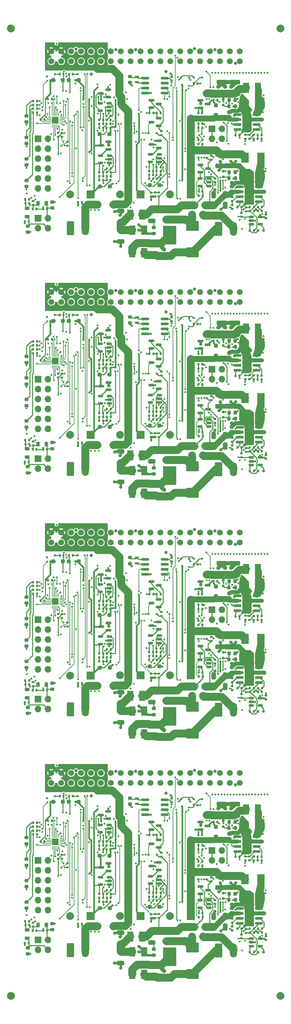
<source format=gtl>
G04 #@! TF.GenerationSoftware,KiCad,Pcbnew,8.0.5*
G04 #@! TF.CreationDate,2024-09-25T12:57:29+03:00*
G04 #@! TF.ProjectId,SH-RPi-panel,53482d52-5069-42d7-9061-6e656c2e6b69,v2.0.1*
G04 #@! TF.SameCoordinates,Original*
G04 #@! TF.FileFunction,Copper,L1,Top*
G04 #@! TF.FilePolarity,Positive*
%FSLAX46Y46*%
G04 Gerber Fmt 4.6, Leading zero omitted, Abs format (unit mm)*
G04 Created by KiCad (PCBNEW 8.0.5) date 2024-09-25 12:57:29*
%MOMM*%
%LPD*%
G01*
G04 APERTURE LIST*
G04 Aperture macros list*
%AMRoundRect*
0 Rectangle with rounded corners*
0 $1 Rounding radius*
0 $2 $3 $4 $5 $6 $7 $8 $9 X,Y pos of 4 corners*
0 Add a 4 corners polygon primitive as box body*
4,1,4,$2,$3,$4,$5,$6,$7,$8,$9,$2,$3,0*
0 Add four circle primitives for the rounded corners*
1,1,$1+$1,$2,$3*
1,1,$1+$1,$4,$5*
1,1,$1+$1,$6,$7*
1,1,$1+$1,$8,$9*
0 Add four rect primitives between the rounded corners*
20,1,$1+$1,$2,$3,$4,$5,0*
20,1,$1+$1,$4,$5,$6,$7,0*
20,1,$1+$1,$6,$7,$8,$9,0*
20,1,$1+$1,$8,$9,$2,$3,0*%
%AMFreePoly0*
4,1,14,0.334644,0.085355,0.385355,0.034644,0.400000,-0.000711,0.400000,-0.050000,0.385355,-0.085355,0.350000,-0.100000,-0.350000,-0.100000,-0.385355,-0.085355,-0.400000,-0.050000,-0.400000,0.050000,-0.385355,0.085355,-0.350000,0.100000,0.299289,0.100000,0.334644,0.085355,0.334644,0.085355,$1*%
%AMFreePoly1*
4,1,14,0.385355,0.085355,0.400000,0.050000,0.400000,0.000711,0.385355,-0.034644,0.334644,-0.085355,0.299289,-0.100000,-0.350000,-0.100000,-0.385355,-0.085355,-0.400000,-0.050000,-0.400000,0.050000,-0.385355,0.085355,-0.350000,0.100000,0.350000,0.100000,0.385355,0.085355,0.385355,0.085355,$1*%
%AMFreePoly2*
4,1,14,0.085355,0.385355,0.100000,0.350000,0.100000,-0.350000,0.085355,-0.385355,0.050000,-0.400000,-0.050000,-0.400000,-0.085355,-0.385355,-0.100000,-0.350000,-0.100000,0.299289,-0.085355,0.334644,-0.034644,0.385355,0.000711,0.400000,0.050000,0.400000,0.085355,0.385355,0.085355,0.385355,$1*%
%AMFreePoly3*
4,1,14,0.034644,0.385355,0.085355,0.334644,0.100000,0.299289,0.100000,-0.350000,0.085355,-0.385355,0.050000,-0.400000,-0.050000,-0.400000,-0.085355,-0.385355,-0.100000,-0.350000,-0.100000,0.350000,-0.085355,0.385355,-0.050000,0.400000,-0.000711,0.400000,0.034644,0.385355,0.034644,0.385355,$1*%
%AMFreePoly4*
4,1,14,0.385355,0.085355,0.400000,0.050000,0.400000,-0.050000,0.385355,-0.085355,0.350000,-0.100000,-0.299289,-0.100000,-0.334644,-0.085355,-0.385355,-0.034644,-0.400000,0.000711,-0.400000,0.050000,-0.385355,0.085355,-0.350000,0.100000,0.350000,0.100000,0.385355,0.085355,0.385355,0.085355,$1*%
%AMFreePoly5*
4,1,14,0.385355,0.085355,0.400000,0.050000,0.400000,-0.050000,0.385355,-0.085355,0.350000,-0.100000,-0.350000,-0.100000,-0.385355,-0.085355,-0.400000,-0.050000,-0.400000,-0.000711,-0.385355,0.034644,-0.334644,0.085355,-0.299289,0.100000,0.350000,0.100000,0.385355,0.085355,0.385355,0.085355,$1*%
%AMFreePoly6*
4,1,14,0.085355,0.385355,0.100000,0.350000,0.100000,-0.299289,0.085355,-0.334644,0.034644,-0.385355,-0.000711,-0.400000,-0.050000,-0.400000,-0.085355,-0.385355,-0.100000,-0.350000,-0.100000,0.350000,-0.085355,0.385355,-0.050000,0.400000,0.050000,0.400000,0.085355,0.385355,0.085355,0.385355,$1*%
%AMFreePoly7*
4,1,14,0.085355,0.385355,0.100000,0.350000,0.100000,-0.350000,0.085355,-0.385355,0.050000,-0.400000,0.000711,-0.400000,-0.034644,-0.385355,-0.085355,-0.334644,-0.100000,-0.299289,-0.100000,0.350000,-0.085355,0.385355,-0.050000,0.400000,0.050000,0.400000,0.085355,0.385355,0.085355,0.385355,$1*%
G04 Aperture macros list end*
G04 #@! TA.AperFunction,SMDPad,CuDef*
%ADD10RoundRect,0.112500X0.187500X0.112500X-0.187500X0.112500X-0.187500X-0.112500X0.187500X-0.112500X0*%
G04 #@! TD*
G04 #@! TA.AperFunction,SMDPad,CuDef*
%ADD11RoundRect,0.140000X-0.140000X-0.170000X0.140000X-0.170000X0.140000X0.170000X-0.140000X0.170000X0*%
G04 #@! TD*
G04 #@! TA.AperFunction,SMDPad,CuDef*
%ADD12RoundRect,0.135000X0.185000X-0.135000X0.185000X0.135000X-0.185000X0.135000X-0.185000X-0.135000X0*%
G04 #@! TD*
G04 #@! TA.AperFunction,SMDPad,CuDef*
%ADD13RoundRect,0.150000X-0.512500X-0.150000X0.512500X-0.150000X0.512500X0.150000X-0.512500X0.150000X0*%
G04 #@! TD*
G04 #@! TA.AperFunction,SMDPad,CuDef*
%ADD14RoundRect,0.135000X0.135000X0.185000X-0.135000X0.185000X-0.135000X-0.185000X0.135000X-0.185000X0*%
G04 #@! TD*
G04 #@! TA.AperFunction,SMDPad,CuDef*
%ADD15RoundRect,0.250000X-1.100000X0.325000X-1.100000X-0.325000X1.100000X-0.325000X1.100000X0.325000X0*%
G04 #@! TD*
G04 #@! TA.AperFunction,SMDPad,CuDef*
%ADD16RoundRect,0.225000X-0.250000X0.225000X-0.250000X-0.225000X0.250000X-0.225000X0.250000X0.225000X0*%
G04 #@! TD*
G04 #@! TA.AperFunction,SMDPad,CuDef*
%ADD17RoundRect,0.135000X-0.135000X-0.185000X0.135000X-0.185000X0.135000X0.185000X-0.135000X0.185000X0*%
G04 #@! TD*
G04 #@! TA.AperFunction,SMDPad,CuDef*
%ADD18RoundRect,0.250000X-0.375000X-0.625000X0.375000X-0.625000X0.375000X0.625000X-0.375000X0.625000X0*%
G04 #@! TD*
G04 #@! TA.AperFunction,SMDPad,CuDef*
%ADD19RoundRect,0.135000X-0.185000X0.135000X-0.185000X-0.135000X0.185000X-0.135000X0.185000X0.135000X0*%
G04 #@! TD*
G04 #@! TA.AperFunction,SMDPad,CuDef*
%ADD20RoundRect,0.147500X-0.147500X-0.172500X0.147500X-0.172500X0.147500X0.172500X-0.147500X0.172500X0*%
G04 #@! TD*
G04 #@! TA.AperFunction,SMDPad,CuDef*
%ADD21RoundRect,0.218750X0.256250X-0.218750X0.256250X0.218750X-0.256250X0.218750X-0.256250X-0.218750X0*%
G04 #@! TD*
G04 #@! TA.AperFunction,SMDPad,CuDef*
%ADD22RoundRect,0.250000X-0.650000X0.325000X-0.650000X-0.325000X0.650000X-0.325000X0.650000X0.325000X0*%
G04 #@! TD*
G04 #@! TA.AperFunction,SMDPad,CuDef*
%ADD23R,1.500000X2.500000*%
G04 #@! TD*
G04 #@! TA.AperFunction,SMDPad,CuDef*
%ADD24RoundRect,0.150000X0.512500X0.150000X-0.512500X0.150000X-0.512500X-0.150000X0.512500X-0.150000X0*%
G04 #@! TD*
G04 #@! TA.AperFunction,SMDPad,CuDef*
%ADD25RoundRect,0.250000X1.000000X0.650000X-1.000000X0.650000X-1.000000X-0.650000X1.000000X-0.650000X0*%
G04 #@! TD*
G04 #@! TA.AperFunction,SMDPad,CuDef*
%ADD26RoundRect,0.250000X0.250000X0.250000X-0.250000X0.250000X-0.250000X-0.250000X0.250000X-0.250000X0*%
G04 #@! TD*
G04 #@! TA.AperFunction,SMDPad,CuDef*
%ADD27RoundRect,0.140000X-0.170000X0.140000X-0.170000X-0.140000X0.170000X-0.140000X0.170000X0.140000X0*%
G04 #@! TD*
G04 #@! TA.AperFunction,SMDPad,CuDef*
%ADD28RoundRect,0.150000X-0.200000X0.150000X-0.200000X-0.150000X0.200000X-0.150000X0.200000X0.150000X0*%
G04 #@! TD*
G04 #@! TA.AperFunction,SMDPad,CuDef*
%ADD29C,2.000000*%
G04 #@! TD*
G04 #@! TA.AperFunction,SMDPad,CuDef*
%ADD30RoundRect,0.250000X0.312500X0.625000X-0.312500X0.625000X-0.312500X-0.625000X0.312500X-0.625000X0*%
G04 #@! TD*
G04 #@! TA.AperFunction,SMDPad,CuDef*
%ADD31R,3.360000X4.860000*%
G04 #@! TD*
G04 #@! TA.AperFunction,SMDPad,CuDef*
%ADD32R,1.390000X1.400000*%
G04 #@! TD*
G04 #@! TA.AperFunction,SMDPad,CuDef*
%ADD33RoundRect,0.250000X-0.250000X-0.250000X0.250000X-0.250000X0.250000X0.250000X-0.250000X0.250000X0*%
G04 #@! TD*
G04 #@! TA.AperFunction,SMDPad,CuDef*
%ADD34RoundRect,0.250000X-1.400000X-1.000000X1.400000X-1.000000X1.400000X1.000000X-1.400000X1.000000X0*%
G04 #@! TD*
G04 #@! TA.AperFunction,SMDPad,CuDef*
%ADD35RoundRect,0.150000X0.587500X0.150000X-0.587500X0.150000X-0.587500X-0.150000X0.587500X-0.150000X0*%
G04 #@! TD*
G04 #@! TA.AperFunction,SMDPad,CuDef*
%ADD36RoundRect,0.225000X0.250000X-0.225000X0.250000X0.225000X-0.250000X0.225000X-0.250000X-0.225000X0*%
G04 #@! TD*
G04 #@! TA.AperFunction,SMDPad,CuDef*
%ADD37RoundRect,0.150000X0.150000X0.200000X-0.150000X0.200000X-0.150000X-0.200000X0.150000X-0.200000X0*%
G04 #@! TD*
G04 #@! TA.AperFunction,SMDPad,CuDef*
%ADD38RoundRect,0.250000X0.650000X-0.325000X0.650000X0.325000X-0.650000X0.325000X-0.650000X-0.325000X0*%
G04 #@! TD*
G04 #@! TA.AperFunction,SMDPad,CuDef*
%ADD39RoundRect,0.150000X-0.825000X-0.150000X0.825000X-0.150000X0.825000X0.150000X-0.825000X0.150000X0*%
G04 #@! TD*
G04 #@! TA.AperFunction,SMDPad,CuDef*
%ADD40RoundRect,0.225000X0.225000X0.250000X-0.225000X0.250000X-0.225000X-0.250000X0.225000X-0.250000X0*%
G04 #@! TD*
G04 #@! TA.AperFunction,SMDPad,CuDef*
%ADD41R,1.900000X2.500000*%
G04 #@! TD*
G04 #@! TA.AperFunction,HeatsinkPad*
%ADD42C,0.500000*%
G04 #@! TD*
G04 #@! TA.AperFunction,HeatsinkPad*
%ADD43R,2.410000X3.300000*%
G04 #@! TD*
G04 #@! TA.AperFunction,SMDPad,CuDef*
%ADD44FreePoly0,0.000000*%
G04 #@! TD*
G04 #@! TA.AperFunction,SMDPad,CuDef*
%ADD45RoundRect,0.050000X-0.350000X-0.050000X0.350000X-0.050000X0.350000X0.050000X-0.350000X0.050000X0*%
G04 #@! TD*
G04 #@! TA.AperFunction,SMDPad,CuDef*
%ADD46FreePoly1,0.000000*%
G04 #@! TD*
G04 #@! TA.AperFunction,SMDPad,CuDef*
%ADD47FreePoly2,0.000000*%
G04 #@! TD*
G04 #@! TA.AperFunction,SMDPad,CuDef*
%ADD48RoundRect,0.050000X-0.050000X-0.350000X0.050000X-0.350000X0.050000X0.350000X-0.050000X0.350000X0*%
G04 #@! TD*
G04 #@! TA.AperFunction,SMDPad,CuDef*
%ADD49FreePoly3,0.000000*%
G04 #@! TD*
G04 #@! TA.AperFunction,SMDPad,CuDef*
%ADD50FreePoly4,0.000000*%
G04 #@! TD*
G04 #@! TA.AperFunction,SMDPad,CuDef*
%ADD51FreePoly5,0.000000*%
G04 #@! TD*
G04 #@! TA.AperFunction,SMDPad,CuDef*
%ADD52FreePoly6,0.000000*%
G04 #@! TD*
G04 #@! TA.AperFunction,SMDPad,CuDef*
%ADD53FreePoly7,0.000000*%
G04 #@! TD*
G04 #@! TA.AperFunction,HeatsinkPad*
%ADD54R,1.700000X1.700000*%
G04 #@! TD*
G04 #@! TA.AperFunction,ComponentPad*
%ADD55RoundRect,0.250000X-0.650000X-1.550000X0.650000X-1.550000X0.650000X1.550000X-0.650000X1.550000X0*%
G04 #@! TD*
G04 #@! TA.AperFunction,ComponentPad*
%ADD56O,1.800000X3.600000*%
G04 #@! TD*
G04 #@! TA.AperFunction,SMDPad,CuDef*
%ADD57RoundRect,0.200000X-0.200000X-0.275000X0.200000X-0.275000X0.200000X0.275000X-0.200000X0.275000X0*%
G04 #@! TD*
G04 #@! TA.AperFunction,SMDPad,CuDef*
%ADD58RoundRect,0.140000X0.140000X0.170000X-0.140000X0.170000X-0.140000X-0.170000X0.140000X-0.170000X0*%
G04 #@! TD*
G04 #@! TA.AperFunction,SMDPad,CuDef*
%ADD59RoundRect,0.250000X-0.250000X0.250000X-0.250000X-0.250000X0.250000X-0.250000X0.250000X0.250000X0*%
G04 #@! TD*
G04 #@! TA.AperFunction,SMDPad,CuDef*
%ADD60RoundRect,0.150000X-0.587500X-0.150000X0.587500X-0.150000X0.587500X0.150000X-0.587500X0.150000X0*%
G04 #@! TD*
G04 #@! TA.AperFunction,SMDPad,CuDef*
%ADD61RoundRect,0.112500X-0.187500X-0.112500X0.187500X-0.112500X0.187500X0.112500X-0.187500X0.112500X0*%
G04 #@! TD*
G04 #@! TA.AperFunction,ComponentPad*
%ADD62R,1.700000X1.700000*%
G04 #@! TD*
G04 #@! TA.AperFunction,ComponentPad*
%ADD63O,1.700000X1.700000*%
G04 #@! TD*
G04 #@! TA.AperFunction,SMDPad,CuDef*
%ADD64RoundRect,0.140000X0.170000X-0.140000X0.170000X0.140000X-0.170000X0.140000X-0.170000X-0.140000X0*%
G04 #@! TD*
G04 #@! TA.AperFunction,SMDPad,CuDef*
%ADD65R,1.600000X2.400000*%
G04 #@! TD*
G04 #@! TA.AperFunction,SMDPad,CuDef*
%ADD66RoundRect,0.250000X0.325000X0.650000X-0.325000X0.650000X-0.325000X-0.650000X0.325000X-0.650000X0*%
G04 #@! TD*
G04 #@! TA.AperFunction,SMDPad,CuDef*
%ADD67R,1.100000X0.600000*%
G04 #@! TD*
G04 #@! TA.AperFunction,ComponentPad*
%ADD68R,2.000000X2.000000*%
G04 #@! TD*
G04 #@! TA.AperFunction,ComponentPad*
%ADD69C,2.000000*%
G04 #@! TD*
G04 #@! TA.AperFunction,SMDPad,CuDef*
%ADD70RoundRect,0.250000X1.100000X-0.325000X1.100000X0.325000X-1.100000X0.325000X-1.100000X-0.325000X0*%
G04 #@! TD*
G04 #@! TA.AperFunction,SMDPad,CuDef*
%ADD71RoundRect,0.218750X-0.218750X-0.381250X0.218750X-0.381250X0.218750X0.381250X-0.218750X0.381250X0*%
G04 #@! TD*
G04 #@! TA.AperFunction,SMDPad,CuDef*
%ADD72RoundRect,0.218750X-0.381250X0.218750X-0.381250X-0.218750X0.381250X-0.218750X0.381250X0.218750X0*%
G04 #@! TD*
G04 #@! TA.AperFunction,SMDPad,CuDef*
%ADD73RoundRect,0.250000X-0.325000X-0.650000X0.325000X-0.650000X0.325000X0.650000X-0.325000X0.650000X0*%
G04 #@! TD*
G04 #@! TA.AperFunction,SMDPad,CuDef*
%ADD74RoundRect,0.147500X0.147500X0.172500X-0.147500X0.172500X-0.147500X-0.172500X0.147500X-0.172500X0*%
G04 #@! TD*
G04 #@! TA.AperFunction,ComponentPad*
%ADD75C,1.500000*%
G04 #@! TD*
G04 #@! TA.AperFunction,ViaPad*
%ADD76C,0.600000*%
G04 #@! TD*
G04 #@! TA.AperFunction,ViaPad*
%ADD77C,0.500000*%
G04 #@! TD*
G04 #@! TA.AperFunction,ViaPad*
%ADD78C,1.000000*%
G04 #@! TD*
G04 #@! TA.AperFunction,ViaPad*
%ADD79C,0.800000*%
G04 #@! TD*
G04 #@! TA.AperFunction,Conductor*
%ADD80C,0.400000*%
G04 #@! TD*
G04 #@! TA.AperFunction,Conductor*
%ADD81C,0.250000*%
G04 #@! TD*
G04 #@! TA.AperFunction,Conductor*
%ADD82C,0.600000*%
G04 #@! TD*
G04 #@! TA.AperFunction,Conductor*
%ADD83C,0.200000*%
G04 #@! TD*
G04 #@! TA.AperFunction,Conductor*
%ADD84C,2.000000*%
G04 #@! TD*
G04 #@! TA.AperFunction,Conductor*
%ADD85C,1.500000*%
G04 #@! TD*
G04 #@! TA.AperFunction,Conductor*
%ADD86C,1.000000*%
G04 #@! TD*
G04 APERTURE END LIST*
D10*
G04 #@! TO.P,D304,1,K*
G04 #@! TO.N,Board_3-/Iin*
X55150000Y-221400000D03*
G04 #@! TO.P,D304,2,A*
G04 #@! TO.N,Board_3-GND*
X53050000Y-221400000D03*
G04 #@! TD*
D11*
G04 #@! TO.P,C1001,1*
G04 #@! TO.N,Board_2-/Vcap*
X42342952Y-165330365D03*
G04 #@! TO.P,C1001,2*
G04 #@! TO.N,Board_2-/Supercapacitor/SC23*
X43302952Y-165330365D03*
G04 #@! TD*
D12*
G04 #@! TO.P,R401,1*
G04 #@! TO.N,Board_0-/Vin_prot*
X42900000Y-46825000D03*
G04 #@! TO.P,R401,2*
G04 #@! TO.N,Board_0-/Control MCU/VinS*
X42900000Y-45805000D03*
G04 #@! TD*
D13*
G04 #@! TO.P,U303,1,+*
G04 #@! TO.N,Board_0-/Iin*
X66562500Y-52050000D03*
G04 #@! TO.P,U303,2,V-*
G04 #@! TO.N,Board_0-GND*
X66562500Y-53000000D03*
G04 #@! TO.P,U303,3,-*
G04 #@! TO.N,Board_0-/Buck converter stage 1/VF-*
X66562500Y-53950000D03*
G04 #@! TO.P,U303,4*
G04 #@! TO.N,Board_0-/Buck converter stage 1/VFO*
X68837500Y-53950000D03*
G04 #@! TO.P,U303,5,V+*
G04 #@! TO.N,Board_0-+3V3*
X68837500Y-52050000D03*
G04 #@! TD*
D14*
G04 #@! TO.P,R305,1*
G04 #@! TO.N,Board_2-/Buck converter stage 1/CCSE2*
X41510000Y-148500000D03*
G04 #@! TO.P,R305,2*
G04 #@! TO.N,Board_2-GND*
X40490000Y-148500000D03*
G04 #@! TD*
D15*
G04 #@! TO.P,C310,1*
G04 #@! TO.N,Board_0-/Vcap*
X62000000Y-36025000D03*
G04 #@! TO.P,C310,2*
G04 #@! TO.N,Board_0-GND*
X62000000Y-38975000D03*
G04 #@! TD*
D16*
G04 #@! TO.P,C402,1*
G04 #@! TO.N,Board_3-/Control MCU/POW_CONN*
X9300000Y-238925000D03*
G04 #@! TO.P,C402,2*
G04 #@! TO.N,Board_3-GND*
X9300000Y-240475000D03*
G04 #@! TD*
D17*
G04 #@! TO.P,R1009,1*
G04 #@! TO.N,Board_1-/Supercapacitor/BO2+_*
X27590000Y-90750000D03*
G04 #@! TO.P,R1009,2*
G04 #@! TO.N,Board_1-/Supercapacitor/SC12R*
X28610000Y-90750000D03*
G04 #@! TD*
D18*
G04 #@! TO.P,F701,1*
G04 #@! TO.N,Board_2-/Protection/Vin_fused*
X51400000Y-174500000D03*
G04 #@! TO.P,F701,2*
G04 #@! TO.N,Board_2-/Vin*
X54200000Y-174500000D03*
G04 #@! TD*
D19*
G04 #@! TO.P,R410,1*
G04 #@! TO.N,Board_0-/EN5V*
X18085396Y-30580000D03*
G04 #@! TO.P,R410,2*
G04 #@! TO.N,Board_0-GND*
X18085396Y-31600000D03*
G04 #@! TD*
D10*
G04 #@! TO.P,D301,1,K*
G04 #@! TO.N,Board_0-/Vin_prot*
X42350000Y-30600000D03*
G04 #@! TO.P,D301,2,A*
G04 #@! TO.N,Board_0-/Buck converter stage 1/FVSS*
X40250000Y-30600000D03*
G04 #@! TD*
D20*
G04 #@! TO.P,D501,1,A1*
G04 #@! TO.N,Board_3-GND*
X22215000Y-232800000D03*
G04 #@! TO.P,D501,2,A2*
G04 #@! TO.N,Board_3-+5V*
X23185000Y-232800000D03*
G04 #@! TD*
D17*
G04 #@! TO.P,R1012,1*
G04 #@! TO.N,Board_1-/Supercapacitor/BO1+_*
X27660375Y-104150000D03*
G04 #@! TO.P,R1012,2*
G04 #@! TO.N,Board_1-GND*
X28680375Y-104150000D03*
G04 #@! TD*
D11*
G04 #@! TO.P,C304,1*
G04 #@! TO.N,Board_2-GND*
X68320000Y-173500000D03*
G04 #@! TO.P,C304,2*
G04 #@! TO.N,Board_2-/Buck converter stage 1/COMP1_*
X69280000Y-173500000D03*
G04 #@! TD*
D14*
G04 #@! TO.P,R1008,1*
G04 #@! TO.N,Board_1-/Supercapacitor/BO2+*
X28610000Y-89750000D03*
G04 #@! TO.P,R1008,2*
G04 #@! TO.N,Board_1-/Supercapacitor/BO2+_*
X27590000Y-89750000D03*
G04 #@! TD*
D21*
G04 #@! TO.P,D506,1,K*
G04 #@! TO.N,Board_3-GND*
X9000000Y-212287500D03*
G04 #@! TO.P,D506,2,A*
G04 #@! TO.N,Board_3-/I/O/L1_*
X9000000Y-210712500D03*
G04 #@! TD*
D14*
G04 #@! TO.P,R305,1*
G04 #@! TO.N,Board_1-/Buck converter stage 1/CCSE2*
X41510000Y-87000000D03*
G04 #@! TO.P,R305,2*
G04 #@! TO.N,Board_1-GND*
X40490000Y-87000000D03*
G04 #@! TD*
D22*
G04 #@! TO.P,C703,1*
G04 #@! TO.N,Board_0-/Protection/Vin_diff*
X33100000Y-55325000D03*
G04 #@! TO.P,C703,2*
G04 #@! TO.N,Board_0-GND*
X33100000Y-58275000D03*
G04 #@! TD*
D14*
G04 #@! TO.P,R1011,1*
G04 #@! TO.N,Board_2-/Supercapacitor/BO1+*
X28660000Y-164650000D03*
G04 #@! TO.P,R1011,2*
G04 #@! TO.N,Board_2-/Supercapacitor/BO1+_*
X27640000Y-164650000D03*
G04 #@! TD*
D21*
G04 #@! TO.P,D509,1,K*
G04 #@! TO.N,Board_1-GND*
X9000000Y-105787500D03*
G04 #@! TO.P,D509,2,A*
G04 #@! TO.N,Board_1-/I/O/L4_*
X9000000Y-104212500D03*
G04 #@! TD*
D23*
G04 #@! TO.P,L201,1,1*
G04 #@! TO.N,Board_2-/Buck converter stage 2/SW*
X68225000Y-142060000D03*
G04 #@! TO.P,L201,2,2*
G04 #@! TO.N,Board_2-+5V*
X65175000Y-142060000D03*
G04 #@! TD*
D14*
G04 #@! TO.P,R406,1*
G04 #@! TO.N,Board_2-/Control MCU/POWER_TOGGLE*
X9710000Y-170600000D03*
G04 #@! TO.P,R406,2*
G04 #@! TO.N,Board_2-Net-(C405-Pad1)*
X8690000Y-170600000D03*
G04 #@! TD*
D24*
G04 #@! TO.P,U302,1*
G04 #@! TO.N,Board_0-/Buck converter stage 1/DAO*
X55737500Y-44150000D03*
G04 #@! TO.P,U302,2,V-*
G04 #@! TO.N,Board_0-/Buck converter stage 1/FVSS*
X55737500Y-43200000D03*
G04 #@! TO.P,U302,3,+*
G04 #@! TO.N,Board_0-/Buck converter stage 1/B1_VIN*
X55737500Y-42250000D03*
G04 #@! TO.P,U302,4,-*
G04 #@! TO.N,Board_0-/Buck converter stage 1/DA-*
X53462500Y-42250000D03*
G04 #@! TO.P,U302,5,V+*
G04 #@! TO.N,Board_0-/Vin_prot*
X53462500Y-44150000D03*
G04 #@! TD*
D14*
G04 #@! TO.P,R1003,1*
G04 #@! TO.N,Board_0-/Supercapacitor/SC12R*
X30560000Y-41650000D03*
G04 #@! TO.P,R1003,2*
G04 #@! TO.N,Board_0-GND*
X29540000Y-41650000D03*
G04 #@! TD*
D25*
G04 #@! TO.P,D202,1,K*
G04 #@! TO.N,Board_0-/Buck converter stage 2/SW*
X68750000Y-23250000D03*
G04 #@! TO.P,D202,2,A*
G04 #@! TO.N,Board_0-GND*
X64750000Y-23250000D03*
G04 #@! TD*
D14*
G04 #@! TO.P,R502,1*
G04 #@! TO.N,Board_3-/LED_2*
X11710000Y-207900000D03*
G04 #@! TO.P,R502,2*
G04 #@! TO.N,Board_3-/I/O/L2_*
X10690000Y-207900000D03*
G04 #@! TD*
D11*
G04 #@! TO.P,C404,1*
G04 #@! TO.N,Board_3-Net-(C404-Pad1)*
X10620000Y-234500000D03*
G04 #@! TO.P,C404,2*
G04 #@! TO.N,Board_3-GND*
X11580000Y-234500000D03*
G04 #@! TD*
D26*
G04 #@! TO.P,D504,1,K*
G04 #@! TO.N,Board_2-+3V3*
X22350000Y-140100000D03*
G04 #@! TO.P,D504,2,A*
G04 #@! TO.N,Board_2-/SCL*
X19850000Y-140100000D03*
G04 #@! TD*
D27*
G04 #@! TO.P,C307,1*
G04 #@! TO.N,Board_3-GND*
X64000000Y-235520000D03*
G04 #@! TO.P,C307,2*
G04 #@! TO.N,Board_3-/Iin*
X64000000Y-236480000D03*
G04 #@! TD*
D28*
G04 #@! TO.P,D201,1,K*
G04 #@! TO.N,Board_0-/Buck converter stage 2/BOOT_*
X59400000Y-23400000D03*
G04 #@! TO.P,D201,2,A*
G04 #@! TO.N,Board_0-+5V*
X59400000Y-22000000D03*
G04 #@! TD*
D27*
G04 #@! TO.P,C403,1*
G04 #@! TO.N,Board_1-/Control MCU/VinS*
X40900000Y-107335000D03*
G04 #@! TO.P,C403,2*
G04 #@! TO.N,Board_1-GND*
X40900000Y-108295000D03*
G04 #@! TD*
D29*
G04 #@! TO.P,KiKit_FID_T_4,*
G04 #@! TO.N,*
X74000000Y-251150000D03*
G04 #@! TD*
D17*
G04 #@! TO.P,R1009,1*
G04 #@! TO.N,Board_3-/Supercapacitor/BO2+_*
X27590000Y-213750000D03*
G04 #@! TO.P,R1009,2*
G04 #@! TO.N,Board_3-/Supercapacitor/SC12R*
X28610000Y-213750000D03*
G04 #@! TD*
D18*
G04 #@! TO.P,F701,1*
G04 #@! TO.N,Board_1-/Protection/Vin_fused*
X51400000Y-113000000D03*
G04 #@! TO.P,F701,2*
G04 #@! TO.N,Board_1-/Vin*
X54200000Y-113000000D03*
G04 #@! TD*
D30*
G04 #@! TO.P,R301,1*
G04 #@! TO.N,Board_3-/Buck converter stage 1/B1_VIN*
X54862500Y-233600000D03*
G04 #@! TO.P,R301,2*
G04 #@! TO.N,Board_3-/Vin_prot*
X51937500Y-233600000D03*
G04 #@! TD*
D27*
G04 #@! TO.P,C312,1*
G04 #@! TO.N,Board_0-/Vcap*
X65200000Y-49620000D03*
G04 #@! TO.P,C312,2*
G04 #@! TO.N,Board_0-/Buck converter stage 1/FB*
X65200000Y-50580000D03*
G04 #@! TD*
D21*
G04 #@! TO.P,D509,1,K*
G04 #@! TO.N,Board_0-GND*
X9000000Y-44287500D03*
G04 #@! TO.P,D509,2,A*
G04 #@! TO.N,Board_0-/I/O/L4_*
X9000000Y-42712500D03*
G04 #@! TD*
D14*
G04 #@! TO.P,R1001,1*
G04 #@! TO.N,Board_0-/Vcap*
X43332952Y-41330365D03*
G04 #@! TO.P,R1001,2*
G04 #@! TO.N,Board_0-/Supercapacitor/SC23R*
X42312952Y-41330365D03*
G04 #@! TD*
G04 #@! TO.P,R316,1*
G04 #@! TO.N,Board_1-/Buck converter stage 1/I2A9*
X54010000Y-90800000D03*
G04 #@! TO.P,R316,2*
G04 #@! TO.N,Board_1-GND*
X52990000Y-90800000D03*
G04 #@! TD*
D31*
G04 #@! TO.P,D702,1,K*
G04 #@! TO.N,Board_3-/Protection/Vin_CM*
X45700000Y-241200000D03*
D32*
G04 #@! TO.P,D702,2,A*
G04 #@! TO.N,Board_3-/Protection/Vin_fused*
X44780000Y-237218000D03*
X46620000Y-237218000D03*
G04 #@! TD*
D33*
G04 #@! TO.P,D1003,1,K*
G04 #@! TO.N,Board_1-/Supercapacitor/SC12*
X27800000Y-105750000D03*
G04 #@! TO.P,D1003,2,A*
G04 #@! TO.N,Board_1-GND*
X30300000Y-105750000D03*
G04 #@! TD*
D34*
G04 #@! TO.P,D701,1,A1*
G04 #@! TO.N,Board_1-/Protection/Vin_fused*
X51500000Y-115800000D03*
G04 #@! TO.P,D701,2,A2*
G04 #@! TO.N,Board_1-/Protection/GND_in*
X51500000Y-122600000D03*
G04 #@! TD*
D35*
G04 #@! TO.P,Q1001,1,B*
G04 #@! TO.N,Board_1-/Supercapacitor/BO3o*
X42860452Y-95980365D03*
G04 #@! TO.P,Q1001,2,E*
G04 #@! TO.N,Board_1-/Supercapacitor/SC23*
X42860452Y-94080365D03*
G04 #@! TO.P,Q1001,3,C*
G04 #@! TO.N,Board_1-/Vcap*
X40985452Y-95030365D03*
G04 #@! TD*
D23*
G04 #@! TO.P,L702,1,1*
G04 #@! TO.N,Board_1-/Protection/Vin_diff*
X35575000Y-113000000D03*
G04 #@! TO.P,L702,2,2*
G04 #@! TO.N,Board_1-/Vin_prot*
X38625000Y-113000000D03*
G04 #@! TD*
D36*
G04 #@! TO.P,C303,1*
G04 #@! TO.N,Board_0-/Buck converter stage 1/B1_VIN*
X61550000Y-45775000D03*
G04 #@! TO.P,C303,2*
G04 #@! TO.N,Board_0-GND*
X61550000Y-44225000D03*
G04 #@! TD*
D37*
G04 #@! TO.P,D305,1,K*
G04 #@! TO.N,Board_0-/Buck converter stage 1/VF-*
X68300000Y-55500000D03*
G04 #@! TO.P,D305,2,A*
G04 #@! TO.N,Board_0-/Buck converter stage 1/VFO*
X69700000Y-55500000D03*
G04 #@! TD*
D38*
G04 #@! TO.P,C704,1*
G04 #@! TO.N,Board_3-/Protection/Vin_diff*
X33100000Y-237975000D03*
G04 #@! TO.P,C704,2*
G04 #@! TO.N,Board_3-GND*
X33100000Y-235025000D03*
G04 #@! TD*
D14*
G04 #@! TO.P,R1017,1*
G04 #@! TO.N,Board_2-/Supercapacitor/SC12R*
X30560000Y-163650000D03*
G04 #@! TO.P,R1017,2*
G04 #@! TO.N,Board_2-/Supercapacitor/BO1-*
X29540000Y-163650000D03*
G04 #@! TD*
D17*
G04 #@! TO.P,R203,1*
G04 #@! TO.N,Board_2-/Buck converter stage 2/COMP_*
X68190000Y-154100000D03*
G04 #@! TO.P,R203,2*
G04 #@! TO.N,Board_2-/Buck converter stage 2/COMP*
X69210000Y-154100000D03*
G04 #@! TD*
D24*
G04 #@! TO.P,U1001,1,+*
G04 #@! TO.N,Board_1-/Supercapacitor/BO3+*
X43060452Y-99480365D03*
G04 #@! TO.P,U1001,2,V-*
G04 #@! TO.N,Board_1-/Supercapacitor/SC23*
X43060452Y-98530365D03*
G04 #@! TO.P,U1001,3,-*
G04 #@! TO.N,Board_1-/Supercapacitor/BO3-*
X43060452Y-97580365D03*
G04 #@! TO.P,U1001,4*
G04 #@! TO.N,Board_1-/Supercapacitor/BO3o*
X40785452Y-97580365D03*
G04 #@! TO.P,U1001,5,V+*
G04 #@! TO.N,Board_1-/Vcap*
X40785452Y-99480365D03*
G04 #@! TD*
D11*
G04 #@! TO.P,C406,1*
G04 #@! TO.N,Board_2-+3V3*
X12620000Y-150200000D03*
G04 #@! TO.P,C406,2*
G04 #@! TO.N,Board_2-GND*
X13580000Y-150200000D03*
G04 #@! TD*
D14*
G04 #@! TO.P,R1011,1*
G04 #@! TO.N,Board_3-/Supercapacitor/BO1+*
X28660000Y-226150000D03*
G04 #@! TO.P,R1011,2*
G04 #@! TO.N,Board_3-/Supercapacitor/BO1+_*
X27640000Y-226150000D03*
G04 #@! TD*
D28*
G04 #@! TO.P,D201,1,K*
G04 #@! TO.N,Board_1-/Buck converter stage 2/BOOT_*
X59400000Y-84900000D03*
G04 #@! TO.P,D201,2,A*
G04 #@! TO.N,Board_1-+5V*
X59400000Y-83500000D03*
G04 #@! TD*
D26*
G04 #@! TO.P,D1002,1,K*
G04 #@! TO.N,Board_0-/Supercapacitor/SC23*
X30250000Y-30850000D03*
G04 #@! TO.P,D1002,2,A*
G04 #@! TO.N,Board_0-/Supercapacitor/SC12*
X27750000Y-30850000D03*
G04 #@! TD*
D14*
G04 #@! TO.P,R406,1*
G04 #@! TO.N,Board_1-/Control MCU/POWER_TOGGLE*
X9710000Y-109100000D03*
G04 #@! TO.P,R406,2*
G04 #@! TO.N,Board_1-Net-(C405-Pad1)*
X8690000Y-109100000D03*
G04 #@! TD*
D19*
G04 #@! TO.P,R205,1*
G04 #@! TO.N,Board_3-/Buck converter stage 2/FB*
X66100000Y-215540000D03*
G04 #@! TO.P,R205,2*
G04 #@! TO.N,Board_3-/Buck converter stage 2/FBB_*
X66100000Y-216560000D03*
G04 #@! TD*
D36*
G04 #@! TO.P,C401,1*
G04 #@! TO.N,Board_3-/Control MCU/EXT_CONN*
X15600000Y-234275000D03*
G04 #@! TO.P,C401,2*
G04 #@! TO.N,Board_3-GND*
X15600000Y-232725000D03*
G04 #@! TD*
D39*
G04 #@! TO.P,U801,1,OSCI*
G04 #@! TO.N,Board_3-/RTC/OSCI*
X39425000Y-201095000D03*
G04 #@! TO.P,U801,2,OSCO*
G04 #@! TO.N,Board_3-/RTC/OSCO*
X39425000Y-202365000D03*
G04 #@! TO.P,U801,3,~{INT}*
G04 #@! TO.N,Board_3-/RTC_INT*
X39425000Y-203635000D03*
G04 #@! TO.P,U801,4,VSS*
G04 #@! TO.N,Board_3-GND*
X39425000Y-204905000D03*
G04 #@! TO.P,U801,5,SDA*
G04 #@! TO.N,Board_3-/SDA*
X44375000Y-204905000D03*
G04 #@! TO.P,U801,6,SCL*
G04 #@! TO.N,Board_3-/SCL*
X44375000Y-203635000D03*
G04 #@! TO.P,U801,7,CLKO*
G04 #@! TO.N,Board_3-unconnected-(U801-CLKO-Pad7)*
X44375000Y-202365000D03*
G04 #@! TO.P,U801,8,VDD*
G04 #@! TO.N,Board_3-/RTC/RTCVDD*
X44375000Y-201095000D03*
G04 #@! TD*
D40*
G04 #@! TO.P,C308,1*
G04 #@! TO.N,Board_0-/Buck converter stage 1/SW*
X62425000Y-40600000D03*
G04 #@! TO.P,C308,2*
G04 #@! TO.N,Board_0-/Buck converter stage 1/BOOT_*
X60875000Y-40600000D03*
G04 #@! TD*
D33*
G04 #@! TO.P,D502,1,K*
G04 #@! TO.N,Board_0-+3V3*
X15820000Y-17100000D03*
G04 #@! TO.P,D502,2,A*
G04 #@! TO.N,Board_0-/SDA*
X18320000Y-17100000D03*
G04 #@! TD*
D41*
G04 #@! TO.P,L301,1,1*
G04 #@! TO.N,Board_3-/Buck converter stage 1/SW*
X69050000Y-221400000D03*
G04 #@! TO.P,L301,2,2*
G04 #@! TO.N,Board_3-/Vcap*
X64950000Y-221400000D03*
G04 #@! TD*
D21*
G04 #@! TO.P,D509,1,K*
G04 #@! TO.N,Board_3-GND*
X9000000Y-228787500D03*
G04 #@! TO.P,D509,2,A*
G04 #@! TO.N,Board_3-/I/O/L4_*
X9000000Y-227212500D03*
G04 #@! TD*
D12*
G04 #@! TO.P,R311,1*
G04 #@! TO.N,Board_0-/Iin*
X56300000Y-37410000D03*
G04 #@! TO.P,R311,2*
G04 #@! TO.N,Board_0-GND*
X56300000Y-36390000D03*
G04 #@! TD*
D39*
G04 #@! TO.P,U801,1,OSCI*
G04 #@! TO.N,Board_0-/RTC/OSCI*
X39425000Y-16595000D03*
G04 #@! TO.P,U801,2,OSCO*
G04 #@! TO.N,Board_0-/RTC/OSCO*
X39425000Y-17865000D03*
G04 #@! TO.P,U801,3,~{INT}*
G04 #@! TO.N,Board_0-/RTC_INT*
X39425000Y-19135000D03*
G04 #@! TO.P,U801,4,VSS*
G04 #@! TO.N,Board_0-GND*
X39425000Y-20405000D03*
G04 #@! TO.P,U801,5,SDA*
G04 #@! TO.N,Board_0-/SDA*
X44375000Y-20405000D03*
G04 #@! TO.P,U801,6,SCL*
G04 #@! TO.N,Board_0-/SCL*
X44375000Y-19135000D03*
G04 #@! TO.P,U801,7,CLKO*
G04 #@! TO.N,Board_0-unconnected-(U801-CLKO-Pad7)*
X44375000Y-17865000D03*
G04 #@! TO.P,U801,8,VDD*
G04 #@! TO.N,Board_0-/RTC/RTCVDD*
X44375000Y-16595000D03*
G04 #@! TD*
G04 #@! TO.P,U301,1,BOOT*
G04 #@! TO.N,Board_1-/Buck converter stage 1/BOOT*
X63575000Y-105820000D03*
G04 #@! TO.P,U301,2,VIN*
G04 #@! TO.N,Board_1-/Buck converter stage 1/B1_VIN*
X63575000Y-107090000D03*
G04 #@! TO.P,U301,3,EN*
G04 #@! TO.N,Board_1-/Buck converter stage 1/EN1*
X63575000Y-108360000D03*
G04 #@! TO.P,U301,4,RT*
G04 #@! TO.N,Board_1-/Buck converter stage 1/RT1*
X63575000Y-109630000D03*
G04 #@! TO.P,U301,5,FB*
G04 #@! TO.N,Board_1-/Buck converter stage 1/FB*
X68525000Y-109630000D03*
G04 #@! TO.P,U301,6,COMP*
G04 #@! TO.N,Board_1-/Buck converter stage 1/COMP1*
X68525000Y-108360000D03*
G04 #@! TO.P,U301,7,GND*
G04 #@! TO.N,Board_1-GND*
X68525000Y-107090000D03*
G04 #@! TO.P,U301,8,SW*
G04 #@! TO.N,Board_1-/Buck converter stage 1/SW*
X68525000Y-105820000D03*
D42*
G04 #@! TO.P,U301,9,PGND*
G04 #@! TO.N,Board_1-GND*
X65350000Y-106525000D03*
X65350000Y-107725000D03*
X65350000Y-108925000D03*
D43*
X66050000Y-107725000D03*
D42*
X66750000Y-106525000D03*
X66750000Y-107725000D03*
X66750000Y-108925000D03*
G04 #@! TD*
D44*
G04 #@! TO.P,U401,1,PA2*
G04 #@! TO.N,Board_1-/SCL*
X14950000Y-88050000D03*
D45*
G04 #@! TO.P,U401,2,PA3*
G04 #@! TO.N,Board_1-/LED_3*
X14950000Y-88450000D03*
G04 #@! TO.P,U401,3,GND*
G04 #@! TO.N,Board_1-GND*
X14950000Y-88850000D03*
G04 #@! TO.P,U401,4,VCC*
G04 #@! TO.N,Board_1-+3V3*
X14950000Y-89250000D03*
D46*
G04 #@! TO.P,U401,5,PA4*
G04 #@! TO.N,Board_1-/LED_4*
X14950000Y-89650000D03*
D47*
G04 #@! TO.P,U401,6,PA5*
G04 #@! TO.N,Board_1-unconnected-(U401-PA5-Pad6)*
X15600000Y-90300000D03*
D48*
G04 #@! TO.P,U401,7,PA6*
G04 #@! TO.N,Board_1-/Control MCU/VinS*
X16000000Y-90300000D03*
G04 #@! TO.P,U401,8,PA7*
G04 #@! TO.N,Board_1-/Control MCU/VcapS*
X16400000Y-90300000D03*
G04 #@! TO.P,U401,9,PB5*
G04 #@! TO.N,Board_1-/RGPIO4*
X16800000Y-90300000D03*
D49*
G04 #@! TO.P,U401,10,PB4*
G04 #@! TO.N,Board_1-/Control MCU/EN5V_MCU*
X17200000Y-90300000D03*
D50*
G04 #@! TO.P,U401,11,PB3*
G04 #@! TO.N,Board_1-/Control MCU/RXD*
X17850000Y-89650000D03*
D45*
G04 #@! TO.P,U401,12,PB2*
G04 #@! TO.N,Board_1-/Control MCU/TXD*
X17850000Y-89250000D03*
G04 #@! TO.P,U401,13,PB1*
G04 #@! TO.N,Board_1-/LED_2*
X17850000Y-88850000D03*
G04 #@! TO.P,U401,14,PB0*
G04 #@! TO.N,Board_1-/LED_1*
X17850000Y-88450000D03*
D51*
G04 #@! TO.P,U401,15,PC0*
G04 #@! TO.N,Board_1-/Control MCU/POWER_TOGGLE*
X17850000Y-88050000D03*
D52*
G04 #@! TO.P,U401,16,PC1*
G04 #@! TO.N,Board_1-/Control MCU/EXT*
X17200000Y-87400000D03*
D48*
G04 #@! TO.P,U401,17,PC2*
G04 #@! TO.N,Board_1-/RTC_INT*
X16800000Y-87400000D03*
G04 #@! TO.P,U401,18,PC3*
G04 #@! TO.N,Board_1-/Iin*
X16400000Y-87400000D03*
G04 #@! TO.P,U401,19,~{RESET}/PA0*
G04 #@! TO.N,Board_1-/Control MCU/RESET*
X16000000Y-87400000D03*
D53*
G04 #@! TO.P,U401,20,PA1*
G04 #@! TO.N,Board_1-/SDA*
X15600000Y-87400000D03*
D54*
G04 #@! TO.P,U401,21,GND*
G04 #@! TO.N,Board_1-GND*
X16400000Y-88850000D03*
G04 #@! TD*
D55*
G04 #@! TO.P,J502,1,Pin_1*
G04 #@! TO.N,Board_3-GND*
X20250000Y-239467500D03*
D56*
G04 #@! TO.P,J502,2,Pin_2*
G04 #@! TO.N,Board_3-+5V*
X24060000Y-239467500D03*
G04 #@! TD*
D11*
G04 #@! TO.P,C404,1*
G04 #@! TO.N,Board_0-Net-(C404-Pad1)*
X10620000Y-50000000D03*
G04 #@! TO.P,C404,2*
G04 #@! TO.N,Board_0-GND*
X11580000Y-50000000D03*
G04 #@! TD*
D57*
G04 #@! TO.P,R309,1*
G04 #@! TO.N,Board_2-/Buck converter stage 1/BOOT_*
X60825000Y-165150000D03*
G04 #@! TO.P,R309,2*
G04 #@! TO.N,Board_2-/Buck converter stage 1/BOOT*
X62475000Y-165150000D03*
G04 #@! TD*
D14*
G04 #@! TO.P,R1005,1*
G04 #@! TO.N,Board_2-/Supercapacitor/BO3+*
X41432952Y-164330365D03*
G04 #@! TO.P,R1005,2*
G04 #@! TO.N,Board_2-/Supercapacitor/BO3+_*
X40412952Y-164330365D03*
G04 #@! TD*
D17*
G04 #@! TO.P,R310,1*
G04 #@! TO.N,Board_0-/Buck converter stage 1/COMP1_*
X68290000Y-49500000D03*
G04 #@! TO.P,R310,2*
G04 #@! TO.N,Board_0-/Buck converter stage 1/COMP1*
X69310000Y-49500000D03*
G04 #@! TD*
D12*
G04 #@! TO.P,R401,1*
G04 #@! TO.N,Board_1-/Vin_prot*
X42900000Y-108325000D03*
G04 #@! TO.P,R401,2*
G04 #@! TO.N,Board_1-/Control MCU/VinS*
X42900000Y-107305000D03*
G04 #@! TD*
D35*
G04 #@! TO.P,Q302,1,B*
G04 #@! TO.N,Board_1-/Buck converter stage 1/CCSC1*
X42837500Y-90250000D03*
G04 #@! TO.P,Q302,2,E*
G04 #@! TO.N,Board_1-/Buck converter stage 1/CCSE2*
X42837500Y-88350000D03*
G04 #@! TO.P,Q302,3,C*
G04 #@! TO.N,Board_1-/Buck converter stage 1/FVSS*
X40962500Y-89300000D03*
G04 #@! TD*
D24*
G04 #@! TO.P,U1001,1,+*
G04 #@! TO.N,Board_3-/Supercapacitor/BO3+*
X43060452Y-222480365D03*
G04 #@! TO.P,U1001,2,V-*
G04 #@! TO.N,Board_3-/Supercapacitor/SC23*
X43060452Y-221530365D03*
G04 #@! TO.P,U1001,3,-*
G04 #@! TO.N,Board_3-/Supercapacitor/BO3-*
X43060452Y-220580365D03*
G04 #@! TO.P,U1001,4*
G04 #@! TO.N,Board_3-/Supercapacitor/BO3o*
X40785452Y-220580365D03*
G04 #@! TO.P,U1001,5,V+*
G04 #@! TO.N,Board_3-/Vcap*
X40785452Y-222480365D03*
G04 #@! TD*
D58*
G04 #@! TO.P,C902,1*
G04 #@! TO.N,Board_2-+3V3*
X53980000Y-148500000D03*
G04 #@! TO.P,C902,2*
G04 #@! TO.N,Board_2-GND*
X53020000Y-148500000D03*
G04 #@! TD*
D59*
G04 #@! TO.P,D901,1,K*
G04 #@! TO.N,Board_3-/LDO regulator/LDO_in*
X57500000Y-208000000D03*
G04 #@! TO.P,D901,2,A*
G04 #@! TO.N,Board_3-/Vcap*
X57500000Y-210500000D03*
G04 #@! TD*
D22*
G04 #@! TO.P,C705,1*
G04 #@! TO.N,Board_2-/Vin_prot*
X41100000Y-173125000D03*
G04 #@! TO.P,C705,2*
G04 #@! TO.N,Board_2-/Protection/Rdh*
X41100000Y-176075000D03*
G04 #@! TD*
D55*
G04 #@! TO.P,J502,1,Pin_1*
G04 #@! TO.N,Board_0-GND*
X20250000Y-54967500D03*
D56*
G04 #@! TO.P,J502,2,Pin_2*
G04 #@! TO.N,Board_0-+5V*
X24060000Y-54967500D03*
G04 #@! TD*
D22*
G04 #@! TO.P,C705,1*
G04 #@! TO.N,Board_3-/Vin_prot*
X41100000Y-234625000D03*
G04 #@! TO.P,C705,2*
G04 #@! TO.N,Board_3-/Protection/Rdh*
X41100000Y-237575000D03*
G04 #@! TD*
D60*
G04 #@! TO.P,Q303,1,G*
G04 #@! TO.N,Board_3-/Buck converter stage 1/DAO*
X53562500Y-223250000D03*
G04 #@! TO.P,Q303,2,S*
G04 #@! TO.N,Board_3-/Buck converter stage 1/DA-*
X53562500Y-225150000D03*
G04 #@! TO.P,Q303,3,D*
G04 #@! TO.N,Board_3-/Iin*
X55437500Y-224200000D03*
G04 #@! TD*
D14*
G04 #@! TO.P,R1003,1*
G04 #@! TO.N,Board_2-/Supercapacitor/SC12R*
X30560000Y-164650000D03*
G04 #@! TO.P,R1003,2*
G04 #@! TO.N,Board_2-GND*
X29540000Y-164650000D03*
G04 #@! TD*
D61*
G04 #@! TO.P,D801,1,K*
G04 #@! TO.N,Board_3-/RTC/RTCVDD*
X48550000Y-200900000D03*
G04 #@! TO.P,D801,2,A*
G04 #@! TO.N,Board_3-/RTC/3V3B*
X50650000Y-200900000D03*
G04 #@! TD*
D19*
G04 #@! TO.P,R410,1*
G04 #@! TO.N,Board_2-/EN5V*
X18085396Y-153580000D03*
G04 #@! TO.P,R410,2*
G04 #@! TO.N,Board_2-GND*
X18085396Y-154600000D03*
G04 #@! TD*
D62*
G04 #@! TO.P,J301,1,Pin_1*
G04 #@! TO.N,Board_1-/Iin*
X56500000Y-91000000D03*
D63*
G04 #@! TO.P,J301,2,Pin_2*
G04 #@! TO.N,Board_1-/Buck converter stage 1/I1A9*
X59040000Y-91000000D03*
G04 #@! TO.P,J301,3,Pin_3*
G04 #@! TO.N,Board_1-/Iin*
X56500000Y-93540000D03*
G04 #@! TO.P,J301,4,Pin_4*
G04 #@! TO.N,Board_1-/Buck converter stage 1/I2A9*
X59040000Y-93540000D03*
G04 #@! TD*
D36*
G04 #@! TO.P,C802,1*
G04 #@! TO.N,Board_3-GND*
X35500000Y-202175000D03*
G04 #@! TO.P,C802,2*
G04 #@! TO.N,Board_3-/RTC/OSCI*
X35500000Y-200625000D03*
G04 #@! TD*
D58*
G04 #@! TO.P,C902,1*
G04 #@! TO.N,Board_1-+3V3*
X53980000Y-87000000D03*
G04 #@! TO.P,C902,2*
G04 #@! TO.N,Board_1-GND*
X53020000Y-87000000D03*
G04 #@! TD*
D60*
G04 #@! TO.P,U901,1,GND*
G04 #@! TO.N,Board_3-GND*
X53552500Y-206770000D03*
G04 #@! TO.P,U901,2,VOUT*
G04 #@! TO.N,Board_3-+3V3*
X53552500Y-208670000D03*
G04 #@! TO.P,U901,3,VIN*
G04 #@! TO.N,Board_3-/LDO regulator/LDO_in*
X55427500Y-207720000D03*
G04 #@! TD*
D14*
G04 #@! TO.P,R1002,1*
G04 #@! TO.N,Board_2-/Supercapacitor/SC23R*
X30510000Y-151250000D03*
G04 #@! TO.P,R1002,2*
G04 #@! TO.N,Board_2-/Supercapacitor/SC12R*
X29490000Y-151250000D03*
G04 #@! TD*
D33*
G04 #@! TO.P,D502,1,K*
G04 #@! TO.N,Board_2-+3V3*
X15820000Y-140100000D03*
G04 #@! TO.P,D502,2,A*
G04 #@! TO.N,Board_2-/SDA*
X18320000Y-140100000D03*
G04 #@! TD*
D58*
G04 #@! TO.P,C202,1*
G04 #@! TO.N,Board_3-GND*
X69180000Y-216600000D03*
G04 #@! TO.P,C202,2*
G04 #@! TO.N,Board_3-/Buck converter stage 2/COMP_*
X68220000Y-216600000D03*
G04 #@! TD*
D60*
G04 #@! TO.P,Q303,1,G*
G04 #@! TO.N,Board_2-/Buck converter stage 1/DAO*
X53562500Y-161750000D03*
G04 #@! TO.P,Q303,2,S*
G04 #@! TO.N,Board_2-/Buck converter stage 1/DA-*
X53562500Y-163650000D03*
G04 #@! TO.P,Q303,3,D*
G04 #@! TO.N,Board_2-/Iin*
X55437500Y-162700000D03*
G04 #@! TD*
D21*
G04 #@! TO.P,D506,1,K*
G04 #@! TO.N,Board_2-GND*
X9000000Y-150787500D03*
G04 #@! TO.P,D506,2,A*
G04 #@! TO.N,Board_2-/I/O/L1_*
X9000000Y-149212500D03*
G04 #@! TD*
D64*
G04 #@! TO.P,C305,1*
G04 #@! TO.N,Board_1-GND*
X57300000Y-104680000D03*
G04 #@! TO.P,C305,2*
G04 #@! TO.N,Board_1-/Buck converter stage 1/FVSS*
X57300000Y-103720000D03*
G04 #@! TD*
D39*
G04 #@! TO.P,U801,1,OSCI*
G04 #@! TO.N,Board_2-/RTC/OSCI*
X39425000Y-139595000D03*
G04 #@! TO.P,U801,2,OSCO*
G04 #@! TO.N,Board_2-/RTC/OSCO*
X39425000Y-140865000D03*
G04 #@! TO.P,U801,3,~{INT}*
G04 #@! TO.N,Board_2-/RTC_INT*
X39425000Y-142135000D03*
G04 #@! TO.P,U801,4,VSS*
G04 #@! TO.N,Board_2-GND*
X39425000Y-143405000D03*
G04 #@! TO.P,U801,5,SDA*
G04 #@! TO.N,Board_2-/SDA*
X44375000Y-143405000D03*
G04 #@! TO.P,U801,6,SCL*
G04 #@! TO.N,Board_2-/SCL*
X44375000Y-142135000D03*
G04 #@! TO.P,U801,7,CLKO*
G04 #@! TO.N,Board_2-unconnected-(U801-CLKO-Pad7)*
X44375000Y-140865000D03*
G04 #@! TO.P,U801,8,VDD*
G04 #@! TO.N,Board_2-/RTC/RTCVDD*
X44375000Y-139595000D03*
G04 #@! TD*
D27*
G04 #@! TO.P,C312,1*
G04 #@! TO.N,Board_1-/Vcap*
X65200000Y-111120000D03*
G04 #@! TO.P,C312,2*
G04 #@! TO.N,Board_1-/Buck converter stage 1/FB*
X65200000Y-112080000D03*
G04 #@! TD*
D19*
G04 #@! TO.P,R409,1*
G04 #@! TO.N,Board_1-/Control MCU/EN5V_MCU*
X17085396Y-92080000D03*
G04 #@! TO.P,R409,2*
G04 #@! TO.N,Board_1-/EN5V*
X17085396Y-93100000D03*
G04 #@! TD*
D16*
G04 #@! TO.P,R701,1*
G04 #@! TO.N,Board_3-/Protection/Rdh*
X41600000Y-239225000D03*
G04 #@! TO.P,R701,2*
G04 #@! TO.N,Board_3-GND*
X41600000Y-240775000D03*
G04 #@! TD*
D55*
G04 #@! TO.P,J101,1,Pin_1*
G04 #@! TO.N,Board_0-/Protection/GND_in*
X58150000Y-55067500D03*
D56*
G04 #@! TO.P,J101,2,Pin_2*
G04 #@! TO.N,Board_0-/Vin*
X61960000Y-55067500D03*
G04 #@! TD*
D17*
G04 #@! TO.P,R314,1*
G04 #@! TO.N,Board_1-/Buck converter stage 1/VF-*
X66190000Y-117000000D03*
G04 #@! TO.P,R314,2*
G04 #@! TO.N,Board_1-/Buck converter stage 1/FB*
X67210000Y-117000000D03*
G04 #@! TD*
D14*
G04 #@! TO.P,R1001,1*
G04 #@! TO.N,Board_2-/Vcap*
X43332952Y-164330365D03*
G04 #@! TO.P,R1001,2*
G04 #@! TO.N,Board_2-/Supercapacitor/SC23R*
X42312952Y-164330365D03*
G04 #@! TD*
G04 #@! TO.P,R308,1*
G04 #@! TO.N,Board_0-/Vin_prot*
X54110000Y-46600000D03*
G04 #@! TO.P,R308,2*
G04 #@! TO.N,Board_0-/Buck converter stage 1/DA-*
X53090000Y-46600000D03*
G04 #@! TD*
D21*
G04 #@! TO.P,D506,1,K*
G04 #@! TO.N,Board_1-GND*
X9000000Y-89287500D03*
G04 #@! TO.P,D506,2,A*
G04 #@! TO.N,Board_1-/I/O/L1_*
X9000000Y-87712500D03*
G04 #@! TD*
D65*
G04 #@! TO.P,L701,1,1*
G04 #@! TO.N,Board_1-/Protection/Vin_CM*
X36100000Y-122700000D03*
G04 #@! TO.P,L701,2,2*
G04 #@! TO.N,Board_1-/Protection/GND_in*
X39100000Y-122700000D03*
G04 #@! TO.P,L701,3,3*
G04 #@! TO.N,Board_1-GND*
X39100000Y-116900000D03*
G04 #@! TO.P,L701,4,4*
G04 #@! TO.N,Board_1-/Protection/Vin_diff*
X36100000Y-116900000D03*
G04 #@! TD*
D13*
G04 #@! TO.P,U303,1,+*
G04 #@! TO.N,Board_1-/Iin*
X66562500Y-113550000D03*
G04 #@! TO.P,U303,2,V-*
G04 #@! TO.N,Board_1-GND*
X66562500Y-114500000D03*
G04 #@! TO.P,U303,3,-*
G04 #@! TO.N,Board_1-/Buck converter stage 1/VF-*
X66562500Y-115450000D03*
G04 #@! TO.P,U303,4*
G04 #@! TO.N,Board_1-/Buck converter stage 1/VFO*
X68837500Y-115450000D03*
G04 #@! TO.P,U303,5,V+*
G04 #@! TO.N,Board_1-+3V3*
X68837500Y-113550000D03*
G04 #@! TD*
D16*
G04 #@! TO.P,C701,1*
G04 #@! TO.N,Board_2-/Protection/Vin_CM*
X44200000Y-183325000D03*
G04 #@! TO.P,C701,2*
G04 #@! TO.N,Board_2-/Protection/GND_in*
X44200000Y-184875000D03*
G04 #@! TD*
D62*
G04 #@! TO.P,J301,1,Pin_1*
G04 #@! TO.N,Board_3-/Iin*
X56500000Y-214000000D03*
D63*
G04 #@! TO.P,J301,2,Pin_2*
G04 #@! TO.N,Board_3-/Buck converter stage 1/I1A9*
X59040000Y-214000000D03*
G04 #@! TO.P,J301,3,Pin_3*
G04 #@! TO.N,Board_3-/Iin*
X56500000Y-216540000D03*
G04 #@! TO.P,J301,4,Pin_4*
G04 #@! TO.N,Board_3-/Buck converter stage 1/I2A9*
X59040000Y-216540000D03*
G04 #@! TD*
D33*
G04 #@! TO.P,D1003,1,K*
G04 #@! TO.N,Board_3-/Supercapacitor/SC12*
X27800000Y-228750000D03*
G04 #@! TO.P,D1003,2,A*
G04 #@! TO.N,Board_3-GND*
X30300000Y-228750000D03*
G04 #@! TD*
D58*
G04 #@! TO.P,C1002,1*
G04 #@! TO.N,Board_2-/Supercapacitor/SC23*
X30480000Y-152250000D03*
G04 #@! TO.P,C1002,2*
G04 #@! TO.N,Board_2-/Supercapacitor/SC12*
X29520000Y-152250000D03*
G04 #@! TD*
D19*
G04 #@! TO.P,R409,1*
G04 #@! TO.N,Board_0-/Control MCU/EN5V_MCU*
X17085396Y-30580000D03*
G04 #@! TO.P,R409,2*
G04 #@! TO.N,Board_0-/EN5V*
X17085396Y-31600000D03*
G04 #@! TD*
D11*
G04 #@! TO.P,C801,1*
G04 #@! TO.N,Board_1-/RTC/VBAT*
X51820000Y-79400000D03*
G04 #@! TO.P,C801,2*
G04 #@! TO.N,Board_1-GND*
X52780000Y-79400000D03*
G04 #@! TD*
D19*
G04 #@! TO.P,R405,1*
G04 #@! TO.N,Board_0-/Control MCU/EXT*
X10700000Y-47990000D03*
G04 #@! TO.P,R405,2*
G04 #@! TO.N,Board_0-Net-(C404-Pad1)*
X10700000Y-49010000D03*
G04 #@! TD*
D66*
G04 #@! TO.P,C302,1*
G04 #@! TO.N,Board_0-/Buck converter stage 1/B1_VIN*
X59875000Y-46400000D03*
G04 #@! TO.P,C302,2*
G04 #@! TO.N,Board_0-GND*
X56925000Y-46400000D03*
G04 #@! TD*
D11*
G04 #@! TO.P,C901,1*
G04 #@! TO.N,Board_1-/LDO regulator/LDO_in*
X56920000Y-83700000D03*
G04 #@! TO.P,C901,2*
G04 #@! TO.N,Board_1-GND*
X57880000Y-83700000D03*
G04 #@! TD*
D17*
G04 #@! TO.P,R314,1*
G04 #@! TO.N,Board_2-/Buck converter stage 1/VF-*
X66190000Y-178500000D03*
G04 #@! TO.P,R314,2*
G04 #@! TO.N,Board_2-/Buck converter stage 1/FB*
X67210000Y-178500000D03*
G04 #@! TD*
D25*
G04 #@! TO.P,D202,1,K*
G04 #@! TO.N,Board_2-/Buck converter stage 2/SW*
X68750000Y-146250000D03*
G04 #@! TO.P,D202,2,A*
G04 #@! TO.N,Board_2-GND*
X64750000Y-146250000D03*
G04 #@! TD*
D36*
G04 #@! TO.P,C201,1*
G04 #@! TO.N,Board_3-/Vcap*
X60900000Y-211375000D03*
G04 #@! TO.P,C201,2*
G04 #@! TO.N,Board_3-GND*
X60900000Y-209825000D03*
G04 #@! TD*
D21*
G04 #@! TO.P,D507,1,K*
G04 #@! TO.N,Board_3-GND*
X9000000Y-217787500D03*
G04 #@! TO.P,D507,2,A*
G04 #@! TO.N,Board_3-/I/O/L2_*
X9000000Y-216212500D03*
G04 #@! TD*
D64*
G04 #@! TO.P,C803,1*
G04 #@! TO.N,Board_0-/RTC/RTCVDD*
X46200000Y-17180000D03*
G04 #@! TO.P,C803,2*
G04 #@! TO.N,Board_0-GND*
X46200000Y-16220000D03*
G04 #@! TD*
D24*
G04 #@! TO.P,U1001,1,+*
G04 #@! TO.N,Board_0-/Supercapacitor/BO3+*
X43060452Y-37980365D03*
G04 #@! TO.P,U1001,2,V-*
G04 #@! TO.N,Board_0-/Supercapacitor/SC23*
X43060452Y-37030365D03*
G04 #@! TO.P,U1001,3,-*
G04 #@! TO.N,Board_0-/Supercapacitor/BO3-*
X43060452Y-36080365D03*
G04 #@! TO.P,U1001,4*
G04 #@! TO.N,Board_0-/Supercapacitor/BO3o*
X40785452Y-36080365D03*
G04 #@! TO.P,U1001,5,V+*
G04 #@! TO.N,Board_0-/Vcap*
X40785452Y-37980365D03*
G04 #@! TD*
D14*
G04 #@! TO.P,R316,1*
G04 #@! TO.N,Board_0-/Buck converter stage 1/I2A9*
X54010000Y-29300000D03*
G04 #@! TO.P,R316,2*
G04 #@! TO.N,Board_0-GND*
X52990000Y-29300000D03*
G04 #@! TD*
D67*
G04 #@! TO.P,Y801,1,1*
G04 #@! TO.N,Board_1-/RTC/OSCO*
X37250000Y-79100000D03*
G04 #@! TO.P,Y801,2,2*
G04 #@! TO.N,Board_1-/RTC/OSCI*
X37250000Y-77700000D03*
G04 #@! TD*
D11*
G04 #@! TO.P,C1001,1*
G04 #@! TO.N,Board_1-/Vcap*
X42342952Y-103830365D03*
G04 #@! TO.P,C1001,2*
G04 #@! TO.N,Board_1-/Supercapacitor/SC23*
X43302952Y-103830365D03*
G04 #@! TD*
D40*
G04 #@! TO.P,C308,1*
G04 #@! TO.N,Board_3-/Buck converter stage 1/SW*
X62425000Y-225100000D03*
G04 #@! TO.P,C308,2*
G04 #@! TO.N,Board_3-/Buck converter stage 1/BOOT_*
X60875000Y-225100000D03*
G04 #@! TD*
D68*
G04 #@! TO.P,C1004,1*
G04 #@! TO.N,Board_2-/Vcap*
X51050000Y-169255000D03*
D69*
G04 #@! TO.P,C1004,2*
G04 #@! TO.N,Board_2-/Supercapacitor/SC23*
X45750000Y-169255000D03*
G04 #@! TD*
D60*
G04 #@! TO.P,Q303,1,G*
G04 #@! TO.N,Board_1-/Buck converter stage 1/DAO*
X53562500Y-100250000D03*
G04 #@! TO.P,Q303,2,S*
G04 #@! TO.N,Board_1-/Buck converter stage 1/DA-*
X53562500Y-102150000D03*
G04 #@! TO.P,Q303,3,D*
G04 #@! TO.N,Board_1-/Iin*
X55437500Y-101200000D03*
G04 #@! TD*
D22*
G04 #@! TO.P,C705,1*
G04 #@! TO.N,Board_1-/Vin_prot*
X41100000Y-111625000D03*
G04 #@! TO.P,C705,2*
G04 #@! TO.N,Board_1-/Protection/Rdh*
X41100000Y-114575000D03*
G04 #@! TD*
D17*
G04 #@! TO.P,R1010,1*
G04 #@! TO.N,Board_1-/Supercapacitor/SC12*
X27640000Y-102150000D03*
G04 #@! TO.P,R1010,2*
G04 #@! TO.N,Board_1-/Supercapacitor/BO1+*
X28660000Y-102150000D03*
G04 #@! TD*
D40*
G04 #@! TO.P,C203,1*
G04 #@! TO.N,Board_3-/Buck converter stage 2/SW*
X62450000Y-206700000D03*
G04 #@! TO.P,C203,2*
G04 #@! TO.N,Board_3-/Buck converter stage 2/BOOT_*
X60900000Y-206700000D03*
G04 #@! TD*
D14*
G04 #@! TO.P,R1008,1*
G04 #@! TO.N,Board_3-/Supercapacitor/BO2+*
X28610000Y-212750000D03*
G04 #@! TO.P,R1008,2*
G04 #@! TO.N,Board_3-/Supercapacitor/BO2+_*
X27590000Y-212750000D03*
G04 #@! TD*
D57*
G04 #@! TO.P,R202,1*
G04 #@! TO.N,Board_0-/Buck converter stage 2/BOOT_*
X60850000Y-23770000D03*
G04 #@! TO.P,R202,2*
G04 #@! TO.N,Board_0-/Buck converter stage 2/BOOT*
X62500000Y-23770000D03*
G04 #@! TD*
D17*
G04 #@! TO.P,R201,1*
G04 #@! TO.N,Board_0-/Buck converter stage 2/RT*
X62490000Y-31150000D03*
G04 #@! TO.P,R201,2*
G04 #@! TO.N,Board_0-GND*
X63510000Y-31150000D03*
G04 #@! TD*
D11*
G04 #@! TO.P,C801,1*
G04 #@! TO.N,Board_0-/RTC/VBAT*
X51820000Y-17900000D03*
G04 #@! TO.P,C801,2*
G04 #@! TO.N,Board_0-GND*
X52780000Y-17900000D03*
G04 #@! TD*
D14*
G04 #@! TO.P,R1003,1*
G04 #@! TO.N,Board_1-/Supercapacitor/SC12R*
X30560000Y-103150000D03*
G04 #@! TO.P,R1003,2*
G04 #@! TO.N,Board_1-GND*
X29540000Y-103150000D03*
G04 #@! TD*
D17*
G04 #@! TO.P,R1006,1*
G04 #@! TO.N,Board_1-/Supercapacitor/BO3+_*
X40412952Y-103830365D03*
G04 #@! TO.P,R1006,2*
G04 #@! TO.N,Board_1-/Supercapacitor/SC23R*
X41432952Y-103830365D03*
G04 #@! TD*
D29*
G04 #@! TO.P,KiKit_FID_T_1,*
G04 #@! TO.N,*
X5000000Y-3850000D03*
G04 #@! TD*
D57*
G04 #@! TO.P,R309,1*
G04 #@! TO.N,Board_1-/Buck converter stage 1/BOOT_*
X60825000Y-103650000D03*
G04 #@! TO.P,R309,2*
G04 #@! TO.N,Board_1-/Buck converter stage 1/BOOT*
X62475000Y-103650000D03*
G04 #@! TD*
D14*
G04 #@! TO.P,R1016,1*
G04 #@! TO.N,Board_3-/Supercapacitor/BO2-*
X30510000Y-210750000D03*
G04 #@! TO.P,R1016,2*
G04 #@! TO.N,Board_3-/Supercapacitor/SC12*
X29490000Y-210750000D03*
G04 #@! TD*
D12*
G04 #@! TO.P,R401,1*
G04 #@! TO.N,Board_2-/Vin_prot*
X42900000Y-169825000D03*
G04 #@! TO.P,R401,2*
G04 #@! TO.N,Board_2-/Control MCU/VinS*
X42900000Y-168805000D03*
G04 #@! TD*
G04 #@! TO.P,R311,1*
G04 #@! TO.N,Board_2-/Iin*
X56300000Y-160410000D03*
G04 #@! TO.P,R311,2*
G04 #@! TO.N,Board_2-GND*
X56300000Y-159390000D03*
G04 #@! TD*
D17*
G04 #@! TO.P,R1010,1*
G04 #@! TO.N,Board_2-/Supercapacitor/SC12*
X27640000Y-163650000D03*
G04 #@! TO.P,R1010,2*
G04 #@! TO.N,Board_2-/Supercapacitor/BO1+*
X28660000Y-163650000D03*
G04 #@! TD*
D59*
G04 #@! TO.P,D901,1,K*
G04 #@! TO.N,Board_1-/LDO regulator/LDO_in*
X57500000Y-85000000D03*
G04 #@! TO.P,D901,2,A*
G04 #@! TO.N,Board_1-/Vcap*
X57500000Y-87500000D03*
G04 #@! TD*
D12*
G04 #@! TO.P,R408,1*
G04 #@! TO.N,Board_2-/Control MCU/TXD5J*
X19500000Y-156810000D03*
G04 #@! TO.P,R408,2*
G04 #@! TO.N,Board_2-/Control MCU/RESET*
X19500000Y-155790000D03*
G04 #@! TD*
D15*
G04 #@! TO.P,C309,1*
G04 #@! TO.N,Board_1-/Vcap*
X58700000Y-97525000D03*
G04 #@! TO.P,C309,2*
G04 #@! TO.N,Board_1-GND*
X58700000Y-100475000D03*
G04 #@! TD*
D11*
G04 #@! TO.P,C306,1*
G04 #@! TO.N,Board_2-GND*
X53120000Y-168500000D03*
G04 #@! TO.P,C306,2*
G04 #@! TO.N,Board_2-/Vin_prot*
X54080000Y-168500000D03*
G04 #@! TD*
D19*
G04 #@! TO.P,R405,1*
G04 #@! TO.N,Board_1-/Control MCU/EXT*
X10700000Y-109490000D03*
G04 #@! TO.P,R405,2*
G04 #@! TO.N,Board_1-Net-(C404-Pad1)*
X10700000Y-110510000D03*
G04 #@! TD*
D17*
G04 #@! TO.P,R1010,1*
G04 #@! TO.N,Board_3-/Supercapacitor/SC12*
X27640000Y-225150000D03*
G04 #@! TO.P,R1010,2*
G04 #@! TO.N,Board_3-/Supercapacitor/BO1+*
X28660000Y-225150000D03*
G04 #@! TD*
D35*
G04 #@! TO.P,Q1001,1,B*
G04 #@! TO.N,Board_2-/Supercapacitor/BO3o*
X42860452Y-157480365D03*
G04 #@! TO.P,Q1001,2,E*
G04 #@! TO.N,Board_2-/Supercapacitor/SC23*
X42860452Y-155580365D03*
G04 #@! TO.P,Q1001,3,C*
G04 #@! TO.N,Board_2-/Vcap*
X40985452Y-156530365D03*
G04 #@! TD*
D20*
G04 #@! TO.P,D402,1,A1*
G04 #@! TO.N,Board_3-GND*
X8615000Y-237700000D03*
G04 #@! TO.P,D402,2,A2*
G04 #@! TO.N,Board_3-/Control MCU/POW_CONN*
X9585000Y-237700000D03*
G04 #@! TD*
D55*
G04 #@! TO.P,J101,1,Pin_1*
G04 #@! TO.N,Board_3-/Protection/GND_in*
X58150000Y-239567500D03*
D56*
G04 #@! TO.P,J101,2,Pin_2*
G04 #@! TO.N,Board_3-/Vin*
X61960000Y-239567500D03*
G04 #@! TD*
D14*
G04 #@! TO.P,R501,1*
G04 #@! TO.N,Board_3-/LED_1*
X11710000Y-206900000D03*
G04 #@! TO.P,R501,2*
G04 #@! TO.N,Board_3-/I/O/L1_*
X10690000Y-206900000D03*
G04 #@! TD*
G04 #@! TO.P,R504,1*
G04 #@! TO.N,Board_0-/LED_4*
X11710000Y-25400000D03*
G04 #@! TO.P,R504,2*
G04 #@! TO.N,Board_0-/I/O/L4_*
X10690000Y-25400000D03*
G04 #@! TD*
D17*
G04 #@! TO.P,R1010,1*
G04 #@! TO.N,Board_0-/Supercapacitor/SC12*
X27640000Y-40650000D03*
G04 #@! TO.P,R1010,2*
G04 #@! TO.N,Board_0-/Supercapacitor/BO1+*
X28660000Y-40650000D03*
G04 #@! TD*
D60*
G04 #@! TO.P,Q301,1,B*
G04 #@! TO.N,Board_2-/Buck converter stage 1/CCSB1*
X40962500Y-145250000D03*
G04 #@! TO.P,Q301,2,E*
G04 #@! TO.N,Board_2-GND*
X40962500Y-147150000D03*
G04 #@! TO.P,Q301,3,C*
G04 #@! TO.N,Board_2-/Buck converter stage 1/CCSC1*
X42837500Y-146200000D03*
G04 #@! TD*
D17*
G04 #@! TO.P,R307,1*
G04 #@! TO.N,Board_2-/Buck converter stage 1/RT1*
X62990000Y-172500000D03*
G04 #@! TO.P,R307,2*
G04 #@! TO.N,Board_2-GND*
X64010000Y-172500000D03*
G04 #@! TD*
D14*
G04 #@! TO.P,R1015,1*
G04 #@! TO.N,Board_2-/Supercapacitor/SC23R*
X30510000Y-150250000D03*
G04 #@! TO.P,R1015,2*
G04 #@! TO.N,Board_2-/Supercapacitor/BO2-*
X29490000Y-150250000D03*
G04 #@! TD*
D19*
G04 #@! TO.P,R405,1*
G04 #@! TO.N,Board_2-/Control MCU/EXT*
X10700000Y-170990000D03*
G04 #@! TO.P,R405,2*
G04 #@! TO.N,Board_2-Net-(C404-Pad1)*
X10700000Y-172010000D03*
G04 #@! TD*
D35*
G04 #@! TO.P,Q302,1,B*
G04 #@! TO.N,Board_2-/Buck converter stage 1/CCSC1*
X42837500Y-151750000D03*
G04 #@! TO.P,Q302,2,E*
G04 #@! TO.N,Board_2-/Buck converter stage 1/CCSE2*
X42837500Y-149850000D03*
G04 #@! TO.P,Q302,3,C*
G04 #@! TO.N,Board_2-/Buck converter stage 1/FVSS*
X40962500Y-150800000D03*
G04 #@! TD*
D11*
G04 #@! TO.P,C1001,1*
G04 #@! TO.N,Board_0-/Vcap*
X42342952Y-42330365D03*
G04 #@! TO.P,C1001,2*
G04 #@! TO.N,Board_0-/Supercapacitor/SC23*
X43302952Y-42330365D03*
G04 #@! TD*
D17*
G04 #@! TO.P,R407,1*
G04 #@! TO.N,Board_3-+3V3*
X14490000Y-206400000D03*
G04 #@! TO.P,R407,2*
G04 #@! TO.N,Board_3-/Control MCU/RESET*
X15510000Y-206400000D03*
G04 #@! TD*
D12*
G04 #@! TO.P,R408,1*
G04 #@! TO.N,Board_0-/Control MCU/TXD5J*
X19500000Y-33810000D03*
G04 #@! TO.P,R408,2*
G04 #@! TO.N,Board_0-/Control MCU/RESET*
X19500000Y-32790000D03*
G04 #@! TD*
D14*
G04 #@! TO.P,R501,1*
G04 #@! TO.N,Board_1-/LED_1*
X11710000Y-83900000D03*
G04 #@! TO.P,R501,2*
G04 #@! TO.N,Board_1-/I/O/L1_*
X10690000Y-83900000D03*
G04 #@! TD*
D35*
G04 #@! TO.P,Q1003,1,B*
G04 #@! TO.N,Board_2-/Supercapacitor/BO1o*
X30025000Y-157750000D03*
G04 #@! TO.P,Q1003,2,E*
G04 #@! TO.N,Board_2-GND*
X30025000Y-155850000D03*
G04 #@! TO.P,Q1003,3,C*
G04 #@! TO.N,Board_2-/Supercapacitor/SC12*
X28150000Y-156800000D03*
G04 #@! TD*
D60*
G04 #@! TO.P,U901,1,GND*
G04 #@! TO.N,Board_2-GND*
X53552500Y-145270000D03*
G04 #@! TO.P,U901,2,VOUT*
G04 #@! TO.N,Board_2-+3V3*
X53552500Y-147170000D03*
G04 #@! TO.P,U901,3,VIN*
G04 #@! TO.N,Board_2-/LDO regulator/LDO_in*
X55427500Y-146220000D03*
G04 #@! TD*
D39*
G04 #@! TO.P,U201,1,BOOT*
G04 #@! TO.N,Board_3-/Buck converter stage 2/BOOT*
X62975000Y-210420000D03*
G04 #@! TO.P,U201,2,VIN*
G04 #@! TO.N,Board_3-/Vcap*
X62975000Y-211690000D03*
G04 #@! TO.P,U201,3,EN*
G04 #@! TO.N,Board_3-/EN5V*
X62975000Y-212960000D03*
G04 #@! TO.P,U201,4,RT*
G04 #@! TO.N,Board_3-/Buck converter stage 2/RT*
X62975000Y-214230000D03*
G04 #@! TO.P,U201,5,FB*
G04 #@! TO.N,Board_3-/Buck converter stage 2/FB*
X67925000Y-214230000D03*
G04 #@! TO.P,U201,6,COMP*
G04 #@! TO.N,Board_3-/Buck converter stage 2/COMP*
X67925000Y-212960000D03*
G04 #@! TO.P,U201,7,GND*
G04 #@! TO.N,Board_3-GND*
X67925000Y-211690000D03*
G04 #@! TO.P,U201,8,SW*
G04 #@! TO.N,Board_3-/Buck converter stage 2/SW*
X67925000Y-210420000D03*
D42*
G04 #@! TO.P,U201,9,PGND*
G04 #@! TO.N,Board_3-GND*
X64750000Y-211125000D03*
X64750000Y-212325000D03*
X64750000Y-213525000D03*
D43*
X65450000Y-212325000D03*
D42*
X66150000Y-211125000D03*
X66150000Y-212325000D03*
X66150000Y-213525000D03*
G04 #@! TD*
D35*
G04 #@! TO.P,Q1003,1,B*
G04 #@! TO.N,Board_0-/Supercapacitor/BO1o*
X30025000Y-34750000D03*
G04 #@! TO.P,Q1003,2,E*
G04 #@! TO.N,Board_0-GND*
X30025000Y-32850000D03*
G04 #@! TO.P,Q1003,3,C*
G04 #@! TO.N,Board_0-/Supercapacitor/SC12*
X28150000Y-33800000D03*
G04 #@! TD*
D17*
G04 #@! TO.P,R1006,1*
G04 #@! TO.N,Board_0-/Supercapacitor/BO3+_*
X40412952Y-42330365D03*
G04 #@! TO.P,R1006,2*
G04 #@! TO.N,Board_0-/Supercapacitor/SC23R*
X41432952Y-42330365D03*
G04 #@! TD*
D35*
G04 #@! TO.P,Q1002,1,B*
G04 #@! TO.N,Board_3-/Supercapacitor/BO2o*
X29937500Y-205900000D03*
G04 #@! TO.P,Q1002,2,E*
G04 #@! TO.N,Board_3-/Supercapacitor/SC12*
X29937500Y-204000000D03*
G04 #@! TO.P,Q1002,3,C*
G04 #@! TO.N,Board_3-/Supercapacitor/SC23*
X28062500Y-204950000D03*
G04 #@! TD*
D36*
G04 #@! TO.P,C201,1*
G04 #@! TO.N,Board_0-/Vcap*
X60900000Y-26875000D03*
G04 #@! TO.P,C201,2*
G04 #@! TO.N,Board_0-GND*
X60900000Y-25325000D03*
G04 #@! TD*
D62*
G04 #@! TO.P,J402,1,Pin_1*
G04 #@! TO.N,Board_0-/Control MCU/TXD5J*
X12000000Y-32045200D03*
D63*
G04 #@! TO.P,J402,2,Pin_2*
G04 #@! TO.N,Board_0-/TXD5*
X14540000Y-32045200D03*
G04 #@! TO.P,J402,3,Pin_3*
G04 #@! TO.N,Board_0-/Control MCU/RESET*
X12000000Y-34585200D03*
G04 #@! TO.P,J402,4,Pin_4*
G04 #@! TO.N,Board_0-/RXD5*
X14540000Y-34585200D03*
G04 #@! TO.P,J402,5,Pin_5*
G04 #@! TO.N,Board_0-/EN5V*
X12000000Y-37125200D03*
G04 #@! TO.P,J402,6,Pin_6*
G04 #@! TO.N,Board_0-+3V3*
X14540000Y-37125200D03*
G04 #@! TO.P,J402,7,Pin_7*
G04 #@! TO.N,Board_0-GND*
X12000000Y-39665200D03*
G04 #@! TO.P,J402,8,Pin_8*
X14540000Y-39665200D03*
G04 #@! TO.P,J402,9,Pin_9*
G04 #@! TO.N,Board_0-/Control MCU/RXD*
X12000000Y-42205200D03*
G04 #@! TO.P,J402,10,Pin_10*
G04 #@! TO.N,Board_0-/TXD0*
X14540000Y-42205200D03*
G04 #@! TO.P,J402,11,Pin_11*
G04 #@! TO.N,Board_0-/Control MCU/TXD*
X12000000Y-44745200D03*
G04 #@! TO.P,J402,12,Pin_12*
G04 #@! TO.N,Board_0-/RXD0*
X14540000Y-44745200D03*
G04 #@! TD*
D14*
G04 #@! TO.P,R308,1*
G04 #@! TO.N,Board_1-/Vin_prot*
X54110000Y-108100000D03*
G04 #@! TO.P,R308,2*
G04 #@! TO.N,Board_1-/Buck converter stage 1/DA-*
X53090000Y-108100000D03*
G04 #@! TD*
G04 #@! TO.P,R502,1*
G04 #@! TO.N,Board_2-/LED_2*
X11710000Y-146400000D03*
G04 #@! TO.P,R502,2*
G04 #@! TO.N,Board_2-/I/O/L2_*
X10690000Y-146400000D03*
G04 #@! TD*
D17*
G04 #@! TO.P,R1009,1*
G04 #@! TO.N,Board_0-/Supercapacitor/BO2+_*
X27590000Y-29250000D03*
G04 #@! TO.P,R1009,2*
G04 #@! TO.N,Board_0-/Supercapacitor/SC12R*
X28610000Y-29250000D03*
G04 #@! TD*
D35*
G04 #@! TO.P,Q1001,1,B*
G04 #@! TO.N,Board_3-/Supercapacitor/BO3o*
X42860452Y-218980365D03*
G04 #@! TO.P,Q1001,2,E*
G04 #@! TO.N,Board_3-/Supercapacitor/SC23*
X42860452Y-217080365D03*
G04 #@! TO.P,Q1001,3,C*
G04 #@! TO.N,Board_3-/Vcap*
X40985452Y-218030365D03*
G04 #@! TD*
D25*
G04 #@! TO.P,D202,1,K*
G04 #@! TO.N,Board_1-/Buck converter stage 2/SW*
X68750000Y-84750000D03*
G04 #@! TO.P,D202,2,A*
G04 #@! TO.N,Board_1-GND*
X64750000Y-84750000D03*
G04 #@! TD*
D17*
G04 #@! TO.P,R307,1*
G04 #@! TO.N,Board_0-/Buck converter stage 1/RT1*
X62990000Y-49500000D03*
G04 #@! TO.P,R307,2*
G04 #@! TO.N,Board_0-GND*
X64010000Y-49500000D03*
G04 #@! TD*
D28*
G04 #@! TO.P,D302,1,K*
G04 #@! TO.N,Board_2-/Buck converter stage 1/BOOT_*
X59350000Y-164800000D03*
G04 #@! TO.P,D302,2,A*
G04 #@! TO.N,Board_2-+5V*
X59350000Y-163400000D03*
G04 #@! TD*
D19*
G04 #@! TO.P,R404,1*
G04 #@! TO.N,Board_2-/Control MCU/VinS*
X41900000Y-168805000D03*
G04 #@! TO.P,R404,2*
G04 #@! TO.N,Board_2-GND*
X41900000Y-169825000D03*
G04 #@! TD*
D15*
G04 #@! TO.P,C309,1*
G04 #@! TO.N,Board_0-/Vcap*
X58700000Y-36025000D03*
G04 #@! TO.P,C309,2*
G04 #@! TO.N,Board_0-GND*
X58700000Y-38975000D03*
G04 #@! TD*
D20*
G04 #@! TO.P,D501,1,A1*
G04 #@! TO.N,Board_1-GND*
X22215000Y-109800000D03*
G04 #@! TO.P,D501,2,A2*
G04 #@! TO.N,Board_1-+5V*
X23185000Y-109800000D03*
G04 #@! TD*
D68*
G04 #@! TO.P,C1006,1*
G04 #@! TO.N,Board_3-/Supercapacitor/SC12*
X25450000Y-230800000D03*
D69*
G04 #@! TO.P,C1006,2*
G04 #@! TO.N,Board_3-GND*
X20150000Y-230800000D03*
G04 #@! TD*
D17*
G04 #@! TO.P,R1012,1*
G04 #@! TO.N,Board_2-/Supercapacitor/BO1+_*
X27660375Y-165650000D03*
G04 #@! TO.P,R1012,2*
G04 #@! TO.N,Board_2-GND*
X28680375Y-165650000D03*
G04 #@! TD*
D36*
G04 #@! TO.P,C802,1*
G04 #@! TO.N,Board_0-GND*
X35500000Y-17675000D03*
G04 #@! TO.P,C802,2*
G04 #@! TO.N,Board_0-/RTC/OSCI*
X35500000Y-16125000D03*
G04 #@! TD*
D19*
G04 #@! TO.P,R205,1*
G04 #@! TO.N,Board_0-/Buck converter stage 2/FB*
X66100000Y-31040000D03*
G04 #@! TO.P,R205,2*
G04 #@! TO.N,Board_0-/Buck converter stage 2/FBB_*
X66100000Y-32060000D03*
G04 #@! TD*
D62*
G04 #@! TO.P,J401,1,Pin_1*
G04 #@! TO.N,Board_0-GND*
X12000000Y-52365200D03*
D63*
G04 #@! TO.P,J401,2,Pin_2*
G04 #@! TO.N,Board_0-/Control MCU/EXT_CONN*
X14540000Y-52365200D03*
G04 #@! TO.P,J401,3,Pin_3*
G04 #@! TO.N,Board_0-GND*
X12000000Y-54905200D03*
G04 #@! TO.P,J401,4,Pin_4*
G04 #@! TO.N,Board_0-/Control MCU/POW_CONN*
X14540000Y-54905200D03*
G04 #@! TD*
D14*
G04 #@! TO.P,R1005,1*
G04 #@! TO.N,Board_3-/Supercapacitor/BO3+*
X41432952Y-225830365D03*
G04 #@! TO.P,R1005,2*
G04 #@! TO.N,Board_3-/Supercapacitor/BO3+_*
X40412952Y-225830365D03*
G04 #@! TD*
D11*
G04 #@! TO.P,C304,1*
G04 #@! TO.N,Board_3-GND*
X68320000Y-235000000D03*
G04 #@! TO.P,C304,2*
G04 #@! TO.N,Board_3-/Buck converter stage 1/COMP1_*
X69280000Y-235000000D03*
G04 #@! TD*
D26*
G04 #@! TO.P,D1001,1,K*
G04 #@! TO.N,Board_3-/Vcap*
X43072952Y-228430365D03*
G04 #@! TO.P,D1001,2,A*
G04 #@! TO.N,Board_3-/Supercapacitor/SC23*
X40572952Y-228430365D03*
G04 #@! TD*
D16*
G04 #@! TO.P,C402,1*
G04 #@! TO.N,Board_2-/Control MCU/POW_CONN*
X9300000Y-177425000D03*
G04 #@! TO.P,C402,2*
G04 #@! TO.N,Board_2-GND*
X9300000Y-178975000D03*
G04 #@! TD*
D57*
G04 #@! TO.P,R309,1*
G04 #@! TO.N,Board_3-/Buck converter stage 1/BOOT_*
X60825000Y-226650000D03*
G04 #@! TO.P,R309,2*
G04 #@! TO.N,Board_3-/Buck converter stage 1/BOOT*
X62475000Y-226650000D03*
G04 #@! TD*
D20*
G04 #@! TO.P,D401,1,A1*
G04 #@! TO.N,Board_1-GND*
X13315000Y-111500000D03*
G04 #@! TO.P,D401,2,A2*
G04 #@! TO.N,Board_1-/Control MCU/EXT_CONN*
X14285000Y-111500000D03*
G04 #@! TD*
D37*
G04 #@! TO.P,D305,1,K*
G04 #@! TO.N,Board_2-/Buck converter stage 1/VF-*
X68300000Y-178500000D03*
G04 #@! TO.P,D305,2,A*
G04 #@! TO.N,Board_2-/Buck converter stage 1/VFO*
X69700000Y-178500000D03*
G04 #@! TD*
D41*
G04 #@! TO.P,L301,1,1*
G04 #@! TO.N,Board_1-/Buck converter stage 1/SW*
X69050000Y-98400000D03*
G04 #@! TO.P,L301,2,2*
G04 #@! TO.N,Board_1-/Vcap*
X64950000Y-98400000D03*
G04 #@! TD*
D61*
G04 #@! TO.P,D801,1,K*
G04 #@! TO.N,Board_2-/RTC/RTCVDD*
X48550000Y-139400000D03*
G04 #@! TO.P,D801,2,A*
G04 #@! TO.N,Board_2-/RTC/3V3B*
X50650000Y-139400000D03*
G04 #@! TD*
D19*
G04 #@! TO.P,R409,1*
G04 #@! TO.N,Board_3-/Control MCU/EN5V_MCU*
X17085396Y-215080000D03*
G04 #@! TO.P,R409,2*
G04 #@! TO.N,Board_3-/EN5V*
X17085396Y-216100000D03*
G04 #@! TD*
D70*
G04 #@! TO.P,C204,1*
G04 #@! TO.N,Board_0-+5V*
X59000000Y-20575000D03*
G04 #@! TO.P,C204,2*
G04 #@! TO.N,Board_0-GND*
X59000000Y-17625000D03*
G04 #@! TD*
D26*
G04 #@! TO.P,D1001,1,K*
G04 #@! TO.N,Board_2-/Vcap*
X43072952Y-166930365D03*
G04 #@! TO.P,D1001,2,A*
G04 #@! TO.N,Board_2-/Supercapacitor/SC23*
X40572952Y-166930365D03*
G04 #@! TD*
D17*
G04 #@! TO.P,R1007,1*
G04 #@! TO.N,Board_3-/Supercapacitor/SC23*
X27590000Y-211750000D03*
G04 #@! TO.P,R1007,2*
G04 #@! TO.N,Board_3-/Supercapacitor/BO2+*
X28610000Y-211750000D03*
G04 #@! TD*
D10*
G04 #@! TO.P,D304,1,K*
G04 #@! TO.N,Board_2-/Iin*
X55150000Y-159900000D03*
G04 #@! TO.P,D304,2,A*
G04 #@! TO.N,Board_2-GND*
X53050000Y-159900000D03*
G04 #@! TD*
D62*
G04 #@! TO.P,J301,1,Pin_1*
G04 #@! TO.N,Board_0-/Iin*
X56500000Y-29500000D03*
D63*
G04 #@! TO.P,J301,2,Pin_2*
G04 #@! TO.N,Board_0-/Buck converter stage 1/I1A9*
X59040000Y-29500000D03*
G04 #@! TO.P,J301,3,Pin_3*
G04 #@! TO.N,Board_0-/Iin*
X56500000Y-32040000D03*
G04 #@! TO.P,J301,4,Pin_4*
G04 #@! TO.N,Board_0-/Buck converter stage 1/I2A9*
X59040000Y-32040000D03*
G04 #@! TD*
D39*
G04 #@! TO.P,U201,1,BOOT*
G04 #@! TO.N,Board_1-/Buck converter stage 2/BOOT*
X62975000Y-87420000D03*
G04 #@! TO.P,U201,2,VIN*
G04 #@! TO.N,Board_1-/Vcap*
X62975000Y-88690000D03*
G04 #@! TO.P,U201,3,EN*
G04 #@! TO.N,Board_1-/EN5V*
X62975000Y-89960000D03*
G04 #@! TO.P,U201,4,RT*
G04 #@! TO.N,Board_1-/Buck converter stage 2/RT*
X62975000Y-91230000D03*
G04 #@! TO.P,U201,5,FB*
G04 #@! TO.N,Board_1-/Buck converter stage 2/FB*
X67925000Y-91230000D03*
G04 #@! TO.P,U201,6,COMP*
G04 #@! TO.N,Board_1-/Buck converter stage 2/COMP*
X67925000Y-89960000D03*
G04 #@! TO.P,U201,7,GND*
G04 #@! TO.N,Board_1-GND*
X67925000Y-88690000D03*
G04 #@! TO.P,U201,8,SW*
G04 #@! TO.N,Board_1-/Buck converter stage 2/SW*
X67925000Y-87420000D03*
D42*
G04 #@! TO.P,U201,9,PGND*
G04 #@! TO.N,Board_1-GND*
X64750000Y-88125000D03*
X64750000Y-89325000D03*
X64750000Y-90525000D03*
D43*
X65450000Y-89325000D03*
D42*
X66150000Y-88125000D03*
X66150000Y-89325000D03*
X66150000Y-90525000D03*
G04 #@! TD*
D11*
G04 #@! TO.P,C406,1*
G04 #@! TO.N,Board_3-+3V3*
X12620000Y-211700000D03*
G04 #@! TO.P,C406,2*
G04 #@! TO.N,Board_3-GND*
X13580000Y-211700000D03*
G04 #@! TD*
D17*
G04 #@! TO.P,R407,1*
G04 #@! TO.N,Board_1-+3V3*
X14490000Y-83400000D03*
G04 #@! TO.P,R407,2*
G04 #@! TO.N,Board_1-/Control MCU/RESET*
X15510000Y-83400000D03*
G04 #@! TD*
D19*
G04 #@! TO.P,R304,1*
G04 #@! TO.N,Board_0-/Buck converter stage 1/B1_VIN*
X61700000Y-46990000D03*
G04 #@! TO.P,R304,2*
G04 #@! TO.N,Board_0-/Buck converter stage 1/EN1*
X61700000Y-48010000D03*
G04 #@! TD*
D44*
G04 #@! TO.P,U401,1,PA2*
G04 #@! TO.N,Board_0-/SCL*
X14950000Y-26550000D03*
D45*
G04 #@! TO.P,U401,2,PA3*
G04 #@! TO.N,Board_0-/LED_3*
X14950000Y-26950000D03*
G04 #@! TO.P,U401,3,GND*
G04 #@! TO.N,Board_0-GND*
X14950000Y-27350000D03*
G04 #@! TO.P,U401,4,VCC*
G04 #@! TO.N,Board_0-+3V3*
X14950000Y-27750000D03*
D46*
G04 #@! TO.P,U401,5,PA4*
G04 #@! TO.N,Board_0-/LED_4*
X14950000Y-28150000D03*
D47*
G04 #@! TO.P,U401,6,PA5*
G04 #@! TO.N,Board_0-unconnected-(U401-PA5-Pad6)*
X15600000Y-28800000D03*
D48*
G04 #@! TO.P,U401,7,PA6*
G04 #@! TO.N,Board_0-/Control MCU/VinS*
X16000000Y-28800000D03*
G04 #@! TO.P,U401,8,PA7*
G04 #@! TO.N,Board_0-/Control MCU/VcapS*
X16400000Y-28800000D03*
G04 #@! TO.P,U401,9,PB5*
G04 #@! TO.N,Board_0-/RGPIO4*
X16800000Y-28800000D03*
D49*
G04 #@! TO.P,U401,10,PB4*
G04 #@! TO.N,Board_0-/Control MCU/EN5V_MCU*
X17200000Y-28800000D03*
D50*
G04 #@! TO.P,U401,11,PB3*
G04 #@! TO.N,Board_0-/Control MCU/RXD*
X17850000Y-28150000D03*
D45*
G04 #@! TO.P,U401,12,PB2*
G04 #@! TO.N,Board_0-/Control MCU/TXD*
X17850000Y-27750000D03*
G04 #@! TO.P,U401,13,PB1*
G04 #@! TO.N,Board_0-/LED_2*
X17850000Y-27350000D03*
G04 #@! TO.P,U401,14,PB0*
G04 #@! TO.N,Board_0-/LED_1*
X17850000Y-26950000D03*
D51*
G04 #@! TO.P,U401,15,PC0*
G04 #@! TO.N,Board_0-/Control MCU/POWER_TOGGLE*
X17850000Y-26550000D03*
D52*
G04 #@! TO.P,U401,16,PC1*
G04 #@! TO.N,Board_0-/Control MCU/EXT*
X17200000Y-25900000D03*
D48*
G04 #@! TO.P,U401,17,PC2*
G04 #@! TO.N,Board_0-/RTC_INT*
X16800000Y-25900000D03*
G04 #@! TO.P,U401,18,PC3*
G04 #@! TO.N,Board_0-/Iin*
X16400000Y-25900000D03*
G04 #@! TO.P,U401,19,~{RESET}/PA0*
G04 #@! TO.N,Board_0-/Control MCU/RESET*
X16000000Y-25900000D03*
D53*
G04 #@! TO.P,U401,20,PA1*
G04 #@! TO.N,Board_0-/SDA*
X15600000Y-25900000D03*
D54*
G04 #@! TO.P,U401,21,GND*
G04 #@! TO.N,Board_0-GND*
X16400000Y-27350000D03*
G04 #@! TD*
D14*
G04 #@! TO.P,R1013,1*
G04 #@! TO.N,Board_2-/Vcap*
X43332952Y-163330365D03*
G04 #@! TO.P,R1013,2*
G04 #@! TO.N,Board_2-/Supercapacitor/BO3-*
X42312952Y-163330365D03*
G04 #@! TD*
D10*
G04 #@! TO.P,D304,1,K*
G04 #@! TO.N,Board_0-/Iin*
X55150000Y-36900000D03*
G04 #@! TO.P,D304,2,A*
G04 #@! TO.N,Board_0-GND*
X53050000Y-36900000D03*
G04 #@! TD*
D24*
G04 #@! TO.P,U1002,1,+*
G04 #@! TO.N,Board_0-/Supercapacitor/BO2+*
X30137500Y-24900000D03*
G04 #@! TO.P,U1002,2,V-*
G04 #@! TO.N,Board_0-/Supercapacitor/SC12*
X30137500Y-23950000D03*
G04 #@! TO.P,U1002,3,-*
G04 #@! TO.N,Board_0-/Supercapacitor/BO2-*
X30137500Y-23000000D03*
G04 #@! TO.P,U1002,4*
G04 #@! TO.N,Board_0-/Supercapacitor/BO2o*
X27862500Y-23000000D03*
G04 #@! TO.P,U1002,5,V+*
G04 #@! TO.N,Board_0-/Supercapacitor/SC23*
X27862500Y-24900000D03*
G04 #@! TD*
D17*
G04 #@! TO.P,R203,1*
G04 #@! TO.N,Board_1-/Buck converter stage 2/COMP_*
X68190000Y-92600000D03*
G04 #@! TO.P,R203,2*
G04 #@! TO.N,Board_1-/Buck converter stage 2/COMP*
X69210000Y-92600000D03*
G04 #@! TD*
D14*
G04 #@! TO.P,R402,1*
G04 #@! TO.N,Board_2-/Vcap*
X54010000Y-156400000D03*
G04 #@! TO.P,R402,2*
G04 #@! TO.N,Board_2-/Control MCU/VcapS*
X52990000Y-156400000D03*
G04 #@! TD*
G04 #@! TO.P,R1018,1*
G04 #@! TO.N,Board_0-/Supercapacitor/BO1-*
X30560000Y-39650000D03*
G04 #@! TO.P,R1018,2*
G04 #@! TO.N,Board_0-GND*
X29540000Y-39650000D03*
G04 #@! TD*
D19*
G04 #@! TO.P,R410,1*
G04 #@! TO.N,Board_3-/EN5V*
X18085396Y-215080000D03*
G04 #@! TO.P,R410,2*
G04 #@! TO.N,Board_3-GND*
X18085396Y-216100000D03*
G04 #@! TD*
D14*
G04 #@! TO.P,R406,1*
G04 #@! TO.N,Board_0-/Control MCU/POWER_TOGGLE*
X9710000Y-47600000D03*
G04 #@! TO.P,R406,2*
G04 #@! TO.N,Board_0-Net-(C405-Pad1)*
X8690000Y-47600000D03*
G04 #@! TD*
G04 #@! TO.P,R1013,1*
G04 #@! TO.N,Board_1-/Vcap*
X43332952Y-101830365D03*
G04 #@! TO.P,R1013,2*
G04 #@! TO.N,Board_1-/Supercapacitor/BO3-*
X42312952Y-101830365D03*
G04 #@! TD*
D12*
G04 #@! TO.P,R408,1*
G04 #@! TO.N,Board_3-/Control MCU/TXD5J*
X19500000Y-218310000D03*
G04 #@! TO.P,R408,2*
G04 #@! TO.N,Board_3-/Control MCU/RESET*
X19500000Y-217290000D03*
G04 #@! TD*
D16*
G04 #@! TO.P,R701,1*
G04 #@! TO.N,Board_2-/Protection/Rdh*
X41600000Y-177725000D03*
G04 #@! TO.P,R701,2*
G04 #@! TO.N,Board_2-GND*
X41600000Y-179275000D03*
G04 #@! TD*
D34*
G04 #@! TO.P,D701,1,A1*
G04 #@! TO.N,Board_0-/Protection/Vin_fused*
X51500000Y-54300000D03*
G04 #@! TO.P,D701,2,A2*
G04 #@! TO.N,Board_0-/Protection/GND_in*
X51500000Y-61100000D03*
G04 #@! TD*
D44*
G04 #@! TO.P,U401,1,PA2*
G04 #@! TO.N,Board_3-/SCL*
X14950000Y-211050000D03*
D45*
G04 #@! TO.P,U401,2,PA3*
G04 #@! TO.N,Board_3-/LED_3*
X14950000Y-211450000D03*
G04 #@! TO.P,U401,3,GND*
G04 #@! TO.N,Board_3-GND*
X14950000Y-211850000D03*
G04 #@! TO.P,U401,4,VCC*
G04 #@! TO.N,Board_3-+3V3*
X14950000Y-212250000D03*
D46*
G04 #@! TO.P,U401,5,PA4*
G04 #@! TO.N,Board_3-/LED_4*
X14950000Y-212650000D03*
D47*
G04 #@! TO.P,U401,6,PA5*
G04 #@! TO.N,Board_3-unconnected-(U401-PA5-Pad6)*
X15600000Y-213300000D03*
D48*
G04 #@! TO.P,U401,7,PA6*
G04 #@! TO.N,Board_3-/Control MCU/VinS*
X16000000Y-213300000D03*
G04 #@! TO.P,U401,8,PA7*
G04 #@! TO.N,Board_3-/Control MCU/VcapS*
X16400000Y-213300000D03*
G04 #@! TO.P,U401,9,PB5*
G04 #@! TO.N,Board_3-/RGPIO4*
X16800000Y-213300000D03*
D49*
G04 #@! TO.P,U401,10,PB4*
G04 #@! TO.N,Board_3-/Control MCU/EN5V_MCU*
X17200000Y-213300000D03*
D50*
G04 #@! TO.P,U401,11,PB3*
G04 #@! TO.N,Board_3-/Control MCU/RXD*
X17850000Y-212650000D03*
D45*
G04 #@! TO.P,U401,12,PB2*
G04 #@! TO.N,Board_3-/Control MCU/TXD*
X17850000Y-212250000D03*
G04 #@! TO.P,U401,13,PB1*
G04 #@! TO.N,Board_3-/LED_2*
X17850000Y-211850000D03*
G04 #@! TO.P,U401,14,PB0*
G04 #@! TO.N,Board_3-/LED_1*
X17850000Y-211450000D03*
D51*
G04 #@! TO.P,U401,15,PC0*
G04 #@! TO.N,Board_3-/Control MCU/POWER_TOGGLE*
X17850000Y-211050000D03*
D52*
G04 #@! TO.P,U401,16,PC1*
G04 #@! TO.N,Board_3-/Control MCU/EXT*
X17200000Y-210400000D03*
D48*
G04 #@! TO.P,U401,17,PC2*
G04 #@! TO.N,Board_3-/RTC_INT*
X16800000Y-210400000D03*
G04 #@! TO.P,U401,18,PC3*
G04 #@! TO.N,Board_3-/Iin*
X16400000Y-210400000D03*
G04 #@! TO.P,U401,19,~{RESET}/PA0*
G04 #@! TO.N,Board_3-/Control MCU/RESET*
X16000000Y-210400000D03*
D53*
G04 #@! TO.P,U401,20,PA1*
G04 #@! TO.N,Board_3-/SDA*
X15600000Y-210400000D03*
D54*
G04 #@! TO.P,U401,21,GND*
G04 #@! TO.N,Board_3-GND*
X16400000Y-211850000D03*
G04 #@! TD*
D14*
G04 #@! TO.P,R1015,1*
G04 #@! TO.N,Board_3-/Supercapacitor/SC23R*
X30510000Y-211750000D03*
G04 #@! TO.P,R1015,2*
G04 #@! TO.N,Board_3-/Supercapacitor/BO2-*
X29490000Y-211750000D03*
G04 #@! TD*
D17*
G04 #@! TO.P,R310,1*
G04 #@! TO.N,Board_2-/Buck converter stage 1/COMP1_*
X68290000Y-172500000D03*
G04 #@! TO.P,R310,2*
G04 #@! TO.N,Board_2-/Buck converter stage 1/COMP1*
X69310000Y-172500000D03*
G04 #@! TD*
D58*
G04 #@! TO.P,C1002,1*
G04 #@! TO.N,Board_1-/Supercapacitor/SC23*
X30480000Y-90750000D03*
G04 #@! TO.P,C1002,2*
G04 #@! TO.N,Board_1-/Supercapacitor/SC12*
X29520000Y-90750000D03*
G04 #@! TD*
D17*
G04 #@! TO.P,R203,1*
G04 #@! TO.N,Board_3-/Buck converter stage 2/COMP_*
X68190000Y-215600000D03*
G04 #@! TO.P,R203,2*
G04 #@! TO.N,Board_3-/Buck converter stage 2/COMP*
X69210000Y-215600000D03*
G04 #@! TD*
D67*
G04 #@! TO.P,Y801,1,1*
G04 #@! TO.N,Board_3-/RTC/OSCO*
X37250000Y-202100000D03*
G04 #@! TO.P,Y801,2,2*
G04 #@! TO.N,Board_3-/RTC/OSCI*
X37250000Y-200700000D03*
G04 #@! TD*
D33*
G04 #@! TO.P,D502,1,K*
G04 #@! TO.N,Board_1-+3V3*
X15820000Y-78600000D03*
G04 #@! TO.P,D502,2,A*
G04 #@! TO.N,Board_1-/SDA*
X18320000Y-78600000D03*
G04 #@! TD*
D14*
G04 #@! TO.P,R315,1*
G04 #@! TO.N,Board_3-/Buck converter stage 1/I1A9*
X54010000Y-212700000D03*
G04 #@! TO.P,R315,2*
G04 #@! TO.N,Board_3-GND*
X52990000Y-212700000D03*
G04 #@! TD*
D17*
G04 #@! TO.P,R201,1*
G04 #@! TO.N,Board_1-/Buck converter stage 2/RT*
X62490000Y-92650000D03*
G04 #@! TO.P,R201,2*
G04 #@! TO.N,Board_1-GND*
X63510000Y-92650000D03*
G04 #@! TD*
G04 #@! TO.P,R303,1*
G04 #@! TO.N,Board_0-/Buck converter stage 1/CCSE2*
X42390000Y-25500000D03*
G04 #@! TO.P,R303,2*
G04 #@! TO.N,Board_0-/Buck converter stage 1/CCSB1*
X43410000Y-25500000D03*
G04 #@! TD*
G04 #@! TO.P,R313,1*
G04 #@! TO.N,Board_3-/Buck converter stage 1/FB*
X66190000Y-235000000D03*
G04 #@! TO.P,R313,2*
G04 #@! TO.N,Board_3-GND*
X67210000Y-235000000D03*
G04 #@! TD*
G04 #@! TO.P,R1007,1*
G04 #@! TO.N,Board_1-/Supercapacitor/SC23*
X27590000Y-88750000D03*
G04 #@! TO.P,R1007,2*
G04 #@! TO.N,Board_1-/Supercapacitor/BO2+*
X28610000Y-88750000D03*
G04 #@! TD*
D41*
G04 #@! TO.P,L301,1,1*
G04 #@! TO.N,Board_2-/Buck converter stage 1/SW*
X69050000Y-159900000D03*
G04 #@! TO.P,L301,2,2*
G04 #@! TO.N,Board_2-/Vcap*
X64950000Y-159900000D03*
G04 #@! TD*
D67*
G04 #@! TO.P,Y801,1,1*
G04 #@! TO.N,Board_2-/RTC/OSCO*
X37250000Y-140600000D03*
G04 #@! TO.P,Y801,2,2*
G04 #@! TO.N,Board_2-/RTC/OSCI*
X37250000Y-139200000D03*
G04 #@! TD*
D11*
G04 #@! TO.P,C901,1*
G04 #@! TO.N,Board_0-/LDO regulator/LDO_in*
X56920000Y-22200000D03*
G04 #@! TO.P,C901,2*
G04 #@! TO.N,Board_0-GND*
X57880000Y-22200000D03*
G04 #@! TD*
D17*
G04 #@! TO.P,R312,1*
G04 #@! TO.N,Board_2-/Vcap*
X66190000Y-172500000D03*
G04 #@! TO.P,R312,2*
G04 #@! TO.N,Board_2-/Buck converter stage 1/FB*
X67210000Y-172500000D03*
G04 #@! TD*
D22*
G04 #@! TO.P,C702,1*
G04 #@! TO.N,Board_3-/Protection/Vin_CM*
X42200000Y-243325000D03*
G04 #@! TO.P,C702,2*
G04 #@! TO.N,Board_3-/Protection/GND_in*
X42200000Y-246275000D03*
G04 #@! TD*
D12*
G04 #@! TO.P,R204,1*
G04 #@! TO.N,Board_0-+5V*
X65060000Y-32050000D03*
G04 #@! TO.P,R204,2*
G04 #@! TO.N,Board_0-/Buck converter stage 2/FB*
X65060000Y-31030000D03*
G04 #@! TD*
D14*
G04 #@! TO.P,R503,1*
G04 #@! TO.N,Board_2-/LED_3*
X11700000Y-147400000D03*
G04 #@! TO.P,R503,2*
G04 #@! TO.N,Board_2-/I/O/L3_*
X10680000Y-147400000D03*
G04 #@! TD*
G04 #@! TO.P,R501,1*
G04 #@! TO.N,Board_0-/LED_1*
X11710000Y-22400000D03*
G04 #@! TO.P,R501,2*
G04 #@! TO.N,Board_0-/I/O/L1_*
X10690000Y-22400000D03*
G04 #@! TD*
D36*
G04 #@! TO.P,C401,1*
G04 #@! TO.N,Board_2-/Control MCU/EXT_CONN*
X15600000Y-172775000D03*
G04 #@! TO.P,C401,2*
G04 #@! TO.N,Board_2-GND*
X15600000Y-171225000D03*
G04 #@! TD*
D14*
G04 #@! TO.P,R504,1*
G04 #@! TO.N,Board_1-/LED_4*
X11710000Y-86900000D03*
G04 #@! TO.P,R504,2*
G04 #@! TO.N,Board_1-/I/O/L4_*
X10690000Y-86900000D03*
G04 #@! TD*
G04 #@! TO.P,R1017,1*
G04 #@! TO.N,Board_1-/Supercapacitor/SC12R*
X30560000Y-102150000D03*
G04 #@! TO.P,R1017,2*
G04 #@! TO.N,Board_1-/Supercapacitor/BO1-*
X29540000Y-102150000D03*
G04 #@! TD*
D40*
G04 #@! TO.P,C308,1*
G04 #@! TO.N,Board_2-/Buck converter stage 1/SW*
X62425000Y-163600000D03*
G04 #@! TO.P,C308,2*
G04 #@! TO.N,Board_2-/Buck converter stage 1/BOOT_*
X60875000Y-163600000D03*
G04 #@! TD*
D58*
G04 #@! TO.P,C1002,1*
G04 #@! TO.N,Board_3-/Supercapacitor/SC23*
X30480000Y-213750000D03*
G04 #@! TO.P,C1002,2*
G04 #@! TO.N,Board_3-/Supercapacitor/SC12*
X29520000Y-213750000D03*
G04 #@! TD*
D38*
G04 #@! TO.P,C704,1*
G04 #@! TO.N,Board_1-/Protection/Vin_diff*
X33100000Y-114975000D03*
G04 #@! TO.P,C704,2*
G04 #@! TO.N,Board_1-GND*
X33100000Y-112025000D03*
G04 #@! TD*
D58*
G04 #@! TO.P,C202,1*
G04 #@! TO.N,Board_0-GND*
X69180000Y-32100000D03*
G04 #@! TO.P,C202,2*
G04 #@! TO.N,Board_0-/Buck converter stage 2/COMP_*
X68220000Y-32100000D03*
G04 #@! TD*
D20*
G04 #@! TO.P,D401,1,A1*
G04 #@! TO.N,Board_0-GND*
X13315000Y-50000000D03*
G04 #@! TO.P,D401,2,A2*
G04 #@! TO.N,Board_0-/Control MCU/EXT_CONN*
X14285000Y-50000000D03*
G04 #@! TD*
D40*
G04 #@! TO.P,C203,1*
G04 #@! TO.N,Board_1-/Buck converter stage 2/SW*
X62450000Y-83700000D03*
G04 #@! TO.P,C203,2*
G04 #@! TO.N,Board_1-/Buck converter stage 2/BOOT_*
X60900000Y-83700000D03*
G04 #@! TD*
D13*
G04 #@! TO.P,U303,1,+*
G04 #@! TO.N,Board_3-/Iin*
X66562500Y-236550000D03*
G04 #@! TO.P,U303,2,V-*
G04 #@! TO.N,Board_3-GND*
X66562500Y-237500000D03*
G04 #@! TO.P,U303,3,-*
G04 #@! TO.N,Board_3-/Buck converter stage 1/VF-*
X66562500Y-238450000D03*
G04 #@! TO.P,U303,4*
G04 #@! TO.N,Board_3-/Buck converter stage 1/VFO*
X68837500Y-238450000D03*
G04 #@! TO.P,U303,5,V+*
G04 #@! TO.N,Board_3-+3V3*
X68837500Y-236550000D03*
G04 #@! TD*
D36*
G04 #@! TO.P,C401,1*
G04 #@! TO.N,Board_1-/Control MCU/EXT_CONN*
X15600000Y-111275000D03*
G04 #@! TO.P,C401,2*
G04 #@! TO.N,Board_1-GND*
X15600000Y-109725000D03*
G04 #@! TD*
D21*
G04 #@! TO.P,D508,1,K*
G04 #@! TO.N,Board_1-GND*
X9000000Y-100287500D03*
G04 #@! TO.P,D508,2,A*
G04 #@! TO.N,Board_1-/I/O/L3_*
X9000000Y-98712500D03*
G04 #@! TD*
D22*
G04 #@! TO.P,C703,1*
G04 #@! TO.N,Board_3-/Protection/Vin_diff*
X33100000Y-239825000D03*
G04 #@! TO.P,C703,2*
G04 #@! TO.N,Board_3-GND*
X33100000Y-242775000D03*
G04 #@! TD*
G04 #@! TO.P,C702,1*
G04 #@! TO.N,Board_1-/Protection/Vin_CM*
X42200000Y-120325000D03*
G04 #@! TO.P,C702,2*
G04 #@! TO.N,Board_1-/Protection/GND_in*
X42200000Y-123275000D03*
G04 #@! TD*
D21*
G04 #@! TO.P,D509,1,K*
G04 #@! TO.N,Board_2-GND*
X9000000Y-167287500D03*
G04 #@! TO.P,D509,2,A*
G04 #@! TO.N,Board_2-/I/O/L4_*
X9000000Y-165712500D03*
G04 #@! TD*
D28*
G04 #@! TO.P,D302,1,K*
G04 #@! TO.N,Board_0-/Buck converter stage 1/BOOT_*
X59350000Y-41800000D03*
G04 #@! TO.P,D302,2,A*
G04 #@! TO.N,Board_0-+5V*
X59350000Y-40400000D03*
G04 #@! TD*
D14*
G04 #@! TO.P,R503,1*
G04 #@! TO.N,Board_0-/LED_3*
X11700000Y-24400000D03*
G04 #@! TO.P,R503,2*
G04 #@! TO.N,Board_0-/I/O/L3_*
X10680000Y-24400000D03*
G04 #@! TD*
D11*
G04 #@! TO.P,C801,1*
G04 #@! TO.N,Board_3-/RTC/VBAT*
X51820000Y-202400000D03*
G04 #@! TO.P,C801,2*
G04 #@! TO.N,Board_3-GND*
X52780000Y-202400000D03*
G04 #@! TD*
D27*
G04 #@! TO.P,C311,1*
G04 #@! TO.N,Board_3-GND*
X70300000Y-235920000D03*
G04 #@! TO.P,C311,2*
G04 #@! TO.N,Board_3-+3V3*
X70300000Y-236880000D03*
G04 #@! TD*
D71*
G04 #@! TO.P,FB401,1*
G04 #@! TO.N,Board_2-Net-(C404-Pad1)*
X11937500Y-171600000D03*
G04 #@! TO.P,FB401,2*
G04 #@! TO.N,Board_2-/Control MCU/EXT_CONN*
X14062500Y-171600000D03*
G04 #@! TD*
D26*
G04 #@! TO.P,D504,1,K*
G04 #@! TO.N,Board_0-+3V3*
X22350000Y-17100000D03*
G04 #@! TO.P,D504,2,A*
G04 #@! TO.N,Board_0-/SCL*
X19850000Y-17100000D03*
G04 #@! TD*
G04 #@! TO.P,D1002,1,K*
G04 #@! TO.N,Board_3-/Supercapacitor/SC23*
X30250000Y-215350000D03*
G04 #@! TO.P,D1002,2,A*
G04 #@! TO.N,Board_3-/Supercapacitor/SC12*
X27750000Y-215350000D03*
G04 #@! TD*
D20*
G04 #@! TO.P,D402,1,A1*
G04 #@! TO.N,Board_0-GND*
X8615000Y-53200000D03*
G04 #@! TO.P,D402,2,A2*
G04 #@! TO.N,Board_0-/Control MCU/POW_CONN*
X9585000Y-53200000D03*
G04 #@! TD*
D71*
G04 #@! TO.P,FB401,1*
G04 #@! TO.N,Board_0-Net-(C404-Pad1)*
X11937500Y-48600000D03*
G04 #@! TO.P,FB401,2*
G04 #@! TO.N,Board_0-/Control MCU/EXT_CONN*
X14062500Y-48600000D03*
G04 #@! TD*
D14*
G04 #@! TO.P,R1015,1*
G04 #@! TO.N,Board_0-/Supercapacitor/SC23R*
X30510000Y-27250000D03*
G04 #@! TO.P,R1015,2*
G04 #@! TO.N,Board_0-/Supercapacitor/BO2-*
X29490000Y-27250000D03*
G04 #@! TD*
G04 #@! TO.P,R316,1*
G04 #@! TO.N,Board_3-/Buck converter stage 1/I2A9*
X54010000Y-213800000D03*
G04 #@! TO.P,R316,2*
G04 #@! TO.N,Board_3-GND*
X52990000Y-213800000D03*
G04 #@! TD*
D70*
G04 #@! TO.P,C204,1*
G04 #@! TO.N,Board_3-+5V*
X59000000Y-205075000D03*
G04 #@! TO.P,C204,2*
G04 #@! TO.N,Board_3-GND*
X59000000Y-202125000D03*
G04 #@! TD*
D21*
G04 #@! TO.P,D506,1,K*
G04 #@! TO.N,Board_0-GND*
X9000000Y-27787500D03*
G04 #@! TO.P,D506,2,A*
G04 #@! TO.N,Board_0-/I/O/L1_*
X9000000Y-26212500D03*
G04 #@! TD*
D30*
G04 #@! TO.P,R301,1*
G04 #@! TO.N,Board_0-/Buck converter stage 1/B1_VIN*
X54862500Y-49100000D03*
G04 #@! TO.P,R301,2*
G04 #@! TO.N,Board_0-/Vin_prot*
X51937500Y-49100000D03*
G04 #@! TD*
D24*
G04 #@! TO.P,U1002,1,+*
G04 #@! TO.N,Board_2-/Supercapacitor/BO2+*
X30137500Y-147900000D03*
G04 #@! TO.P,U1002,2,V-*
G04 #@! TO.N,Board_2-/Supercapacitor/SC12*
X30137500Y-146950000D03*
G04 #@! TO.P,U1002,3,-*
G04 #@! TO.N,Board_2-/Supercapacitor/BO2-*
X30137500Y-146000000D03*
G04 #@! TO.P,U1002,4*
G04 #@! TO.N,Board_2-/Supercapacitor/BO2o*
X27862500Y-146000000D03*
G04 #@! TO.P,U1002,5,V+*
G04 #@! TO.N,Board_2-/Supercapacitor/SC23*
X27862500Y-147900000D03*
G04 #@! TD*
D26*
G04 #@! TO.P,D504,1,K*
G04 #@! TO.N,Board_3-+3V3*
X22350000Y-201600000D03*
G04 #@! TO.P,D504,2,A*
G04 #@! TO.N,Board_3-/SCL*
X19850000Y-201600000D03*
G04 #@! TD*
D17*
G04 #@! TO.P,R303,1*
G04 #@! TO.N,Board_1-/Buck converter stage 1/CCSE2*
X42390000Y-87000000D03*
G04 #@! TO.P,R303,2*
G04 #@! TO.N,Board_1-/Buck converter stage 1/CCSB1*
X43410000Y-87000000D03*
G04 #@! TD*
D62*
G04 #@! TO.P,J402,1,Pin_1*
G04 #@! TO.N,Board_3-/Control MCU/TXD5J*
X12000000Y-216545200D03*
D63*
G04 #@! TO.P,J402,2,Pin_2*
G04 #@! TO.N,Board_3-/TXD5*
X14540000Y-216545200D03*
G04 #@! TO.P,J402,3,Pin_3*
G04 #@! TO.N,Board_3-/Control MCU/RESET*
X12000000Y-219085200D03*
G04 #@! TO.P,J402,4,Pin_4*
G04 #@! TO.N,Board_3-/RXD5*
X14540000Y-219085200D03*
G04 #@! TO.P,J402,5,Pin_5*
G04 #@! TO.N,Board_3-/EN5V*
X12000000Y-221625200D03*
G04 #@! TO.P,J402,6,Pin_6*
G04 #@! TO.N,Board_3-+3V3*
X14540000Y-221625200D03*
G04 #@! TO.P,J402,7,Pin_7*
G04 #@! TO.N,Board_3-GND*
X12000000Y-224165200D03*
G04 #@! TO.P,J402,8,Pin_8*
X14540000Y-224165200D03*
G04 #@! TO.P,J402,9,Pin_9*
G04 #@! TO.N,Board_3-/Control MCU/RXD*
X12000000Y-226705200D03*
G04 #@! TO.P,J402,10,Pin_10*
G04 #@! TO.N,Board_3-/TXD0*
X14540000Y-226705200D03*
G04 #@! TO.P,J402,11,Pin_11*
G04 #@! TO.N,Board_3-/Control MCU/TXD*
X12000000Y-229245200D03*
G04 #@! TO.P,J402,12,Pin_12*
G04 #@! TO.N,Board_3-/RXD0*
X14540000Y-229245200D03*
G04 #@! TD*
D24*
G04 #@! TO.P,U1002,1,+*
G04 #@! TO.N,Board_3-/Supercapacitor/BO2+*
X30137500Y-209400000D03*
G04 #@! TO.P,U1002,2,V-*
G04 #@! TO.N,Board_3-/Supercapacitor/SC12*
X30137500Y-208450000D03*
G04 #@! TO.P,U1002,3,-*
G04 #@! TO.N,Board_3-/Supercapacitor/BO2-*
X30137500Y-207500000D03*
G04 #@! TO.P,U1002,4*
G04 #@! TO.N,Board_3-/Supercapacitor/BO2o*
X27862500Y-207500000D03*
G04 #@! TO.P,U1002,5,V+*
G04 #@! TO.N,Board_3-/Supercapacitor/SC23*
X27862500Y-209400000D03*
G04 #@! TD*
D14*
G04 #@! TO.P,R305,1*
G04 #@! TO.N,Board_0-/Buck converter stage 1/CCSE2*
X41510000Y-25500000D03*
G04 #@! TO.P,R305,2*
G04 #@! TO.N,Board_0-GND*
X40490000Y-25500000D03*
G04 #@! TD*
D39*
G04 #@! TO.P,U201,1,BOOT*
G04 #@! TO.N,Board_0-/Buck converter stage 2/BOOT*
X62975000Y-25920000D03*
G04 #@! TO.P,U201,2,VIN*
G04 #@! TO.N,Board_0-/Vcap*
X62975000Y-27190000D03*
G04 #@! TO.P,U201,3,EN*
G04 #@! TO.N,Board_0-/EN5V*
X62975000Y-28460000D03*
G04 #@! TO.P,U201,4,RT*
G04 #@! TO.N,Board_0-/Buck converter stage 2/RT*
X62975000Y-29730000D03*
G04 #@! TO.P,U201,5,FB*
G04 #@! TO.N,Board_0-/Buck converter stage 2/FB*
X67925000Y-29730000D03*
G04 #@! TO.P,U201,6,COMP*
G04 #@! TO.N,Board_0-/Buck converter stage 2/COMP*
X67925000Y-28460000D03*
G04 #@! TO.P,U201,7,GND*
G04 #@! TO.N,Board_0-GND*
X67925000Y-27190000D03*
G04 #@! TO.P,U201,8,SW*
G04 #@! TO.N,Board_0-/Buck converter stage 2/SW*
X67925000Y-25920000D03*
D42*
G04 #@! TO.P,U201,9,PGND*
G04 #@! TO.N,Board_0-GND*
X64750000Y-26625000D03*
X64750000Y-27825000D03*
X64750000Y-29025000D03*
D43*
X65450000Y-27825000D03*
D42*
X66150000Y-26625000D03*
X66150000Y-27825000D03*
X66150000Y-29025000D03*
G04 #@! TD*
D14*
G04 #@! TO.P,R402,1*
G04 #@! TO.N,Board_3-/Vcap*
X54010000Y-217900000D03*
G04 #@! TO.P,R402,2*
G04 #@! TO.N,Board_3-/Control MCU/VcapS*
X52990000Y-217900000D03*
G04 #@! TD*
D39*
G04 #@! TO.P,U301,1,BOOT*
G04 #@! TO.N,Board_3-/Buck converter stage 1/BOOT*
X63575000Y-228820000D03*
G04 #@! TO.P,U301,2,VIN*
G04 #@! TO.N,Board_3-/Buck converter stage 1/B1_VIN*
X63575000Y-230090000D03*
G04 #@! TO.P,U301,3,EN*
G04 #@! TO.N,Board_3-/Buck converter stage 1/EN1*
X63575000Y-231360000D03*
G04 #@! TO.P,U301,4,RT*
G04 #@! TO.N,Board_3-/Buck converter stage 1/RT1*
X63575000Y-232630000D03*
G04 #@! TO.P,U301,5,FB*
G04 #@! TO.N,Board_3-/Buck converter stage 1/FB*
X68525000Y-232630000D03*
G04 #@! TO.P,U301,6,COMP*
G04 #@! TO.N,Board_3-/Buck converter stage 1/COMP1*
X68525000Y-231360000D03*
G04 #@! TO.P,U301,7,GND*
G04 #@! TO.N,Board_3-GND*
X68525000Y-230090000D03*
G04 #@! TO.P,U301,8,SW*
G04 #@! TO.N,Board_3-/Buck converter stage 1/SW*
X68525000Y-228820000D03*
D42*
G04 #@! TO.P,U301,9,PGND*
G04 #@! TO.N,Board_3-GND*
X65350000Y-229525000D03*
X65350000Y-230725000D03*
X65350000Y-231925000D03*
D43*
X66050000Y-230725000D03*
D42*
X66750000Y-229525000D03*
X66750000Y-230725000D03*
X66750000Y-231925000D03*
G04 #@! TD*
D24*
G04 #@! TO.P,U1003,1,+*
G04 #@! TO.N,Board_2-/Supercapacitor/BO1+*
X30225000Y-161250000D03*
G04 #@! TO.P,U1003,2,V-*
G04 #@! TO.N,Board_2-GND*
X30225000Y-160300000D03*
G04 #@! TO.P,U1003,3,-*
G04 #@! TO.N,Board_2-/Supercapacitor/BO1-*
X30225000Y-159350000D03*
G04 #@! TO.P,U1003,4*
G04 #@! TO.N,Board_2-/Supercapacitor/BO1o*
X27950000Y-159350000D03*
G04 #@! TO.P,U1003,5,V+*
G04 #@! TO.N,Board_2-/Supercapacitor/SC12*
X27950000Y-161250000D03*
G04 #@! TD*
D72*
G04 #@! TO.P,FB402,1*
G04 #@! TO.N,Board_0-Net-(C405-Pad1)*
X9200000Y-49837500D03*
G04 #@! TO.P,FB402,2*
G04 #@! TO.N,Board_0-/Control MCU/POW_CONN*
X9200000Y-51962500D03*
G04 #@! TD*
D19*
G04 #@! TO.P,R206,1*
G04 #@! TO.N,Board_1-/Buck converter stage 2/FBB_*
X67150000Y-92540000D03*
G04 #@! TO.P,R206,2*
G04 #@! TO.N,Board_1-GND*
X67150000Y-93560000D03*
G04 #@! TD*
D35*
G04 #@! TO.P,Q1003,1,B*
G04 #@! TO.N,Board_3-/Supercapacitor/BO1o*
X30025000Y-219250000D03*
G04 #@! TO.P,Q1003,2,E*
G04 #@! TO.N,Board_3-GND*
X30025000Y-217350000D03*
G04 #@! TO.P,Q1003,3,C*
G04 #@! TO.N,Board_3-/Supercapacitor/SC12*
X28150000Y-218300000D03*
G04 #@! TD*
D21*
G04 #@! TO.P,D508,1,K*
G04 #@! TO.N,Board_0-GND*
X9000000Y-38787500D03*
G04 #@! TO.P,D508,2,A*
G04 #@! TO.N,Board_0-/I/O/L3_*
X9000000Y-37212500D03*
G04 #@! TD*
D58*
G04 #@! TO.P,C902,1*
G04 #@! TO.N,Board_3-+3V3*
X53980000Y-210000000D03*
G04 #@! TO.P,C902,2*
G04 #@! TO.N,Board_3-GND*
X53020000Y-210000000D03*
G04 #@! TD*
D39*
G04 #@! TO.P,U801,1,OSCI*
G04 #@! TO.N,Board_1-/RTC/OSCI*
X39425000Y-78095000D03*
G04 #@! TO.P,U801,2,OSCO*
G04 #@! TO.N,Board_1-/RTC/OSCO*
X39425000Y-79365000D03*
G04 #@! TO.P,U801,3,~{INT}*
G04 #@! TO.N,Board_1-/RTC_INT*
X39425000Y-80635000D03*
G04 #@! TO.P,U801,4,VSS*
G04 #@! TO.N,Board_1-GND*
X39425000Y-81905000D03*
G04 #@! TO.P,U801,5,SDA*
G04 #@! TO.N,Board_1-/SDA*
X44375000Y-81905000D03*
G04 #@! TO.P,U801,6,SCL*
G04 #@! TO.N,Board_1-/SCL*
X44375000Y-80635000D03*
G04 #@! TO.P,U801,7,CLKO*
G04 #@! TO.N,Board_1-unconnected-(U801-CLKO-Pad7)*
X44375000Y-79365000D03*
G04 #@! TO.P,U801,8,VDD*
G04 #@! TO.N,Board_1-/RTC/RTCVDD*
X44375000Y-78095000D03*
G04 #@! TD*
D58*
G04 #@! TO.P,C902,1*
G04 #@! TO.N,Board_0-+3V3*
X53980000Y-25500000D03*
G04 #@! TO.P,C902,2*
G04 #@! TO.N,Board_0-GND*
X53020000Y-25500000D03*
G04 #@! TD*
D71*
G04 #@! TO.P,FB401,1*
G04 #@! TO.N,Board_1-Net-(C404-Pad1)*
X11937500Y-110100000D03*
G04 #@! TO.P,FB401,2*
G04 #@! TO.N,Board_1-/Control MCU/EXT_CONN*
X14062500Y-110100000D03*
G04 #@! TD*
D12*
G04 #@! TO.P,R306,1*
G04 #@! TO.N,Board_2-GND*
X61700000Y-173010000D03*
G04 #@! TO.P,R306,2*
G04 #@! TO.N,Board_2-/Buck converter stage 1/EN1*
X61700000Y-171990000D03*
G04 #@! TD*
D11*
G04 #@! TO.P,C306,1*
G04 #@! TO.N,Board_3-GND*
X53120000Y-230000000D03*
G04 #@! TO.P,C306,2*
G04 #@! TO.N,Board_3-/Vin_prot*
X54080000Y-230000000D03*
G04 #@! TD*
D27*
G04 #@! TO.P,C307,1*
G04 #@! TO.N,Board_0-GND*
X64000000Y-51020000D03*
G04 #@! TO.P,C307,2*
G04 #@! TO.N,Board_0-/Iin*
X64000000Y-51980000D03*
G04 #@! TD*
D14*
G04 #@! TO.P,R504,1*
G04 #@! TO.N,Board_3-/LED_4*
X11710000Y-209900000D03*
G04 #@! TO.P,R504,2*
G04 #@! TO.N,Board_3-/I/O/L4_*
X10690000Y-209900000D03*
G04 #@! TD*
D12*
G04 #@! TO.P,R306,1*
G04 #@! TO.N,Board_1-GND*
X61700000Y-111510000D03*
G04 #@! TO.P,R306,2*
G04 #@! TO.N,Board_1-/Buck converter stage 1/EN1*
X61700000Y-110490000D03*
G04 #@! TD*
D36*
G04 #@! TO.P,C802,1*
G04 #@! TO.N,Board_2-GND*
X35500000Y-140675000D03*
G04 #@! TO.P,C802,2*
G04 #@! TO.N,Board_2-/RTC/OSCI*
X35500000Y-139125000D03*
G04 #@! TD*
D61*
G04 #@! TO.P,D802,1,K*
G04 #@! TO.N,Board_2-/RTC/RTCVDD*
X51850000Y-139400000D03*
G04 #@! TO.P,D802,2,A*
G04 #@! TO.N,Board_2-/RTC/VBAT*
X53950000Y-139400000D03*
G04 #@! TD*
D25*
G04 #@! TO.P,D303,1,K*
G04 #@! TO.N,Board_1-/Buck converter stage 1/SW*
X68750000Y-103150000D03*
G04 #@! TO.P,D303,2,A*
G04 #@! TO.N,Board_1-GND*
X64750000Y-103150000D03*
G04 #@! TD*
D12*
G04 #@! TO.P,R204,1*
G04 #@! TO.N,Board_1-+5V*
X65060000Y-93550000D03*
G04 #@! TO.P,R204,2*
G04 #@! TO.N,Board_1-/Buck converter stage 2/FB*
X65060000Y-92530000D03*
G04 #@! TD*
D55*
G04 #@! TO.P,J502,1,Pin_1*
G04 #@! TO.N,Board_2-GND*
X20250000Y-177967500D03*
D56*
G04 #@! TO.P,J502,2,Pin_2*
G04 #@! TO.N,Board_2-+5V*
X24060000Y-177967500D03*
G04 #@! TD*
D20*
G04 #@! TO.P,D503,1,A1*
G04 #@! TO.N,Board_2-GND*
X17515000Y-138600000D03*
G04 #@! TO.P,D503,2,A2*
G04 #@! TO.N,Board_2-/SDA*
X18485000Y-138600000D03*
G04 #@! TD*
D16*
G04 #@! TO.P,C402,1*
G04 #@! TO.N,Board_1-/Control MCU/POW_CONN*
X9300000Y-115925000D03*
G04 #@! TO.P,C402,2*
G04 #@! TO.N,Board_1-GND*
X9300000Y-117475000D03*
G04 #@! TD*
D22*
G04 #@! TO.P,C703,1*
G04 #@! TO.N,Board_1-/Protection/Vin_diff*
X33100000Y-116825000D03*
G04 #@! TO.P,C703,2*
G04 #@! TO.N,Board_1-GND*
X33100000Y-119775000D03*
G04 #@! TD*
D14*
G04 #@! TO.P,R1008,1*
G04 #@! TO.N,Board_0-/Supercapacitor/BO2+*
X28610000Y-28250000D03*
G04 #@! TO.P,R1008,2*
G04 #@! TO.N,Board_0-/Supercapacitor/BO2+_*
X27590000Y-28250000D03*
G04 #@! TD*
G04 #@! TO.P,R1016,1*
G04 #@! TO.N,Board_2-/Supercapacitor/BO2-*
X30510000Y-149250000D03*
G04 #@! TO.P,R1016,2*
G04 #@! TO.N,Board_2-/Supercapacitor/SC12*
X29490000Y-149250000D03*
G04 #@! TD*
D36*
G04 #@! TO.P,C201,1*
G04 #@! TO.N,Board_1-/Vcap*
X60900000Y-88375000D03*
G04 #@! TO.P,C201,2*
G04 #@! TO.N,Board_1-GND*
X60900000Y-86825000D03*
G04 #@! TD*
D17*
G04 #@! TO.P,R1007,1*
G04 #@! TO.N,Board_2-/Supercapacitor/SC23*
X27590000Y-150250000D03*
G04 #@! TO.P,R1007,2*
G04 #@! TO.N,Board_2-/Supercapacitor/BO2+*
X28610000Y-150250000D03*
G04 #@! TD*
D16*
G04 #@! TO.P,C701,1*
G04 #@! TO.N,Board_0-/Protection/Vin_CM*
X44200000Y-60325000D03*
G04 #@! TO.P,C701,2*
G04 #@! TO.N,Board_0-/Protection/GND_in*
X44200000Y-61875000D03*
G04 #@! TD*
D36*
G04 #@! TO.P,C303,1*
G04 #@! TO.N,Board_1-/Buck converter stage 1/B1_VIN*
X61550000Y-107275000D03*
G04 #@! TO.P,C303,2*
G04 #@! TO.N,Board_1-GND*
X61550000Y-105725000D03*
G04 #@! TD*
D44*
G04 #@! TO.P,U401,1,PA2*
G04 #@! TO.N,Board_2-/SCL*
X14950000Y-149550000D03*
D45*
G04 #@! TO.P,U401,2,PA3*
G04 #@! TO.N,Board_2-/LED_3*
X14950000Y-149950000D03*
G04 #@! TO.P,U401,3,GND*
G04 #@! TO.N,Board_2-GND*
X14950000Y-150350000D03*
G04 #@! TO.P,U401,4,VCC*
G04 #@! TO.N,Board_2-+3V3*
X14950000Y-150750000D03*
D46*
G04 #@! TO.P,U401,5,PA4*
G04 #@! TO.N,Board_2-/LED_4*
X14950000Y-151150000D03*
D47*
G04 #@! TO.P,U401,6,PA5*
G04 #@! TO.N,Board_2-unconnected-(U401-PA5-Pad6)*
X15600000Y-151800000D03*
D48*
G04 #@! TO.P,U401,7,PA6*
G04 #@! TO.N,Board_2-/Control MCU/VinS*
X16000000Y-151800000D03*
G04 #@! TO.P,U401,8,PA7*
G04 #@! TO.N,Board_2-/Control MCU/VcapS*
X16400000Y-151800000D03*
G04 #@! TO.P,U401,9,PB5*
G04 #@! TO.N,Board_2-/RGPIO4*
X16800000Y-151800000D03*
D49*
G04 #@! TO.P,U401,10,PB4*
G04 #@! TO.N,Board_2-/Control MCU/EN5V_MCU*
X17200000Y-151800000D03*
D50*
G04 #@! TO.P,U401,11,PB3*
G04 #@! TO.N,Board_2-/Control MCU/RXD*
X17850000Y-151150000D03*
D45*
G04 #@! TO.P,U401,12,PB2*
G04 #@! TO.N,Board_2-/Control MCU/TXD*
X17850000Y-150750000D03*
G04 #@! TO.P,U401,13,PB1*
G04 #@! TO.N,Board_2-/LED_2*
X17850000Y-150350000D03*
G04 #@! TO.P,U401,14,PB0*
G04 #@! TO.N,Board_2-/LED_1*
X17850000Y-149950000D03*
D51*
G04 #@! TO.P,U401,15,PC0*
G04 #@! TO.N,Board_2-/Control MCU/POWER_TOGGLE*
X17850000Y-149550000D03*
D52*
G04 #@! TO.P,U401,16,PC1*
G04 #@! TO.N,Board_2-/Control MCU/EXT*
X17200000Y-148900000D03*
D48*
G04 #@! TO.P,U401,17,PC2*
G04 #@! TO.N,Board_2-/RTC_INT*
X16800000Y-148900000D03*
G04 #@! TO.P,U401,18,PC3*
G04 #@! TO.N,Board_2-/Iin*
X16400000Y-148900000D03*
G04 #@! TO.P,U401,19,~{RESET}/PA0*
G04 #@! TO.N,Board_2-/Control MCU/RESET*
X16000000Y-148900000D03*
D53*
G04 #@! TO.P,U401,20,PA1*
G04 #@! TO.N,Board_2-/SDA*
X15600000Y-148900000D03*
D54*
G04 #@! TO.P,U401,21,GND*
G04 #@! TO.N,Board_2-GND*
X16400000Y-150350000D03*
G04 #@! TD*
D20*
G04 #@! TO.P,D503,1,A1*
G04 #@! TO.N,Board_0-GND*
X17515000Y-15600000D03*
G04 #@! TO.P,D503,2,A2*
G04 #@! TO.N,Board_0-/SDA*
X18485000Y-15600000D03*
G04 #@! TD*
D14*
G04 #@! TO.P,R308,1*
G04 #@! TO.N,Board_3-/Vin_prot*
X54110000Y-231100000D03*
G04 #@! TO.P,R308,2*
G04 #@! TO.N,Board_3-/Buck converter stage 1/DA-*
X53090000Y-231100000D03*
G04 #@! TD*
D61*
G04 #@! TO.P,D802,1,K*
G04 #@! TO.N,Board_1-/RTC/RTCVDD*
X51850000Y-77900000D03*
G04 #@! TO.P,D802,2,A*
G04 #@! TO.N,Board_1-/RTC/VBAT*
X53950000Y-77900000D03*
G04 #@! TD*
D11*
G04 #@! TO.P,C901,1*
G04 #@! TO.N,Board_2-/LDO regulator/LDO_in*
X56920000Y-145200000D03*
G04 #@! TO.P,C901,2*
G04 #@! TO.N,Board_2-GND*
X57880000Y-145200000D03*
G04 #@! TD*
D58*
G04 #@! TO.P,C1003,1*
G04 #@! TO.N,Board_0-/Supercapacitor/SC12*
X30530000Y-42650000D03*
G04 #@! TO.P,C1003,2*
G04 #@! TO.N,Board_0-GND*
X29570000Y-42650000D03*
G04 #@! TD*
D14*
G04 #@! TO.P,R1018,1*
G04 #@! TO.N,Board_3-/Supercapacitor/BO1-*
X30560000Y-224150000D03*
G04 #@! TO.P,R1018,2*
G04 #@! TO.N,Board_3-GND*
X29540000Y-224150000D03*
G04 #@! TD*
D68*
G04 #@! TO.P,C1006,1*
G04 #@! TO.N,Board_2-/Supercapacitor/SC12*
X25450000Y-169300000D03*
D69*
G04 #@! TO.P,C1006,2*
G04 #@! TO.N,Board_2-GND*
X20150000Y-169300000D03*
G04 #@! TD*
D17*
G04 #@! TO.P,R314,1*
G04 #@! TO.N,Board_3-/Buck converter stage 1/VF-*
X66190000Y-240000000D03*
G04 #@! TO.P,R314,2*
G04 #@! TO.N,Board_3-/Buck converter stage 1/FB*
X67210000Y-240000000D03*
G04 #@! TD*
G04 #@! TO.P,R1012,1*
G04 #@! TO.N,Board_3-/Supercapacitor/BO1+_*
X27660375Y-227150000D03*
G04 #@! TO.P,R1012,2*
G04 #@! TO.N,Board_3-GND*
X28680375Y-227150000D03*
G04 #@! TD*
G04 #@! TO.P,R201,1*
G04 #@! TO.N,Board_2-/Buck converter stage 2/RT*
X62490000Y-154150000D03*
G04 #@! TO.P,R201,2*
G04 #@! TO.N,Board_2-GND*
X63510000Y-154150000D03*
G04 #@! TD*
D58*
G04 #@! TO.P,C202,1*
G04 #@! TO.N,Board_1-GND*
X69180000Y-93600000D03*
G04 #@! TO.P,C202,2*
G04 #@! TO.N,Board_1-/Buck converter stage 2/COMP_*
X68220000Y-93600000D03*
G04 #@! TD*
D12*
G04 #@! TO.P,R311,1*
G04 #@! TO.N,Board_1-/Iin*
X56300000Y-98910000D03*
G04 #@! TO.P,R311,2*
G04 #@! TO.N,Board_1-GND*
X56300000Y-97890000D03*
G04 #@! TD*
D14*
G04 #@! TO.P,R503,1*
G04 #@! TO.N,Board_1-/LED_3*
X11700000Y-85900000D03*
G04 #@! TO.P,R503,2*
G04 #@! TO.N,Board_1-/I/O/L3_*
X10680000Y-85900000D03*
G04 #@! TD*
D68*
G04 #@! TO.P,C1004,1*
G04 #@! TO.N,Board_1-/Vcap*
X51050000Y-107755000D03*
D69*
G04 #@! TO.P,C1004,2*
G04 #@! TO.N,Board_1-/Supercapacitor/SC23*
X45750000Y-107755000D03*
G04 #@! TD*
D23*
G04 #@! TO.P,L702,1,1*
G04 #@! TO.N,Board_0-/Protection/Vin_diff*
X35575000Y-51500000D03*
G04 #@! TO.P,L702,2,2*
G04 #@! TO.N,Board_0-/Vin_prot*
X38625000Y-51500000D03*
G04 #@! TD*
D19*
G04 #@! TO.P,R410,1*
G04 #@! TO.N,Board_1-/EN5V*
X18085396Y-92080000D03*
G04 #@! TO.P,R410,2*
G04 #@! TO.N,Board_1-GND*
X18085396Y-93100000D03*
G04 #@! TD*
G04 #@! TO.P,R205,1*
G04 #@! TO.N,Board_1-/Buck converter stage 2/FB*
X66100000Y-92540000D03*
G04 #@! TO.P,R205,2*
G04 #@! TO.N,Board_1-/Buck converter stage 2/FBB_*
X66100000Y-93560000D03*
G04 #@! TD*
D35*
G04 #@! TO.P,Q1003,1,B*
G04 #@! TO.N,Board_1-/Supercapacitor/BO1o*
X30025000Y-96250000D03*
G04 #@! TO.P,Q1003,2,E*
G04 #@! TO.N,Board_1-GND*
X30025000Y-94350000D03*
G04 #@! TO.P,Q1003,3,C*
G04 #@! TO.N,Board_1-/Supercapacitor/SC12*
X28150000Y-95300000D03*
G04 #@! TD*
D38*
G04 #@! TO.P,C704,1*
G04 #@! TO.N,Board_2-/Protection/Vin_diff*
X33100000Y-176475000D03*
G04 #@! TO.P,C704,2*
G04 #@! TO.N,Board_2-GND*
X33100000Y-173525000D03*
G04 #@! TD*
D35*
G04 #@! TO.P,Q1002,1,B*
G04 #@! TO.N,Board_2-/Supercapacitor/BO2o*
X29937500Y-144400000D03*
G04 #@! TO.P,Q1002,2,E*
G04 #@! TO.N,Board_2-/Supercapacitor/SC12*
X29937500Y-142500000D03*
G04 #@! TO.P,Q1002,3,C*
G04 #@! TO.N,Board_2-/Supercapacitor/SC23*
X28062500Y-143450000D03*
G04 #@! TD*
D55*
G04 #@! TO.P,J101,1,Pin_1*
G04 #@! TO.N,Board_2-/Protection/GND_in*
X58150000Y-178067500D03*
D56*
G04 #@! TO.P,J101,2,Pin_2*
G04 #@! TO.N,Board_2-/Vin*
X61960000Y-178067500D03*
G04 #@! TD*
D35*
G04 #@! TO.P,Q302,1,B*
G04 #@! TO.N,Board_3-/Buck converter stage 1/CCSC1*
X42837500Y-213250000D03*
G04 #@! TO.P,Q302,2,E*
G04 #@! TO.N,Board_3-/Buck converter stage 1/CCSE2*
X42837500Y-211350000D03*
G04 #@! TO.P,Q302,3,C*
G04 #@! TO.N,Board_3-/Buck converter stage 1/FVSS*
X40962500Y-212300000D03*
G04 #@! TD*
D16*
G04 #@! TO.P,C402,1*
G04 #@! TO.N,Board_0-/Control MCU/POW_CONN*
X9300000Y-54425000D03*
G04 #@! TO.P,C402,2*
G04 #@! TO.N,Board_0-GND*
X9300000Y-55975000D03*
G04 #@! TD*
D17*
G04 #@! TO.P,R312,1*
G04 #@! TO.N,Board_1-/Vcap*
X66190000Y-111000000D03*
G04 #@! TO.P,R312,2*
G04 #@! TO.N,Board_1-/Buck converter stage 1/FB*
X67210000Y-111000000D03*
G04 #@! TD*
D62*
G04 #@! TO.P,J401,1,Pin_1*
G04 #@! TO.N,Board_2-GND*
X12000000Y-175365200D03*
D63*
G04 #@! TO.P,J401,2,Pin_2*
G04 #@! TO.N,Board_2-/Control MCU/EXT_CONN*
X14540000Y-175365200D03*
G04 #@! TO.P,J401,3,Pin_3*
G04 #@! TO.N,Board_2-GND*
X12000000Y-177905200D03*
G04 #@! TO.P,J401,4,Pin_4*
G04 #@! TO.N,Board_2-/Control MCU/POW_CONN*
X14540000Y-177905200D03*
G04 #@! TD*
D17*
G04 #@! TO.P,R310,1*
G04 #@! TO.N,Board_3-/Buck converter stage 1/COMP1_*
X68290000Y-234000000D03*
G04 #@! TO.P,R310,2*
G04 #@! TO.N,Board_3-/Buck converter stage 1/COMP1*
X69310000Y-234000000D03*
G04 #@! TD*
G04 #@! TO.P,R1004,1*
G04 #@! TO.N,Board_1-/Vcap*
X40412952Y-101830365D03*
G04 #@! TO.P,R1004,2*
G04 #@! TO.N,Board_1-/Supercapacitor/BO3+*
X41432952Y-101830365D03*
G04 #@! TD*
D14*
G04 #@! TO.P,R316,1*
G04 #@! TO.N,Board_2-/Buck converter stage 1/I2A9*
X54010000Y-152300000D03*
G04 #@! TO.P,R316,2*
G04 #@! TO.N,Board_2-GND*
X52990000Y-152300000D03*
G04 #@! TD*
D60*
G04 #@! TO.P,Q301,1,B*
G04 #@! TO.N,Board_1-/Buck converter stage 1/CCSB1*
X40962500Y-83750000D03*
G04 #@! TO.P,Q301,2,E*
G04 #@! TO.N,Board_1-GND*
X40962500Y-85650000D03*
G04 #@! TO.P,Q301,3,C*
G04 #@! TO.N,Board_1-/Buck converter stage 1/CCSC1*
X42837500Y-84700000D03*
G04 #@! TD*
D16*
G04 #@! TO.P,R701,1*
G04 #@! TO.N,Board_0-/Protection/Rdh*
X41600000Y-54725000D03*
G04 #@! TO.P,R701,2*
G04 #@! TO.N,Board_0-GND*
X41600000Y-56275000D03*
G04 #@! TD*
D12*
G04 #@! TO.P,R302,1*
G04 #@! TO.N,Board_2-/Vin_prot*
X43500000Y-154110000D03*
G04 #@! TO.P,R302,2*
G04 #@! TO.N,Board_2-/Buck converter stage 1/CCSC1*
X43500000Y-153090000D03*
G04 #@! TD*
D16*
G04 #@! TO.P,C701,1*
G04 #@! TO.N,Board_1-/Protection/Vin_CM*
X44200000Y-121825000D03*
G04 #@! TO.P,C701,2*
G04 #@! TO.N,Board_1-/Protection/GND_in*
X44200000Y-123375000D03*
G04 #@! TD*
D14*
G04 #@! TO.P,R1017,1*
G04 #@! TO.N,Board_0-/Supercapacitor/SC12R*
X30560000Y-40650000D03*
G04 #@! TO.P,R1017,2*
G04 #@! TO.N,Board_0-/Supercapacitor/BO1-*
X29540000Y-40650000D03*
G04 #@! TD*
D36*
G04 #@! TO.P,C802,1*
G04 #@! TO.N,Board_1-GND*
X35500000Y-79175000D03*
G04 #@! TO.P,C802,2*
G04 #@! TO.N,Board_1-/RTC/OSCI*
X35500000Y-77625000D03*
G04 #@! TD*
D14*
G04 #@! TO.P,R1003,1*
G04 #@! TO.N,Board_3-/Supercapacitor/SC12R*
X30560000Y-226150000D03*
G04 #@! TO.P,R1003,2*
G04 #@! TO.N,Board_3-GND*
X29540000Y-226150000D03*
G04 #@! TD*
G04 #@! TO.P,R502,1*
G04 #@! TO.N,Board_1-/LED_2*
X11710000Y-84900000D03*
G04 #@! TO.P,R502,2*
G04 #@! TO.N,Board_1-/I/O/L2_*
X10690000Y-84900000D03*
G04 #@! TD*
D68*
G04 #@! TO.P,C1006,1*
G04 #@! TO.N,Board_0-/Supercapacitor/SC12*
X25450000Y-46300000D03*
D69*
G04 #@! TO.P,C1006,2*
G04 #@! TO.N,Board_0-GND*
X20150000Y-46300000D03*
G04 #@! TD*
D14*
G04 #@! TO.P,R308,1*
G04 #@! TO.N,Board_2-/Vin_prot*
X54110000Y-169600000D03*
G04 #@! TO.P,R308,2*
G04 #@! TO.N,Board_2-/Buck converter stage 1/DA-*
X53090000Y-169600000D03*
G04 #@! TD*
D17*
G04 #@! TO.P,R1007,1*
G04 #@! TO.N,Board_0-/Supercapacitor/SC23*
X27590000Y-27250000D03*
G04 #@! TO.P,R1007,2*
G04 #@! TO.N,Board_0-/Supercapacitor/BO2+*
X28610000Y-27250000D03*
G04 #@! TD*
D31*
G04 #@! TO.P,D702,1,K*
G04 #@! TO.N,Board_1-/Protection/Vin_CM*
X45700000Y-118200000D03*
D32*
G04 #@! TO.P,D702,2,A*
G04 #@! TO.N,Board_1-/Protection/Vin_fused*
X44780000Y-114218000D03*
X46620000Y-114218000D03*
G04 #@! TD*
D37*
G04 #@! TO.P,D305,1,K*
G04 #@! TO.N,Board_1-/Buck converter stage 1/VF-*
X68300000Y-117000000D03*
G04 #@! TO.P,D305,2,A*
G04 #@! TO.N,Board_1-/Buck converter stage 1/VFO*
X69700000Y-117000000D03*
G04 #@! TD*
D58*
G04 #@! TO.P,C1003,1*
G04 #@! TO.N,Board_2-/Supercapacitor/SC12*
X30530000Y-165650000D03*
G04 #@! TO.P,C1003,2*
G04 #@! TO.N,Board_2-GND*
X29570000Y-165650000D03*
G04 #@! TD*
D14*
G04 #@! TO.P,R305,1*
G04 #@! TO.N,Board_3-/Buck converter stage 1/CCSE2*
X41510000Y-210000000D03*
G04 #@! TO.P,R305,2*
G04 #@! TO.N,Board_3-GND*
X40490000Y-210000000D03*
G04 #@! TD*
D11*
G04 #@! TO.P,C405,1*
G04 #@! TO.N,Board_0-Net-(C405-Pad1)*
X8720000Y-48600000D03*
G04 #@! TO.P,C405,2*
G04 #@! TO.N,Board_0-GND*
X9680000Y-48600000D03*
G04 #@! TD*
D70*
G04 #@! TO.P,C204,1*
G04 #@! TO.N,Board_2-+5V*
X59000000Y-143575000D03*
G04 #@! TO.P,C204,2*
G04 #@! TO.N,Board_2-GND*
X59000000Y-140625000D03*
G04 #@! TD*
D14*
G04 #@! TO.P,R503,1*
G04 #@! TO.N,Board_3-/LED_3*
X11700000Y-208900000D03*
G04 #@! TO.P,R503,2*
G04 #@! TO.N,Board_3-/I/O/L3_*
X10680000Y-208900000D03*
G04 #@! TD*
G04 #@! TO.P,R504,1*
G04 #@! TO.N,Board_2-/LED_4*
X11710000Y-148400000D03*
G04 #@! TO.P,R504,2*
G04 #@! TO.N,Board_2-/I/O/L4_*
X10690000Y-148400000D03*
G04 #@! TD*
D62*
G04 #@! TO.P,J401,1,Pin_1*
G04 #@! TO.N,Board_3-GND*
X12000000Y-236865200D03*
D63*
G04 #@! TO.P,J401,2,Pin_2*
G04 #@! TO.N,Board_3-/Control MCU/EXT_CONN*
X14540000Y-236865200D03*
G04 #@! TO.P,J401,3,Pin_3*
G04 #@! TO.N,Board_3-GND*
X12000000Y-239405200D03*
G04 #@! TO.P,J401,4,Pin_4*
G04 #@! TO.N,Board_3-/Control MCU/POW_CONN*
X14540000Y-239405200D03*
G04 #@! TD*
D19*
G04 #@! TO.P,R206,1*
G04 #@! TO.N,Board_3-/Buck converter stage 2/FBB_*
X67150000Y-215540000D03*
G04 #@! TO.P,R206,2*
G04 #@! TO.N,Board_3-GND*
X67150000Y-216560000D03*
G04 #@! TD*
D12*
G04 #@! TO.P,R204,1*
G04 #@! TO.N,Board_2-+5V*
X65060000Y-155050000D03*
G04 #@! TO.P,R204,2*
G04 #@! TO.N,Board_2-/Buck converter stage 2/FB*
X65060000Y-154030000D03*
G04 #@! TD*
D16*
G04 #@! TO.P,C701,1*
G04 #@! TO.N,Board_3-/Protection/Vin_CM*
X44200000Y-244825000D03*
G04 #@! TO.P,C701,2*
G04 #@! TO.N,Board_3-/Protection/GND_in*
X44200000Y-246375000D03*
G04 #@! TD*
D20*
G04 #@! TO.P,D503,1,A1*
G04 #@! TO.N,Board_1-GND*
X17515000Y-77100000D03*
G04 #@! TO.P,D503,2,A2*
G04 #@! TO.N,Board_1-/SDA*
X18485000Y-77100000D03*
G04 #@! TD*
D62*
G04 #@! TO.P,J402,1,Pin_1*
G04 #@! TO.N,Board_2-/Control MCU/TXD5J*
X12000000Y-155045200D03*
D63*
G04 #@! TO.P,J402,2,Pin_2*
G04 #@! TO.N,Board_2-/TXD5*
X14540000Y-155045200D03*
G04 #@! TO.P,J402,3,Pin_3*
G04 #@! TO.N,Board_2-/Control MCU/RESET*
X12000000Y-157585200D03*
G04 #@! TO.P,J402,4,Pin_4*
G04 #@! TO.N,Board_2-/RXD5*
X14540000Y-157585200D03*
G04 #@! TO.P,J402,5,Pin_5*
G04 #@! TO.N,Board_2-/EN5V*
X12000000Y-160125200D03*
G04 #@! TO.P,J402,6,Pin_6*
G04 #@! TO.N,Board_2-+3V3*
X14540000Y-160125200D03*
G04 #@! TO.P,J402,7,Pin_7*
G04 #@! TO.N,Board_2-GND*
X12000000Y-162665200D03*
G04 #@! TO.P,J402,8,Pin_8*
X14540000Y-162665200D03*
G04 #@! TO.P,J402,9,Pin_9*
G04 #@! TO.N,Board_2-/Control MCU/RXD*
X12000000Y-165205200D03*
G04 #@! TO.P,J402,10,Pin_10*
G04 #@! TO.N,Board_2-/TXD0*
X14540000Y-165205200D03*
G04 #@! TO.P,J402,11,Pin_11*
G04 #@! TO.N,Board_2-/Control MCU/TXD*
X12000000Y-167745200D03*
G04 #@! TO.P,J402,12,Pin_12*
G04 #@! TO.N,Board_2-/RXD0*
X14540000Y-167745200D03*
G04 #@! TD*
D11*
G04 #@! TO.P,C404,1*
G04 #@! TO.N,Board_2-Net-(C404-Pad1)*
X10620000Y-173000000D03*
G04 #@! TO.P,C404,2*
G04 #@! TO.N,Board_2-GND*
X11580000Y-173000000D03*
G04 #@! TD*
D21*
G04 #@! TO.P,D507,1,K*
G04 #@! TO.N,Board_1-GND*
X9000000Y-94787500D03*
G04 #@! TO.P,D507,2,A*
G04 #@! TO.N,Board_1-/I/O/L2_*
X9000000Y-93212500D03*
G04 #@! TD*
D72*
G04 #@! TO.P,FB402,1*
G04 #@! TO.N,Board_1-Net-(C405-Pad1)*
X9200000Y-111337500D03*
G04 #@! TO.P,FB402,2*
G04 #@! TO.N,Board_1-/Control MCU/POW_CONN*
X9200000Y-113462500D03*
G04 #@! TD*
D19*
G04 #@! TO.P,R206,1*
G04 #@! TO.N,Board_0-/Buck converter stage 2/FBB_*
X67150000Y-31040000D03*
G04 #@! TO.P,R206,2*
G04 #@! TO.N,Board_0-GND*
X67150000Y-32060000D03*
G04 #@! TD*
D14*
G04 #@! TO.P,R1011,1*
G04 #@! TO.N,Board_1-/Supercapacitor/BO1+*
X28660000Y-103150000D03*
G04 #@! TO.P,R1011,2*
G04 #@! TO.N,Board_1-/Supercapacitor/BO1+_*
X27640000Y-103150000D03*
G04 #@! TD*
D68*
G04 #@! TO.P,C1004,1*
G04 #@! TO.N,Board_0-/Vcap*
X51050000Y-46255000D03*
D69*
G04 #@! TO.P,C1004,2*
G04 #@! TO.N,Board_0-/Supercapacitor/SC23*
X45750000Y-46255000D03*
G04 #@! TD*
D14*
G04 #@! TO.P,R403,1*
G04 #@! TO.N,Board_3-/Control MCU/VcapS*
X54010000Y-216800000D03*
G04 #@! TO.P,R403,2*
G04 #@! TO.N,Board_3-GND*
X52990000Y-216800000D03*
G04 #@! TD*
D17*
G04 #@! TO.P,R1014,1*
G04 #@! TO.N,Board_2-/Supercapacitor/BO3-*
X42312952Y-162330365D03*
G04 #@! TO.P,R1014,2*
G04 #@! TO.N,Board_2-/Supercapacitor/SC23*
X43332952Y-162330365D03*
G04 #@! TD*
D19*
G04 #@! TO.P,R409,1*
G04 #@! TO.N,Board_2-/Control MCU/EN5V_MCU*
X17085396Y-153580000D03*
G04 #@! TO.P,R409,2*
G04 #@! TO.N,Board_2-/EN5V*
X17085396Y-154600000D03*
G04 #@! TD*
D70*
G04 #@! TO.P,C205,1*
G04 #@! TO.N,Board_2-+5V*
X62300000Y-143575000D03*
G04 #@! TO.P,C205,2*
G04 #@! TO.N,Board_2-GND*
X62300000Y-140625000D03*
G04 #@! TD*
D12*
G04 #@! TO.P,R204,1*
G04 #@! TO.N,Board_3-+5V*
X65060000Y-216550000D03*
G04 #@! TO.P,R204,2*
G04 #@! TO.N,Board_3-/Buck converter stage 2/FB*
X65060000Y-215530000D03*
G04 #@! TD*
D17*
G04 #@! TO.P,R407,1*
G04 #@! TO.N,Board_2-+3V3*
X14490000Y-144900000D03*
G04 #@! TO.P,R407,2*
G04 #@! TO.N,Board_2-/Control MCU/RESET*
X15510000Y-144900000D03*
G04 #@! TD*
D14*
G04 #@! TO.P,R1002,1*
G04 #@! TO.N,Board_0-/Supercapacitor/SC23R*
X30510000Y-28250000D03*
G04 #@! TO.P,R1002,2*
G04 #@! TO.N,Board_0-/Supercapacitor/SC12R*
X29490000Y-28250000D03*
G04 #@! TD*
D21*
G04 #@! TO.P,D508,1,K*
G04 #@! TO.N,Board_2-GND*
X9000000Y-161787500D03*
G04 #@! TO.P,D508,2,A*
G04 #@! TO.N,Board_2-/I/O/L3_*
X9000000Y-160212500D03*
G04 #@! TD*
D12*
G04 #@! TO.P,R302,1*
G04 #@! TO.N,Board_1-/Vin_prot*
X43500000Y-92610000D03*
G04 #@! TO.P,R302,2*
G04 #@! TO.N,Board_1-/Buck converter stage 1/CCSC1*
X43500000Y-91590000D03*
G04 #@! TD*
D27*
G04 #@! TO.P,C311,1*
G04 #@! TO.N,Board_1-GND*
X70300000Y-112920000D03*
G04 #@! TO.P,C311,2*
G04 #@! TO.N,Board_1-+3V3*
X70300000Y-113880000D03*
G04 #@! TD*
D64*
G04 #@! TO.P,C803,1*
G04 #@! TO.N,Board_3-/RTC/RTCVDD*
X46200000Y-201680000D03*
G04 #@! TO.P,C803,2*
G04 #@! TO.N,Board_3-GND*
X46200000Y-200720000D03*
G04 #@! TD*
D25*
G04 #@! TO.P,D303,1,K*
G04 #@! TO.N,Board_2-/Buck converter stage 1/SW*
X68750000Y-164650000D03*
G04 #@! TO.P,D303,2,A*
G04 #@! TO.N,Board_2-GND*
X64750000Y-164650000D03*
G04 #@! TD*
D20*
G04 #@! TO.P,D401,1,A1*
G04 #@! TO.N,Board_3-GND*
X13315000Y-234500000D03*
G04 #@! TO.P,D401,2,A2*
G04 #@! TO.N,Board_3-/Control MCU/EXT_CONN*
X14285000Y-234500000D03*
G04 #@! TD*
D64*
G04 #@! TO.P,C305,1*
G04 #@! TO.N,Board_3-GND*
X57300000Y-227680000D03*
G04 #@! TO.P,C305,2*
G04 #@! TO.N,Board_3-/Buck converter stage 1/FVSS*
X57300000Y-226720000D03*
G04 #@! TD*
D17*
G04 #@! TO.P,R1006,1*
G04 #@! TO.N,Board_3-/Supercapacitor/BO3+_*
X40412952Y-226830365D03*
G04 #@! TO.P,R1006,2*
G04 #@! TO.N,Board_3-/Supercapacitor/SC23R*
X41432952Y-226830365D03*
G04 #@! TD*
D22*
G04 #@! TO.P,C702,1*
G04 #@! TO.N,Board_0-/Protection/Vin_CM*
X42200000Y-58825000D03*
G04 #@! TO.P,C702,2*
G04 #@! TO.N,Board_0-/Protection/GND_in*
X42200000Y-61775000D03*
G04 #@! TD*
D11*
G04 #@! TO.P,C405,1*
G04 #@! TO.N,Board_3-Net-(C405-Pad1)*
X8720000Y-233100000D03*
G04 #@! TO.P,C405,2*
G04 #@! TO.N,Board_3-GND*
X9680000Y-233100000D03*
G04 #@! TD*
D73*
G04 #@! TO.P,C301,1*
G04 #@! TO.N,Board_1-/Buck converter stage 1/B1_VIN*
X56925000Y-110600000D03*
G04 #@! TO.P,C301,2*
G04 #@! TO.N,Board_1-GND*
X59875000Y-110600000D03*
G04 #@! TD*
D34*
G04 #@! TO.P,D701,1,A1*
G04 #@! TO.N,Board_2-/Protection/Vin_fused*
X51500000Y-177300000D03*
G04 #@! TO.P,D701,2,A2*
G04 #@! TO.N,Board_2-/Protection/GND_in*
X51500000Y-184100000D03*
G04 #@! TD*
D11*
G04 #@! TO.P,C1001,1*
G04 #@! TO.N,Board_3-/Vcap*
X42342952Y-226830365D03*
G04 #@! TO.P,C1001,2*
G04 #@! TO.N,Board_3-/Supercapacitor/SC23*
X43302952Y-226830365D03*
G04 #@! TD*
D16*
G04 #@! TO.P,R701,1*
G04 #@! TO.N,Board_1-/Protection/Rdh*
X41600000Y-116225000D03*
G04 #@! TO.P,R701,2*
G04 #@! TO.N,Board_1-GND*
X41600000Y-117775000D03*
G04 #@! TD*
D30*
G04 #@! TO.P,R301,1*
G04 #@! TO.N,Board_1-/Buck converter stage 1/B1_VIN*
X54862500Y-110600000D03*
G04 #@! TO.P,R301,2*
G04 #@! TO.N,Board_1-/Vin_prot*
X51937500Y-110600000D03*
G04 #@! TD*
D33*
G04 #@! TO.P,D1003,1,K*
G04 #@! TO.N,Board_2-/Supercapacitor/SC12*
X27800000Y-167250000D03*
G04 #@! TO.P,D1003,2,A*
G04 #@! TO.N,Board_2-GND*
X30300000Y-167250000D03*
G04 #@! TD*
D17*
G04 #@! TO.P,R307,1*
G04 #@! TO.N,Board_1-/Buck converter stage 1/RT1*
X62990000Y-111000000D03*
G04 #@! TO.P,R307,2*
G04 #@! TO.N,Board_1-GND*
X64010000Y-111000000D03*
G04 #@! TD*
D27*
G04 #@! TO.P,C403,1*
G04 #@! TO.N,Board_0-/Control MCU/VinS*
X40900000Y-45835000D03*
G04 #@! TO.P,C403,2*
G04 #@! TO.N,Board_0-GND*
X40900000Y-46795000D03*
G04 #@! TD*
D34*
G04 #@! TO.P,D701,1,A1*
G04 #@! TO.N,Board_3-/Protection/Vin_fused*
X51500000Y-238800000D03*
G04 #@! TO.P,D701,2,A2*
G04 #@! TO.N,Board_3-/Protection/GND_in*
X51500000Y-245600000D03*
G04 #@! TD*
D19*
G04 #@! TO.P,R304,1*
G04 #@! TO.N,Board_3-/Buck converter stage 1/B1_VIN*
X61700000Y-231490000D03*
G04 #@! TO.P,R304,2*
G04 #@! TO.N,Board_3-/Buck converter stage 1/EN1*
X61700000Y-232510000D03*
G04 #@! TD*
D15*
G04 #@! TO.P,C310,1*
G04 #@! TO.N,Board_3-/Vcap*
X62000000Y-220525000D03*
G04 #@! TO.P,C310,2*
G04 #@! TO.N,Board_3-GND*
X62000000Y-223475000D03*
G04 #@! TD*
D14*
G04 #@! TO.P,R1016,1*
G04 #@! TO.N,Board_0-/Supercapacitor/BO2-*
X30510000Y-26250000D03*
G04 #@! TO.P,R1016,2*
G04 #@! TO.N,Board_0-/Supercapacitor/SC12*
X29490000Y-26250000D03*
G04 #@! TD*
G04 #@! TO.P,R1017,1*
G04 #@! TO.N,Board_3-/Supercapacitor/SC12R*
X30560000Y-225150000D03*
G04 #@! TO.P,R1017,2*
G04 #@! TO.N,Board_3-/Supercapacitor/BO1-*
X29540000Y-225150000D03*
G04 #@! TD*
D11*
G04 #@! TO.P,C901,1*
G04 #@! TO.N,Board_3-/LDO regulator/LDO_in*
X56920000Y-206700000D03*
G04 #@! TO.P,C901,2*
G04 #@! TO.N,Board_3-GND*
X57880000Y-206700000D03*
G04 #@! TD*
D27*
G04 #@! TO.P,C403,1*
G04 #@! TO.N,Board_2-/Control MCU/VinS*
X40900000Y-168835000D03*
G04 #@! TO.P,C403,2*
G04 #@! TO.N,Board_2-GND*
X40900000Y-169795000D03*
G04 #@! TD*
D18*
G04 #@! TO.P,F701,1*
G04 #@! TO.N,Board_3-/Protection/Vin_fused*
X51400000Y-236000000D03*
G04 #@! TO.P,F701,2*
G04 #@! TO.N,Board_3-/Vin*
X54200000Y-236000000D03*
G04 #@! TD*
D10*
G04 #@! TO.P,D301,1,K*
G04 #@! TO.N,Board_1-/Vin_prot*
X42350000Y-92100000D03*
G04 #@! TO.P,D301,2,A*
G04 #@! TO.N,Board_1-/Buck converter stage 1/FVSS*
X40250000Y-92100000D03*
G04 #@! TD*
D17*
G04 #@! TO.P,R303,1*
G04 #@! TO.N,Board_3-/Buck converter stage 1/CCSE2*
X42390000Y-210000000D03*
G04 #@! TO.P,R303,2*
G04 #@! TO.N,Board_3-/Buck converter stage 1/CCSB1*
X43410000Y-210000000D03*
G04 #@! TD*
D11*
G04 #@! TO.P,C404,1*
G04 #@! TO.N,Board_1-Net-(C404-Pad1)*
X10620000Y-111500000D03*
G04 #@! TO.P,C404,2*
G04 #@! TO.N,Board_1-GND*
X11580000Y-111500000D03*
G04 #@! TD*
D20*
G04 #@! TO.P,D501,1,A1*
G04 #@! TO.N,Board_0-GND*
X22215000Y-48300000D03*
G04 #@! TO.P,D501,2,A2*
G04 #@! TO.N,Board_0-+5V*
X23185000Y-48300000D03*
G04 #@! TD*
D11*
G04 #@! TO.P,C405,1*
G04 #@! TO.N,Board_2-Net-(C405-Pad1)*
X8720000Y-171600000D03*
G04 #@! TO.P,C405,2*
G04 #@! TO.N,Board_2-GND*
X9680000Y-171600000D03*
G04 #@! TD*
D17*
G04 #@! TO.P,R307,1*
G04 #@! TO.N,Board_3-/Buck converter stage 1/RT1*
X62990000Y-234000000D03*
G04 #@! TO.P,R307,2*
G04 #@! TO.N,Board_3-GND*
X64010000Y-234000000D03*
G04 #@! TD*
D67*
G04 #@! TO.P,Y801,1,1*
G04 #@! TO.N,Board_0-/RTC/OSCO*
X37250000Y-17600000D03*
G04 #@! TO.P,Y801,2,2*
G04 #@! TO.N,Board_0-/RTC/OSCI*
X37250000Y-16200000D03*
G04 #@! TD*
D19*
G04 #@! TO.P,R304,1*
G04 #@! TO.N,Board_2-/Buck converter stage 1/B1_VIN*
X61700000Y-169990000D03*
G04 #@! TO.P,R304,2*
G04 #@! TO.N,Board_2-/Buck converter stage 1/EN1*
X61700000Y-171010000D03*
G04 #@! TD*
D14*
G04 #@! TO.P,R1011,1*
G04 #@! TO.N,Board_0-/Supercapacitor/BO1+*
X28660000Y-41650000D03*
G04 #@! TO.P,R1011,2*
G04 #@! TO.N,Board_0-/Supercapacitor/BO1+_*
X27640000Y-41650000D03*
G04 #@! TD*
G04 #@! TO.P,R1015,1*
G04 #@! TO.N,Board_1-/Supercapacitor/SC23R*
X30510000Y-88750000D03*
G04 #@! TO.P,R1015,2*
G04 #@! TO.N,Board_1-/Supercapacitor/BO2-*
X29490000Y-88750000D03*
G04 #@! TD*
D20*
G04 #@! TO.P,D401,1,A1*
G04 #@! TO.N,Board_2-GND*
X13315000Y-173000000D03*
G04 #@! TO.P,D401,2,A2*
G04 #@! TO.N,Board_2-/Control MCU/EXT_CONN*
X14285000Y-173000000D03*
G04 #@! TD*
D14*
G04 #@! TO.P,R1001,1*
G04 #@! TO.N,Board_1-/Vcap*
X43332952Y-102830365D03*
G04 #@! TO.P,R1001,2*
G04 #@! TO.N,Board_1-/Supercapacitor/SC23R*
X42312952Y-102830365D03*
G04 #@! TD*
D70*
G04 #@! TO.P,C205,1*
G04 #@! TO.N,Board_3-+5V*
X62300000Y-205075000D03*
G04 #@! TO.P,C205,2*
G04 #@! TO.N,Board_3-GND*
X62300000Y-202125000D03*
G04 #@! TD*
D60*
G04 #@! TO.P,U901,1,GND*
G04 #@! TO.N,Board_0-GND*
X53552500Y-22270000D03*
G04 #@! TO.P,U901,2,VOUT*
G04 #@! TO.N,Board_0-+3V3*
X53552500Y-24170000D03*
G04 #@! TO.P,U901,3,VIN*
G04 #@! TO.N,Board_0-/LDO regulator/LDO_in*
X55427500Y-23220000D03*
G04 #@! TD*
D17*
G04 #@! TO.P,R313,1*
G04 #@! TO.N,Board_0-/Buck converter stage 1/FB*
X66190000Y-50500000D03*
G04 #@! TO.P,R313,2*
G04 #@! TO.N,Board_0-GND*
X67210000Y-50500000D03*
G04 #@! TD*
G04 #@! TO.P,R1004,1*
G04 #@! TO.N,Board_0-/Vcap*
X40412952Y-40330365D03*
G04 #@! TO.P,R1004,2*
G04 #@! TO.N,Board_0-/Supercapacitor/BO3+*
X41432952Y-40330365D03*
G04 #@! TD*
D35*
G04 #@! TO.P,Q1002,1,B*
G04 #@! TO.N,Board_0-/Supercapacitor/BO2o*
X29937500Y-21400000D03*
G04 #@! TO.P,Q1002,2,E*
G04 #@! TO.N,Board_0-/Supercapacitor/SC12*
X29937500Y-19500000D03*
G04 #@! TO.P,Q1002,3,C*
G04 #@! TO.N,Board_0-/Supercapacitor/SC23*
X28062500Y-20450000D03*
G04 #@! TD*
D73*
G04 #@! TO.P,C301,1*
G04 #@! TO.N,Board_3-/Buck converter stage 1/B1_VIN*
X56925000Y-233600000D03*
G04 #@! TO.P,C301,2*
G04 #@! TO.N,Board_3-GND*
X59875000Y-233600000D03*
G04 #@! TD*
D36*
G04 #@! TO.P,C303,1*
G04 #@! TO.N,Board_2-/Buck converter stage 1/B1_VIN*
X61550000Y-168775000D03*
G04 #@! TO.P,C303,2*
G04 #@! TO.N,Board_2-GND*
X61550000Y-167225000D03*
G04 #@! TD*
D61*
G04 #@! TO.P,D802,1,K*
G04 #@! TO.N,Board_3-/RTC/RTCVDD*
X51850000Y-200900000D03*
G04 #@! TO.P,D802,2,A*
G04 #@! TO.N,Board_3-/RTC/VBAT*
X53950000Y-200900000D03*
G04 #@! TD*
D14*
G04 #@! TO.P,R402,1*
G04 #@! TO.N,Board_0-/Vcap*
X54010000Y-33400000D03*
G04 #@! TO.P,R402,2*
G04 #@! TO.N,Board_0-/Control MCU/VcapS*
X52990000Y-33400000D03*
G04 #@! TD*
D58*
G04 #@! TO.P,C1002,1*
G04 #@! TO.N,Board_0-/Supercapacitor/SC23*
X30480000Y-29250000D03*
G04 #@! TO.P,C1002,2*
G04 #@! TO.N,Board_0-/Supercapacitor/SC12*
X29520000Y-29250000D03*
G04 #@! TD*
D41*
G04 #@! TO.P,L301,1,1*
G04 #@! TO.N,Board_0-/Buck converter stage 1/SW*
X69050000Y-36900000D03*
G04 #@! TO.P,L301,2,2*
G04 #@! TO.N,Board_0-/Vcap*
X64950000Y-36900000D03*
G04 #@! TD*
D40*
G04 #@! TO.P,C308,1*
G04 #@! TO.N,Board_1-/Buck converter stage 1/SW*
X62425000Y-102100000D03*
G04 #@! TO.P,C308,2*
G04 #@! TO.N,Board_1-/Buck converter stage 1/BOOT_*
X60875000Y-102100000D03*
G04 #@! TD*
D24*
G04 #@! TO.P,U1003,1,+*
G04 #@! TO.N,Board_1-/Supercapacitor/BO1+*
X30225000Y-99750000D03*
G04 #@! TO.P,U1003,2,V-*
G04 #@! TO.N,Board_1-GND*
X30225000Y-98800000D03*
G04 #@! TO.P,U1003,3,-*
G04 #@! TO.N,Board_1-/Supercapacitor/BO1-*
X30225000Y-97850000D03*
G04 #@! TO.P,U1003,4*
G04 #@! TO.N,Board_1-/Supercapacitor/BO1o*
X27950000Y-97850000D03*
G04 #@! TO.P,U1003,5,V+*
G04 #@! TO.N,Board_1-/Supercapacitor/SC12*
X27950000Y-99750000D03*
G04 #@! TD*
D29*
G04 #@! TO.P,KiKit_FID_T_2,*
G04 #@! TO.N,*
X74000000Y-3850000D03*
G04 #@! TD*
D17*
G04 #@! TO.P,R1012,1*
G04 #@! TO.N,Board_0-/Supercapacitor/BO1+_*
X27660375Y-42650000D03*
G04 #@! TO.P,R1012,2*
G04 #@! TO.N,Board_0-GND*
X28680375Y-42650000D03*
G04 #@! TD*
D65*
G04 #@! TO.P,L701,1,1*
G04 #@! TO.N,Board_2-/Protection/Vin_CM*
X36100000Y-184200000D03*
G04 #@! TO.P,L701,2,2*
G04 #@! TO.N,Board_2-/Protection/GND_in*
X39100000Y-184200000D03*
G04 #@! TO.P,L701,3,3*
G04 #@! TO.N,Board_2-GND*
X39100000Y-178400000D03*
G04 #@! TO.P,L701,4,4*
G04 #@! TO.N,Board_2-/Protection/Vin_diff*
X36100000Y-178400000D03*
G04 #@! TD*
D25*
G04 #@! TO.P,D202,1,K*
G04 #@! TO.N,Board_3-/Buck converter stage 2/SW*
X68750000Y-207750000D03*
G04 #@! TO.P,D202,2,A*
G04 #@! TO.N,Board_3-GND*
X64750000Y-207750000D03*
G04 #@! TD*
D70*
G04 #@! TO.P,C205,1*
G04 #@! TO.N,Board_1-+5V*
X62300000Y-82075000D03*
G04 #@! TO.P,C205,2*
G04 #@! TO.N,Board_1-GND*
X62300000Y-79125000D03*
G04 #@! TD*
D73*
G04 #@! TO.P,C301,1*
G04 #@! TO.N,Board_0-/Buck converter stage 1/B1_VIN*
X56925000Y-49100000D03*
G04 #@! TO.P,C301,2*
G04 #@! TO.N,Board_0-GND*
X59875000Y-49100000D03*
G04 #@! TD*
D25*
G04 #@! TO.P,D303,1,K*
G04 #@! TO.N,Board_3-/Buck converter stage 1/SW*
X68750000Y-226150000D03*
G04 #@! TO.P,D303,2,A*
G04 #@! TO.N,Board_3-GND*
X64750000Y-226150000D03*
G04 #@! TD*
D19*
G04 #@! TO.P,R404,1*
G04 #@! TO.N,Board_0-/Control MCU/VinS*
X41900000Y-45805000D03*
G04 #@! TO.P,R404,2*
G04 #@! TO.N,Board_0-GND*
X41900000Y-46825000D03*
G04 #@! TD*
D12*
G04 #@! TO.P,R306,1*
G04 #@! TO.N,Board_3-GND*
X61700000Y-234510000D03*
G04 #@! TO.P,R306,2*
G04 #@! TO.N,Board_3-/Buck converter stage 1/EN1*
X61700000Y-233490000D03*
G04 #@! TD*
G04 #@! TO.P,R302,1*
G04 #@! TO.N,Board_0-/Vin_prot*
X43500000Y-31110000D03*
G04 #@! TO.P,R302,2*
G04 #@! TO.N,Board_0-/Buck converter stage 1/CCSC1*
X43500000Y-30090000D03*
G04 #@! TD*
D59*
G04 #@! TO.P,D901,1,K*
G04 #@! TO.N,Board_2-/LDO regulator/LDO_in*
X57500000Y-146500000D03*
G04 #@! TO.P,D901,2,A*
G04 #@! TO.N,Board_2-/Vcap*
X57500000Y-149000000D03*
G04 #@! TD*
D38*
G04 #@! TO.P,C704,1*
G04 #@! TO.N,Board_0-/Protection/Vin_diff*
X33100000Y-53475000D03*
G04 #@! TO.P,C704,2*
G04 #@! TO.N,Board_0-GND*
X33100000Y-50525000D03*
G04 #@! TD*
D13*
G04 #@! TO.P,U303,1,+*
G04 #@! TO.N,Board_2-/Iin*
X66562500Y-175050000D03*
G04 #@! TO.P,U303,2,V-*
G04 #@! TO.N,Board_2-GND*
X66562500Y-176000000D03*
G04 #@! TO.P,U303,3,-*
G04 #@! TO.N,Board_2-/Buck converter stage 1/VF-*
X66562500Y-176950000D03*
G04 #@! TO.P,U303,4*
G04 #@! TO.N,Board_2-/Buck converter stage 1/VFO*
X68837500Y-176950000D03*
G04 #@! TO.P,U303,5,V+*
G04 #@! TO.N,Board_2-+3V3*
X68837500Y-175050000D03*
G04 #@! TD*
D17*
G04 #@! TO.P,R201,1*
G04 #@! TO.N,Board_3-/Buck converter stage 2/RT*
X62490000Y-215650000D03*
G04 #@! TO.P,R201,2*
G04 #@! TO.N,Board_3-GND*
X63510000Y-215650000D03*
G04 #@! TD*
D61*
G04 #@! TO.P,D801,1,K*
G04 #@! TO.N,Board_1-/RTC/RTCVDD*
X48550000Y-77900000D03*
G04 #@! TO.P,D801,2,A*
G04 #@! TO.N,Board_1-/RTC/3V3B*
X50650000Y-77900000D03*
G04 #@! TD*
D17*
G04 #@! TO.P,R1006,1*
G04 #@! TO.N,Board_2-/Supercapacitor/BO3+_*
X40412952Y-165330365D03*
G04 #@! TO.P,R1006,2*
G04 #@! TO.N,Board_2-/Supercapacitor/SC23R*
X41432952Y-165330365D03*
G04 #@! TD*
D14*
G04 #@! TO.P,R501,1*
G04 #@! TO.N,Board_2-/LED_1*
X11710000Y-145400000D03*
G04 #@! TO.P,R501,2*
G04 #@! TO.N,Board_2-/I/O/L1_*
X10690000Y-145400000D03*
G04 #@! TD*
D72*
G04 #@! TO.P,FB402,1*
G04 #@! TO.N,Board_2-Net-(C405-Pad1)*
X9200000Y-172837500D03*
G04 #@! TO.P,FB402,2*
G04 #@! TO.N,Board_2-/Control MCU/POW_CONN*
X9200000Y-174962500D03*
G04 #@! TD*
D12*
G04 #@! TO.P,R306,1*
G04 #@! TO.N,Board_0-GND*
X61700000Y-50010000D03*
G04 #@! TO.P,R306,2*
G04 #@! TO.N,Board_0-/Buck converter stage 1/EN1*
X61700000Y-48990000D03*
G04 #@! TD*
D26*
G04 #@! TO.P,D1001,1,K*
G04 #@! TO.N,Board_0-/Vcap*
X43072952Y-43930365D03*
G04 #@! TO.P,D1001,2,A*
G04 #@! TO.N,Board_0-/Supercapacitor/SC23*
X40572952Y-43930365D03*
G04 #@! TD*
D20*
G04 #@! TO.P,D402,1,A1*
G04 #@! TO.N,Board_1-GND*
X8615000Y-114700000D03*
G04 #@! TO.P,D402,2,A2*
G04 #@! TO.N,Board_1-/Control MCU/POW_CONN*
X9585000Y-114700000D03*
G04 #@! TD*
D68*
G04 #@! TO.P,C1006,1*
G04 #@! TO.N,Board_1-/Supercapacitor/SC12*
X25450000Y-107800000D03*
D69*
G04 #@! TO.P,C1006,2*
G04 #@! TO.N,Board_1-GND*
X20150000Y-107800000D03*
G04 #@! TD*
D14*
G04 #@! TO.P,R315,1*
G04 #@! TO.N,Board_1-/Buck converter stage 1/I1A9*
X54010000Y-89700000D03*
G04 #@! TO.P,R315,2*
G04 #@! TO.N,Board_1-GND*
X52990000Y-89700000D03*
G04 #@! TD*
D22*
G04 #@! TO.P,C705,1*
G04 #@! TO.N,Board_0-/Vin_prot*
X41100000Y-50125000D03*
G04 #@! TO.P,C705,2*
G04 #@! TO.N,Board_0-/Protection/Rdh*
X41100000Y-53075000D03*
G04 #@! TD*
D35*
G04 #@! TO.P,Q1002,1,B*
G04 #@! TO.N,Board_1-/Supercapacitor/BO2o*
X29937500Y-82900000D03*
G04 #@! TO.P,Q1002,2,E*
G04 #@! TO.N,Board_1-/Supercapacitor/SC12*
X29937500Y-81000000D03*
G04 #@! TO.P,Q1002,3,C*
G04 #@! TO.N,Board_1-/Supercapacitor/SC23*
X28062500Y-81950000D03*
G04 #@! TD*
D26*
G04 #@! TO.P,D1002,1,K*
G04 #@! TO.N,Board_1-/Supercapacitor/SC23*
X30250000Y-92350000D03*
G04 #@! TO.P,D1002,2,A*
G04 #@! TO.N,Board_1-/Supercapacitor/SC12*
X27750000Y-92350000D03*
G04 #@! TD*
D19*
G04 #@! TO.P,R404,1*
G04 #@! TO.N,Board_3-/Control MCU/VinS*
X41900000Y-230305000D03*
G04 #@! TO.P,R404,2*
G04 #@! TO.N,Board_3-GND*
X41900000Y-231325000D03*
G04 #@! TD*
D66*
G04 #@! TO.P,C302,1*
G04 #@! TO.N,Board_1-/Buck converter stage 1/B1_VIN*
X59875000Y-107900000D03*
G04 #@! TO.P,C302,2*
G04 #@! TO.N,Board_1-GND*
X56925000Y-107900000D03*
G04 #@! TD*
D40*
G04 #@! TO.P,C203,1*
G04 #@! TO.N,Board_0-/Buck converter stage 2/SW*
X62450000Y-22200000D03*
G04 #@! TO.P,C203,2*
G04 #@! TO.N,Board_0-/Buck converter stage 2/BOOT_*
X60900000Y-22200000D03*
G04 #@! TD*
D68*
G04 #@! TO.P,C1005,1*
G04 #@! TO.N,Board_3-/Supercapacitor/SC23*
X38250000Y-230755000D03*
D69*
G04 #@! TO.P,C1005,2*
G04 #@! TO.N,Board_3-/Supercapacitor/SC12*
X32950000Y-230755000D03*
G04 #@! TD*
D11*
G04 #@! TO.P,C306,1*
G04 #@! TO.N,Board_0-GND*
X53120000Y-45500000D03*
G04 #@! TO.P,C306,2*
G04 #@! TO.N,Board_0-/Vin_prot*
X54080000Y-45500000D03*
G04 #@! TD*
D28*
G04 #@! TO.P,D201,1,K*
G04 #@! TO.N,Board_2-/Buck converter stage 2/BOOT_*
X59400000Y-146400000D03*
G04 #@! TO.P,D201,2,A*
G04 #@! TO.N,Board_2-+5V*
X59400000Y-145000000D03*
G04 #@! TD*
D57*
G04 #@! TO.P,R309,1*
G04 #@! TO.N,Board_0-/Buck converter stage 1/BOOT_*
X60825000Y-42150000D03*
G04 #@! TO.P,R309,2*
G04 #@! TO.N,Board_0-/Buck converter stage 1/BOOT*
X62475000Y-42150000D03*
G04 #@! TD*
D11*
G04 #@! TO.P,C406,1*
G04 #@! TO.N,Board_0-+3V3*
X12620000Y-27200000D03*
G04 #@! TO.P,C406,2*
G04 #@! TO.N,Board_0-GND*
X13580000Y-27200000D03*
G04 #@! TD*
D19*
G04 #@! TO.P,R205,1*
G04 #@! TO.N,Board_2-/Buck converter stage 2/FB*
X66100000Y-154040000D03*
G04 #@! TO.P,R205,2*
G04 #@! TO.N,Board_2-/Buck converter stage 2/FBB_*
X66100000Y-155060000D03*
G04 #@! TD*
D73*
G04 #@! TO.P,C301,1*
G04 #@! TO.N,Board_2-/Buck converter stage 1/B1_VIN*
X56925000Y-172100000D03*
G04 #@! TO.P,C301,2*
G04 #@! TO.N,Board_2-GND*
X59875000Y-172100000D03*
G04 #@! TD*
D12*
G04 #@! TO.P,R311,1*
G04 #@! TO.N,Board_3-/Iin*
X56300000Y-221910000D03*
G04 #@! TO.P,R311,2*
G04 #@! TO.N,Board_3-GND*
X56300000Y-220890000D03*
G04 #@! TD*
G04 #@! TO.P,R401,1*
G04 #@! TO.N,Board_3-/Vin_prot*
X42900000Y-231325000D03*
G04 #@! TO.P,R401,2*
G04 #@! TO.N,Board_3-/Control MCU/VinS*
X42900000Y-230305000D03*
G04 #@! TD*
D64*
G04 #@! TO.P,C305,1*
G04 #@! TO.N,Board_2-GND*
X57300000Y-166180000D03*
G04 #@! TO.P,C305,2*
G04 #@! TO.N,Board_2-/Buck converter stage 1/FVSS*
X57300000Y-165220000D03*
G04 #@! TD*
D24*
G04 #@! TO.P,U1003,1,+*
G04 #@! TO.N,Board_0-/Supercapacitor/BO1+*
X30225000Y-38250000D03*
G04 #@! TO.P,U1003,2,V-*
G04 #@! TO.N,Board_0-GND*
X30225000Y-37300000D03*
G04 #@! TO.P,U1003,3,-*
G04 #@! TO.N,Board_0-/Supercapacitor/BO1-*
X30225000Y-36350000D03*
G04 #@! TO.P,U1003,4*
G04 #@! TO.N,Board_0-/Supercapacitor/BO1o*
X27950000Y-36350000D03*
G04 #@! TO.P,U1003,5,V+*
G04 #@! TO.N,Board_0-/Supercapacitor/SC12*
X27950000Y-38250000D03*
G04 #@! TD*
D17*
G04 #@! TO.P,R313,1*
G04 #@! TO.N,Board_2-/Buck converter stage 1/FB*
X66190000Y-173500000D03*
G04 #@! TO.P,R313,2*
G04 #@! TO.N,Board_2-GND*
X67210000Y-173500000D03*
G04 #@! TD*
D58*
G04 #@! TO.P,C202,1*
G04 #@! TO.N,Board_2-GND*
X69180000Y-155100000D03*
G04 #@! TO.P,C202,2*
G04 #@! TO.N,Board_2-/Buck converter stage 2/COMP_*
X68220000Y-155100000D03*
G04 #@! TD*
D11*
G04 #@! TO.P,C406,1*
G04 #@! TO.N,Board_1-+3V3*
X12620000Y-88700000D03*
G04 #@! TO.P,C406,2*
G04 #@! TO.N,Board_1-GND*
X13580000Y-88700000D03*
G04 #@! TD*
D12*
G04 #@! TO.P,R302,1*
G04 #@! TO.N,Board_3-/Vin_prot*
X43500000Y-215610000D03*
G04 #@! TO.P,R302,2*
G04 #@! TO.N,Board_3-/Buck converter stage 1/CCSC1*
X43500000Y-214590000D03*
G04 #@! TD*
D28*
G04 #@! TO.P,D302,1,K*
G04 #@! TO.N,Board_1-/Buck converter stage 1/BOOT_*
X59350000Y-103300000D03*
G04 #@! TO.P,D302,2,A*
G04 #@! TO.N,Board_1-+5V*
X59350000Y-101900000D03*
G04 #@! TD*
D20*
G04 #@! TO.P,D503,1,A1*
G04 #@! TO.N,Board_3-GND*
X17515000Y-200100000D03*
G04 #@! TO.P,D503,2,A2*
G04 #@! TO.N,Board_3-/SDA*
X18485000Y-200100000D03*
G04 #@! TD*
D26*
G04 #@! TO.P,D1002,1,K*
G04 #@! TO.N,Board_2-/Supercapacitor/SC23*
X30250000Y-153850000D03*
G04 #@! TO.P,D1002,2,A*
G04 #@! TO.N,Board_2-/Supercapacitor/SC12*
X27750000Y-153850000D03*
G04 #@! TD*
D19*
G04 #@! TO.P,R304,1*
G04 #@! TO.N,Board_1-/Buck converter stage 1/B1_VIN*
X61700000Y-108490000D03*
G04 #@! TO.P,R304,2*
G04 #@! TO.N,Board_1-/Buck converter stage 1/EN1*
X61700000Y-109510000D03*
G04 #@! TD*
D14*
G04 #@! TO.P,R1016,1*
G04 #@! TO.N,Board_1-/Supercapacitor/BO2-*
X30510000Y-87750000D03*
G04 #@! TO.P,R1016,2*
G04 #@! TO.N,Board_1-/Supercapacitor/SC12*
X29490000Y-87750000D03*
G04 #@! TD*
D10*
G04 #@! TO.P,D301,1,K*
G04 #@! TO.N,Board_2-/Vin_prot*
X42350000Y-153600000D03*
G04 #@! TO.P,D301,2,A*
G04 #@! TO.N,Board_2-/Buck converter stage 1/FVSS*
X40250000Y-153600000D03*
G04 #@! TD*
D29*
G04 #@! TO.P,KiKit_FID_T_3,*
G04 #@! TO.N,*
X5000000Y-251150000D03*
G04 #@! TD*
D17*
G04 #@! TO.P,R407,1*
G04 #@! TO.N,Board_0-+3V3*
X14490000Y-21900000D03*
G04 #@! TO.P,R407,2*
G04 #@! TO.N,Board_0-/Control MCU/RESET*
X15510000Y-21900000D03*
G04 #@! TD*
D68*
G04 #@! TO.P,C1005,1*
G04 #@! TO.N,Board_1-/Supercapacitor/SC23*
X38250000Y-107755000D03*
D69*
G04 #@! TO.P,C1005,2*
G04 #@! TO.N,Board_1-/Supercapacitor/SC12*
X32950000Y-107755000D03*
G04 #@! TD*
D27*
G04 #@! TO.P,C311,1*
G04 #@! TO.N,Board_0-GND*
X70300000Y-51420000D03*
G04 #@! TO.P,C311,2*
G04 #@! TO.N,Board_0-+3V3*
X70300000Y-52380000D03*
G04 #@! TD*
D20*
G04 #@! TO.P,D402,1,A1*
G04 #@! TO.N,Board_2-GND*
X8615000Y-176200000D03*
G04 #@! TO.P,D402,2,A2*
G04 #@! TO.N,Board_2-/Control MCU/POW_CONN*
X9585000Y-176200000D03*
G04 #@! TD*
D74*
G04 #@! TO.P,D505,1,A1*
G04 #@! TO.N,Board_1-GND*
X20885000Y-77100000D03*
G04 #@! TO.P,D505,2,A2*
G04 #@! TO.N,Board_1-/SCL*
X19915000Y-77100000D03*
G04 #@! TD*
D15*
G04 #@! TO.P,C310,1*
G04 #@! TO.N,Board_1-/Vcap*
X62000000Y-97525000D03*
G04 #@! TO.P,C310,2*
G04 #@! TO.N,Board_1-GND*
X62000000Y-100475000D03*
G04 #@! TD*
D24*
G04 #@! TO.P,U1002,1,+*
G04 #@! TO.N,Board_1-/Supercapacitor/BO2+*
X30137500Y-86400000D03*
G04 #@! TO.P,U1002,2,V-*
G04 #@! TO.N,Board_1-/Supercapacitor/SC12*
X30137500Y-85450000D03*
G04 #@! TO.P,U1002,3,-*
G04 #@! TO.N,Board_1-/Supercapacitor/BO2-*
X30137500Y-84500000D03*
G04 #@! TO.P,U1002,4*
G04 #@! TO.N,Board_1-/Supercapacitor/BO2o*
X27862500Y-84500000D03*
G04 #@! TO.P,U1002,5,V+*
G04 #@! TO.N,Board_1-/Supercapacitor/SC23*
X27862500Y-86400000D03*
G04 #@! TD*
D14*
G04 #@! TO.P,R1013,1*
G04 #@! TO.N,Board_3-/Vcap*
X43332952Y-224830365D03*
G04 #@! TO.P,R1013,2*
G04 #@! TO.N,Board_3-/Supercapacitor/BO3-*
X42312952Y-224830365D03*
G04 #@! TD*
G04 #@! TO.P,R1013,1*
G04 #@! TO.N,Board_0-/Vcap*
X43332952Y-40330365D03*
G04 #@! TO.P,R1013,2*
G04 #@! TO.N,Board_0-/Supercapacitor/BO3-*
X42312952Y-40330365D03*
G04 #@! TD*
D61*
G04 #@! TO.P,D802,1,K*
G04 #@! TO.N,Board_0-/RTC/RTCVDD*
X51850000Y-16400000D03*
G04 #@! TO.P,D802,2,A*
G04 #@! TO.N,Board_0-/RTC/VBAT*
X53950000Y-16400000D03*
G04 #@! TD*
D15*
G04 #@! TO.P,C309,1*
G04 #@! TO.N,Board_3-/Vcap*
X58700000Y-220525000D03*
G04 #@! TO.P,C309,2*
G04 #@! TO.N,Board_3-GND*
X58700000Y-223475000D03*
G04 #@! TD*
D24*
G04 #@! TO.P,U1003,1,+*
G04 #@! TO.N,Board_3-/Supercapacitor/BO1+*
X30225000Y-222750000D03*
G04 #@! TO.P,U1003,2,V-*
G04 #@! TO.N,Board_3-GND*
X30225000Y-221800000D03*
G04 #@! TO.P,U1003,3,-*
G04 #@! TO.N,Board_3-/Supercapacitor/BO1-*
X30225000Y-220850000D03*
G04 #@! TO.P,U1003,4*
G04 #@! TO.N,Board_3-/Supercapacitor/BO1o*
X27950000Y-220850000D03*
G04 #@! TO.P,U1003,5,V+*
G04 #@! TO.N,Board_3-/Supercapacitor/SC12*
X27950000Y-222750000D03*
G04 #@! TD*
D17*
G04 #@! TO.P,R1009,1*
G04 #@! TO.N,Board_2-/Supercapacitor/BO2+_*
X27590000Y-152250000D03*
G04 #@! TO.P,R1009,2*
G04 #@! TO.N,Board_2-/Supercapacitor/SC12R*
X28610000Y-152250000D03*
G04 #@! TD*
G04 #@! TO.P,R312,1*
G04 #@! TO.N,Board_0-/Vcap*
X66190000Y-49500000D03*
G04 #@! TO.P,R312,2*
G04 #@! TO.N,Board_0-/Buck converter stage 1/FB*
X67210000Y-49500000D03*
G04 #@! TD*
D60*
G04 #@! TO.P,U901,1,GND*
G04 #@! TO.N,Board_1-GND*
X53552500Y-83770000D03*
G04 #@! TO.P,U901,2,VOUT*
G04 #@! TO.N,Board_1-+3V3*
X53552500Y-85670000D03*
G04 #@! TO.P,U901,3,VIN*
G04 #@! TO.N,Board_1-/LDO regulator/LDO_in*
X55427500Y-84720000D03*
G04 #@! TD*
D14*
G04 #@! TO.P,R1002,1*
G04 #@! TO.N,Board_1-/Supercapacitor/SC23R*
X30510000Y-89750000D03*
G04 #@! TO.P,R1002,2*
G04 #@! TO.N,Board_1-/Supercapacitor/SC12R*
X29490000Y-89750000D03*
G04 #@! TD*
D17*
G04 #@! TO.P,R1004,1*
G04 #@! TO.N,Board_2-/Vcap*
X40412952Y-163330365D03*
G04 #@! TO.P,R1004,2*
G04 #@! TO.N,Board_2-/Supercapacitor/BO3+*
X41432952Y-163330365D03*
G04 #@! TD*
D39*
G04 #@! TO.P,U301,1,BOOT*
G04 #@! TO.N,Board_2-/Buck converter stage 1/BOOT*
X63575000Y-167320000D03*
G04 #@! TO.P,U301,2,VIN*
G04 #@! TO.N,Board_2-/Buck converter stage 1/B1_VIN*
X63575000Y-168590000D03*
G04 #@! TO.P,U301,3,EN*
G04 #@! TO.N,Board_2-/Buck converter stage 1/EN1*
X63575000Y-169860000D03*
G04 #@! TO.P,U301,4,RT*
G04 #@! TO.N,Board_2-/Buck converter stage 1/RT1*
X63575000Y-171130000D03*
G04 #@! TO.P,U301,5,FB*
G04 #@! TO.N,Board_2-/Buck converter stage 1/FB*
X68525000Y-171130000D03*
G04 #@! TO.P,U301,6,COMP*
G04 #@! TO.N,Board_2-/Buck converter stage 1/COMP1*
X68525000Y-169860000D03*
G04 #@! TO.P,U301,7,GND*
G04 #@! TO.N,Board_2-GND*
X68525000Y-168590000D03*
G04 #@! TO.P,U301,8,SW*
G04 #@! TO.N,Board_2-/Buck converter stage 1/SW*
X68525000Y-167320000D03*
D42*
G04 #@! TO.P,U301,9,PGND*
G04 #@! TO.N,Board_2-GND*
X65350000Y-168025000D03*
X65350000Y-169225000D03*
X65350000Y-170425000D03*
D43*
X66050000Y-169225000D03*
D42*
X66750000Y-168025000D03*
X66750000Y-169225000D03*
X66750000Y-170425000D03*
G04 #@! TD*
D28*
G04 #@! TO.P,D201,1,K*
G04 #@! TO.N,Board_3-/Buck converter stage 2/BOOT_*
X59400000Y-207900000D03*
G04 #@! TO.P,D201,2,A*
G04 #@! TO.N,Board_3-+5V*
X59400000Y-206500000D03*
G04 #@! TD*
D74*
G04 #@! TO.P,D505,1,A1*
G04 #@! TO.N,Board_3-GND*
X20885000Y-200100000D03*
G04 #@! TO.P,D505,2,A2*
G04 #@! TO.N,Board_3-/SCL*
X19915000Y-200100000D03*
G04 #@! TD*
D57*
G04 #@! TO.P,R202,1*
G04 #@! TO.N,Board_3-/Buck converter stage 2/BOOT_*
X60850000Y-208270000D03*
G04 #@! TO.P,R202,2*
G04 #@! TO.N,Board_3-/Buck converter stage 2/BOOT*
X62500000Y-208270000D03*
G04 #@! TD*
D70*
G04 #@! TO.P,C204,1*
G04 #@! TO.N,Board_1-+5V*
X59000000Y-82075000D03*
G04 #@! TO.P,C204,2*
G04 #@! TO.N,Board_1-GND*
X59000000Y-79125000D03*
G04 #@! TD*
D24*
G04 #@! TO.P,U1001,1,+*
G04 #@! TO.N,Board_2-/Supercapacitor/BO3+*
X43060452Y-160980365D03*
G04 #@! TO.P,U1001,2,V-*
G04 #@! TO.N,Board_2-/Supercapacitor/SC23*
X43060452Y-160030365D03*
G04 #@! TO.P,U1001,3,-*
G04 #@! TO.N,Board_2-/Supercapacitor/BO3-*
X43060452Y-159080365D03*
G04 #@! TO.P,U1001,4*
G04 #@! TO.N,Board_2-/Supercapacitor/BO3o*
X40785452Y-159080365D03*
G04 #@! TO.P,U1001,5,V+*
G04 #@! TO.N,Board_2-/Vcap*
X40785452Y-160980365D03*
G04 #@! TD*
D27*
G04 #@! TO.P,C311,1*
G04 #@! TO.N,Board_2-GND*
X70300000Y-174420000D03*
G04 #@! TO.P,C311,2*
G04 #@! TO.N,Board_2-+3V3*
X70300000Y-175380000D03*
G04 #@! TD*
D59*
G04 #@! TO.P,D901,1,K*
G04 #@! TO.N,Board_0-/LDO regulator/LDO_in*
X57500000Y-23500000D03*
G04 #@! TO.P,D901,2,A*
G04 #@! TO.N,Board_0-/Vcap*
X57500000Y-26000000D03*
G04 #@! TD*
D25*
G04 #@! TO.P,D303,1,K*
G04 #@! TO.N,Board_0-/Buck converter stage 1/SW*
X68750000Y-41650000D03*
G04 #@! TO.P,D303,2,A*
G04 #@! TO.N,Board_0-GND*
X64750000Y-41650000D03*
G04 #@! TD*
D39*
G04 #@! TO.P,U201,1,BOOT*
G04 #@! TO.N,Board_2-/Buck converter stage 2/BOOT*
X62975000Y-148920000D03*
G04 #@! TO.P,U201,2,VIN*
G04 #@! TO.N,Board_2-/Vcap*
X62975000Y-150190000D03*
G04 #@! TO.P,U201,3,EN*
G04 #@! TO.N,Board_2-/EN5V*
X62975000Y-151460000D03*
G04 #@! TO.P,U201,4,RT*
G04 #@! TO.N,Board_2-/Buck converter stage 2/RT*
X62975000Y-152730000D03*
G04 #@! TO.P,U201,5,FB*
G04 #@! TO.N,Board_2-/Buck converter stage 2/FB*
X67925000Y-152730000D03*
G04 #@! TO.P,U201,6,COMP*
G04 #@! TO.N,Board_2-/Buck converter stage 2/COMP*
X67925000Y-151460000D03*
G04 #@! TO.P,U201,7,GND*
G04 #@! TO.N,Board_2-GND*
X67925000Y-150190000D03*
G04 #@! TO.P,U201,8,SW*
G04 #@! TO.N,Board_2-/Buck converter stage 2/SW*
X67925000Y-148920000D03*
D42*
G04 #@! TO.P,U201,9,PGND*
G04 #@! TO.N,Board_2-GND*
X64750000Y-149625000D03*
X64750000Y-150825000D03*
X64750000Y-152025000D03*
D43*
X65450000Y-150825000D03*
D42*
X66150000Y-149625000D03*
X66150000Y-150825000D03*
X66150000Y-152025000D03*
G04 #@! TD*
D71*
G04 #@! TO.P,FB401,1*
G04 #@! TO.N,Board_3-Net-(C404-Pad1)*
X11937500Y-233100000D03*
G04 #@! TO.P,FB401,2*
G04 #@! TO.N,Board_3-/Control MCU/EXT_CONN*
X14062500Y-233100000D03*
G04 #@! TD*
D22*
G04 #@! TO.P,C702,1*
G04 #@! TO.N,Board_2-/Protection/Vin_CM*
X42200000Y-181825000D03*
G04 #@! TO.P,C702,2*
G04 #@! TO.N,Board_2-/Protection/GND_in*
X42200000Y-184775000D03*
G04 #@! TD*
D62*
G04 #@! TO.P,J401,1,Pin_1*
G04 #@! TO.N,Board_1-GND*
X12000000Y-113865200D03*
D63*
G04 #@! TO.P,J401,2,Pin_2*
G04 #@! TO.N,Board_1-/Control MCU/EXT_CONN*
X14540000Y-113865200D03*
G04 #@! TO.P,J401,3,Pin_3*
G04 #@! TO.N,Board_1-GND*
X12000000Y-116405200D03*
G04 #@! TO.P,J401,4,Pin_4*
G04 #@! TO.N,Board_1-/Control MCU/POW_CONN*
X14540000Y-116405200D03*
G04 #@! TD*
D64*
G04 #@! TO.P,C305,1*
G04 #@! TO.N,Board_0-GND*
X57300000Y-43180000D03*
G04 #@! TO.P,C305,2*
G04 #@! TO.N,Board_0-/Buck converter stage 1/FVSS*
X57300000Y-42220000D03*
G04 #@! TD*
D21*
G04 #@! TO.P,D507,1,K*
G04 #@! TO.N,Board_0-GND*
X9000000Y-33287500D03*
G04 #@! TO.P,D507,2,A*
G04 #@! TO.N,Board_0-/I/O/L2_*
X9000000Y-31712500D03*
G04 #@! TD*
D31*
G04 #@! TO.P,D702,1,K*
G04 #@! TO.N,Board_2-/Protection/Vin_CM*
X45700000Y-179700000D03*
D32*
G04 #@! TO.P,D702,2,A*
G04 #@! TO.N,Board_2-/Protection/Vin_fused*
X44780000Y-175718000D03*
X46620000Y-175718000D03*
G04 #@! TD*
D10*
G04 #@! TO.P,D304,1,K*
G04 #@! TO.N,Board_1-/Iin*
X55150000Y-98400000D03*
G04 #@! TO.P,D304,2,A*
G04 #@! TO.N,Board_1-GND*
X53050000Y-98400000D03*
G04 #@! TD*
D11*
G04 #@! TO.P,C405,1*
G04 #@! TO.N,Board_1-Net-(C405-Pad1)*
X8720000Y-110100000D03*
G04 #@! TO.P,C405,2*
G04 #@! TO.N,Board_1-GND*
X9680000Y-110100000D03*
G04 #@! TD*
D17*
G04 #@! TO.P,R1014,1*
G04 #@! TO.N,Board_3-/Supercapacitor/BO3-*
X42312952Y-223830365D03*
G04 #@! TO.P,R1014,2*
G04 #@! TO.N,Board_3-/Supercapacitor/SC23*
X43332952Y-223830365D03*
G04 #@! TD*
D64*
G04 #@! TO.P,C803,1*
G04 #@! TO.N,Board_2-/RTC/RTCVDD*
X46200000Y-140180000D03*
G04 #@! TO.P,C803,2*
G04 #@! TO.N,Board_2-GND*
X46200000Y-139220000D03*
G04 #@! TD*
D19*
G04 #@! TO.P,R206,1*
G04 #@! TO.N,Board_2-/Buck converter stage 2/FBB_*
X67150000Y-154040000D03*
G04 #@! TO.P,R206,2*
G04 #@! TO.N,Board_2-GND*
X67150000Y-155060000D03*
G04 #@! TD*
D17*
G04 #@! TO.P,R303,1*
G04 #@! TO.N,Board_2-/Buck converter stage 1/CCSE2*
X42390000Y-148500000D03*
G04 #@! TO.P,R303,2*
G04 #@! TO.N,Board_2-/Buck converter stage 1/CCSB1*
X43410000Y-148500000D03*
G04 #@! TD*
D19*
G04 #@! TO.P,R404,1*
G04 #@! TO.N,Board_1-/Control MCU/VinS*
X41900000Y-107305000D03*
G04 #@! TO.P,R404,2*
G04 #@! TO.N,Board_1-GND*
X41900000Y-108325000D03*
G04 #@! TD*
D70*
G04 #@! TO.P,C205,1*
G04 #@! TO.N,Board_0-+5V*
X62300000Y-20575000D03*
G04 #@! TO.P,C205,2*
G04 #@! TO.N,Board_0-GND*
X62300000Y-17625000D03*
G04 #@! TD*
D39*
G04 #@! TO.P,U301,1,BOOT*
G04 #@! TO.N,Board_0-/Buck converter stage 1/BOOT*
X63575000Y-44320000D03*
G04 #@! TO.P,U301,2,VIN*
G04 #@! TO.N,Board_0-/Buck converter stage 1/B1_VIN*
X63575000Y-45590000D03*
G04 #@! TO.P,U301,3,EN*
G04 #@! TO.N,Board_0-/Buck converter stage 1/EN1*
X63575000Y-46860000D03*
G04 #@! TO.P,U301,4,RT*
G04 #@! TO.N,Board_0-/Buck converter stage 1/RT1*
X63575000Y-48130000D03*
G04 #@! TO.P,U301,5,FB*
G04 #@! TO.N,Board_0-/Buck converter stage 1/FB*
X68525000Y-48130000D03*
G04 #@! TO.P,U301,6,COMP*
G04 #@! TO.N,Board_0-/Buck converter stage 1/COMP1*
X68525000Y-46860000D03*
G04 #@! TO.P,U301,7,GND*
G04 #@! TO.N,Board_0-GND*
X68525000Y-45590000D03*
G04 #@! TO.P,U301,8,SW*
G04 #@! TO.N,Board_0-/Buck converter stage 1/SW*
X68525000Y-44320000D03*
D42*
G04 #@! TO.P,U301,9,PGND*
G04 #@! TO.N,Board_0-GND*
X65350000Y-45025000D03*
X65350000Y-46225000D03*
X65350000Y-47425000D03*
D43*
X66050000Y-46225000D03*
D42*
X66750000Y-45025000D03*
X66750000Y-46225000D03*
X66750000Y-47425000D03*
G04 #@! TD*
D17*
G04 #@! TO.P,R1014,1*
G04 #@! TO.N,Board_1-/Supercapacitor/BO3-*
X42312952Y-100830365D03*
G04 #@! TO.P,R1014,2*
G04 #@! TO.N,Board_1-/Supercapacitor/SC23*
X43332952Y-100830365D03*
G04 #@! TD*
D15*
G04 #@! TO.P,C309,1*
G04 #@! TO.N,Board_2-/Vcap*
X58700000Y-159025000D03*
G04 #@! TO.P,C309,2*
G04 #@! TO.N,Board_2-GND*
X58700000Y-161975000D03*
G04 #@! TD*
D26*
G04 #@! TO.P,D504,1,K*
G04 #@! TO.N,Board_1-+3V3*
X22350000Y-78600000D03*
G04 #@! TO.P,D504,2,A*
G04 #@! TO.N,Board_1-/SCL*
X19850000Y-78600000D03*
G04 #@! TD*
D20*
G04 #@! TO.P,D501,1,A1*
G04 #@! TO.N,Board_2-GND*
X22215000Y-171300000D03*
G04 #@! TO.P,D501,2,A2*
G04 #@! TO.N,Board_2-+5V*
X23185000Y-171300000D03*
G04 #@! TD*
D40*
G04 #@! TO.P,C203,1*
G04 #@! TO.N,Board_2-/Buck converter stage 2/SW*
X62450000Y-145200000D03*
G04 #@! TO.P,C203,2*
G04 #@! TO.N,Board_2-/Buck converter stage 2/BOOT_*
X60900000Y-145200000D03*
G04 #@! TD*
D22*
G04 #@! TO.P,C703,1*
G04 #@! TO.N,Board_2-/Protection/Vin_diff*
X33100000Y-178325000D03*
G04 #@! TO.P,C703,2*
G04 #@! TO.N,Board_2-GND*
X33100000Y-181275000D03*
G04 #@! TD*
D33*
G04 #@! TO.P,D502,1,K*
G04 #@! TO.N,Board_3-+3V3*
X15820000Y-201600000D03*
G04 #@! TO.P,D502,2,A*
G04 #@! TO.N,Board_3-/SDA*
X18320000Y-201600000D03*
G04 #@! TD*
D23*
G04 #@! TO.P,L201,1,1*
G04 #@! TO.N,Board_1-/Buck converter stage 2/SW*
X68225000Y-80560000D03*
G04 #@! TO.P,L201,2,2*
G04 #@! TO.N,Board_1-+5V*
X65175000Y-80560000D03*
G04 #@! TD*
D62*
G04 #@! TO.P,J402,1,Pin_1*
G04 #@! TO.N,Board_1-/Control MCU/TXD5J*
X12000000Y-93545200D03*
D63*
G04 #@! TO.P,J402,2,Pin_2*
G04 #@! TO.N,Board_1-/TXD5*
X14540000Y-93545200D03*
G04 #@! TO.P,J402,3,Pin_3*
G04 #@! TO.N,Board_1-/Control MCU/RESET*
X12000000Y-96085200D03*
G04 #@! TO.P,J402,4,Pin_4*
G04 #@! TO.N,Board_1-/RXD5*
X14540000Y-96085200D03*
G04 #@! TO.P,J402,5,Pin_5*
G04 #@! TO.N,Board_1-/EN5V*
X12000000Y-98625200D03*
G04 #@! TO.P,J402,6,Pin_6*
G04 #@! TO.N,Board_1-+3V3*
X14540000Y-98625200D03*
G04 #@! TO.P,J402,7,Pin_7*
G04 #@! TO.N,Board_1-GND*
X12000000Y-101165200D03*
G04 #@! TO.P,J402,8,Pin_8*
X14540000Y-101165200D03*
G04 #@! TO.P,J402,9,Pin_9*
G04 #@! TO.N,Board_1-/Control MCU/RXD*
X12000000Y-103705200D03*
G04 #@! TO.P,J402,10,Pin_10*
G04 #@! TO.N,Board_1-/TXD0*
X14540000Y-103705200D03*
G04 #@! TO.P,J402,11,Pin_11*
G04 #@! TO.N,Board_1-/Control MCU/TXD*
X12000000Y-106245200D03*
G04 #@! TO.P,J402,12,Pin_12*
G04 #@! TO.N,Board_1-/RXD0*
X14540000Y-106245200D03*
G04 #@! TD*
D23*
G04 #@! TO.P,L702,1,1*
G04 #@! TO.N,Board_2-/Protection/Vin_diff*
X35575000Y-174500000D03*
G04 #@! TO.P,L702,2,2*
G04 #@! TO.N,Board_2-/Vin_prot*
X38625000Y-174500000D03*
G04 #@! TD*
D10*
G04 #@! TO.P,D301,1,K*
G04 #@! TO.N,Board_3-/Vin_prot*
X42350000Y-215100000D03*
G04 #@! TO.P,D301,2,A*
G04 #@! TO.N,Board_3-/Buck converter stage 1/FVSS*
X40250000Y-215100000D03*
G04 #@! TD*
D72*
G04 #@! TO.P,FB402,1*
G04 #@! TO.N,Board_3-Net-(C405-Pad1)*
X9200000Y-234337500D03*
G04 #@! TO.P,FB402,2*
G04 #@! TO.N,Board_3-/Control MCU/POW_CONN*
X9200000Y-236462500D03*
G04 #@! TD*
D27*
G04 #@! TO.P,C307,1*
G04 #@! TO.N,Board_1-GND*
X64000000Y-112520000D03*
G04 #@! TO.P,C307,2*
G04 #@! TO.N,Board_1-/Iin*
X64000000Y-113480000D03*
G04 #@! TD*
D21*
G04 #@! TO.P,D507,1,K*
G04 #@! TO.N,Board_2-GND*
X9000000Y-156287500D03*
G04 #@! TO.P,D507,2,A*
G04 #@! TO.N,Board_2-/I/O/L2_*
X9000000Y-154712500D03*
G04 #@! TD*
D27*
G04 #@! TO.P,C307,1*
G04 #@! TO.N,Board_2-GND*
X64000000Y-174020000D03*
G04 #@! TO.P,C307,2*
G04 #@! TO.N,Board_2-/Iin*
X64000000Y-174980000D03*
G04 #@! TD*
D17*
G04 #@! TO.P,R1014,1*
G04 #@! TO.N,Board_0-/Supercapacitor/BO3-*
X42312952Y-39330365D03*
G04 #@! TO.P,R1014,2*
G04 #@! TO.N,Board_0-/Supercapacitor/SC23*
X43332952Y-39330365D03*
G04 #@! TD*
D65*
G04 #@! TO.P,L701,1,1*
G04 #@! TO.N,Board_0-/Protection/Vin_CM*
X36100000Y-61200000D03*
G04 #@! TO.P,L701,2,2*
G04 #@! TO.N,Board_0-/Protection/GND_in*
X39100000Y-61200000D03*
G04 #@! TO.P,L701,3,3*
G04 #@! TO.N,Board_0-GND*
X39100000Y-55400000D03*
G04 #@! TO.P,L701,4,4*
G04 #@! TO.N,Board_0-/Protection/Vin_diff*
X36100000Y-55400000D03*
G04 #@! TD*
D14*
G04 #@! TO.P,R406,1*
G04 #@! TO.N,Board_3-/Control MCU/POWER_TOGGLE*
X9710000Y-232100000D03*
G04 #@! TO.P,R406,2*
G04 #@! TO.N,Board_3-Net-(C405-Pad1)*
X8690000Y-232100000D03*
G04 #@! TD*
D15*
G04 #@! TO.P,C310,1*
G04 #@! TO.N,Board_2-/Vcap*
X62000000Y-159025000D03*
G04 #@! TO.P,C310,2*
G04 #@! TO.N,Board_2-GND*
X62000000Y-161975000D03*
G04 #@! TD*
D14*
G04 #@! TO.P,R1002,1*
G04 #@! TO.N,Board_3-/Supercapacitor/SC23R*
X30510000Y-212750000D03*
G04 #@! TO.P,R1002,2*
G04 #@! TO.N,Board_3-/Supercapacitor/SC12R*
X29490000Y-212750000D03*
G04 #@! TD*
D57*
G04 #@! TO.P,R202,1*
G04 #@! TO.N,Board_1-/Buck converter stage 2/BOOT_*
X60850000Y-85270000D03*
G04 #@! TO.P,R202,2*
G04 #@! TO.N,Board_1-/Buck converter stage 2/BOOT*
X62500000Y-85270000D03*
G04 #@! TD*
D37*
G04 #@! TO.P,D305,1,K*
G04 #@! TO.N,Board_3-/Buck converter stage 1/VF-*
X68300000Y-240000000D03*
G04 #@! TO.P,D305,2,A*
G04 #@! TO.N,Board_3-/Buck converter stage 1/VFO*
X69700000Y-240000000D03*
G04 #@! TD*
D35*
G04 #@! TO.P,Q1001,1,B*
G04 #@! TO.N,Board_0-/Supercapacitor/BO3o*
X42860452Y-34480365D03*
G04 #@! TO.P,Q1001,2,E*
G04 #@! TO.N,Board_0-/Supercapacitor/SC23*
X42860452Y-32580365D03*
G04 #@! TO.P,Q1001,3,C*
G04 #@! TO.N,Board_0-/Vcap*
X40985452Y-33530365D03*
G04 #@! TD*
D57*
G04 #@! TO.P,R202,1*
G04 #@! TO.N,Board_2-/Buck converter stage 2/BOOT_*
X60850000Y-146770000D03*
G04 #@! TO.P,R202,2*
G04 #@! TO.N,Board_2-/Buck converter stage 2/BOOT*
X62500000Y-146770000D03*
G04 #@! TD*
D14*
G04 #@! TO.P,R315,1*
G04 #@! TO.N,Board_0-/Buck converter stage 1/I1A9*
X54010000Y-28200000D03*
G04 #@! TO.P,R315,2*
G04 #@! TO.N,Board_0-GND*
X52990000Y-28200000D03*
G04 #@! TD*
D27*
G04 #@! TO.P,C312,1*
G04 #@! TO.N,Board_3-/Vcap*
X65200000Y-234120000D03*
G04 #@! TO.P,C312,2*
G04 #@! TO.N,Board_3-/Buck converter stage 1/FB*
X65200000Y-235080000D03*
G04 #@! TD*
D23*
G04 #@! TO.P,L702,1,1*
G04 #@! TO.N,Board_3-/Protection/Vin_diff*
X35575000Y-236000000D03*
G04 #@! TO.P,L702,2,2*
G04 #@! TO.N,Board_3-/Vin_prot*
X38625000Y-236000000D03*
G04 #@! TD*
D14*
G04 #@! TO.P,R402,1*
G04 #@! TO.N,Board_1-/Vcap*
X54010000Y-94900000D03*
G04 #@! TO.P,R402,2*
G04 #@! TO.N,Board_1-/Control MCU/VcapS*
X52990000Y-94900000D03*
G04 #@! TD*
D18*
G04 #@! TO.P,F701,1*
G04 #@! TO.N,Board_0-/Protection/Vin_fused*
X51400000Y-51500000D03*
G04 #@! TO.P,F701,2*
G04 #@! TO.N,Board_0-/Vin*
X54200000Y-51500000D03*
G04 #@! TD*
D14*
G04 #@! TO.P,R1018,1*
G04 #@! TO.N,Board_2-/Supercapacitor/BO1-*
X30560000Y-162650000D03*
G04 #@! TO.P,R1018,2*
G04 #@! TO.N,Board_2-GND*
X29540000Y-162650000D03*
G04 #@! TD*
D66*
G04 #@! TO.P,C302,1*
G04 #@! TO.N,Board_3-/Buck converter stage 1/B1_VIN*
X59875000Y-230900000D03*
G04 #@! TO.P,C302,2*
G04 #@! TO.N,Board_3-GND*
X56925000Y-230900000D03*
G04 #@! TD*
D17*
G04 #@! TO.P,R310,1*
G04 #@! TO.N,Board_1-/Buck converter stage 1/COMP1_*
X68290000Y-111000000D03*
G04 #@! TO.P,R310,2*
G04 #@! TO.N,Board_1-/Buck converter stage 1/COMP1*
X69310000Y-111000000D03*
G04 #@! TD*
D36*
G04 #@! TO.P,C303,1*
G04 #@! TO.N,Board_3-/Buck converter stage 1/B1_VIN*
X61550000Y-230275000D03*
G04 #@! TO.P,C303,2*
G04 #@! TO.N,Board_3-GND*
X61550000Y-228725000D03*
G04 #@! TD*
D58*
G04 #@! TO.P,C1003,1*
G04 #@! TO.N,Board_3-/Supercapacitor/SC12*
X30530000Y-227150000D03*
G04 #@! TO.P,C1003,2*
G04 #@! TO.N,Board_3-GND*
X29570000Y-227150000D03*
G04 #@! TD*
D14*
G04 #@! TO.P,R403,1*
G04 #@! TO.N,Board_0-/Control MCU/VcapS*
X54010000Y-32300000D03*
G04 #@! TO.P,R403,2*
G04 #@! TO.N,Board_0-GND*
X52990000Y-32300000D03*
G04 #@! TD*
D68*
G04 #@! TO.P,C1004,1*
G04 #@! TO.N,Board_3-/Vcap*
X51050000Y-230755000D03*
D69*
G04 #@! TO.P,C1004,2*
G04 #@! TO.N,Board_3-/Supercapacitor/SC23*
X45750000Y-230755000D03*
G04 #@! TD*
D24*
G04 #@! TO.P,U302,1*
G04 #@! TO.N,Board_1-/Buck converter stage 1/DAO*
X55737500Y-105650000D03*
G04 #@! TO.P,U302,2,V-*
G04 #@! TO.N,Board_1-/Buck converter stage 1/FVSS*
X55737500Y-104700000D03*
G04 #@! TO.P,U302,3,+*
G04 #@! TO.N,Board_1-/Buck converter stage 1/B1_VIN*
X55737500Y-103750000D03*
G04 #@! TO.P,U302,4,-*
G04 #@! TO.N,Board_1-/Buck converter stage 1/DA-*
X53462500Y-103750000D03*
G04 #@! TO.P,U302,5,V+*
G04 #@! TO.N,Board_1-/Vin_prot*
X53462500Y-105650000D03*
G04 #@! TD*
D23*
G04 #@! TO.P,L201,1,1*
G04 #@! TO.N,Board_3-/Buck converter stage 2/SW*
X68225000Y-203560000D03*
G04 #@! TO.P,L201,2,2*
G04 #@! TO.N,Board_3-+5V*
X65175000Y-203560000D03*
G04 #@! TD*
D11*
G04 #@! TO.P,C304,1*
G04 #@! TO.N,Board_0-GND*
X68320000Y-50500000D03*
G04 #@! TO.P,C304,2*
G04 #@! TO.N,Board_0-/Buck converter stage 1/COMP1_*
X69280000Y-50500000D03*
G04 #@! TD*
D14*
G04 #@! TO.P,R1008,1*
G04 #@! TO.N,Board_2-/Supercapacitor/BO2+*
X28610000Y-151250000D03*
G04 #@! TO.P,R1008,2*
G04 #@! TO.N,Board_2-/Supercapacitor/BO2+_*
X27590000Y-151250000D03*
G04 #@! TD*
G04 #@! TO.P,R1001,1*
G04 #@! TO.N,Board_3-/Vcap*
X43332952Y-225830365D03*
G04 #@! TO.P,R1001,2*
G04 #@! TO.N,Board_3-/Supercapacitor/SC23R*
X42312952Y-225830365D03*
G04 #@! TD*
D17*
G04 #@! TO.P,R1004,1*
G04 #@! TO.N,Board_3-/Vcap*
X40412952Y-224830365D03*
G04 #@! TO.P,R1004,2*
G04 #@! TO.N,Board_3-/Supercapacitor/BO3+*
X41432952Y-224830365D03*
G04 #@! TD*
D55*
G04 #@! TO.P,J502,1,Pin_1*
G04 #@! TO.N,Board_1-GND*
X20250000Y-116467500D03*
D56*
G04 #@! TO.P,J502,2,Pin_2*
G04 #@! TO.N,Board_1-+5V*
X24060000Y-116467500D03*
G04 #@! TD*
D14*
G04 #@! TO.P,R1005,1*
G04 #@! TO.N,Board_1-/Supercapacitor/BO3+*
X41432952Y-102830365D03*
G04 #@! TO.P,R1005,2*
G04 #@! TO.N,Board_1-/Supercapacitor/BO3+_*
X40412952Y-102830365D03*
G04 #@! TD*
D61*
G04 #@! TO.P,D801,1,K*
G04 #@! TO.N,Board_0-/RTC/RTCVDD*
X48550000Y-16400000D03*
G04 #@! TO.P,D801,2,A*
G04 #@! TO.N,Board_0-/RTC/3V3B*
X50650000Y-16400000D03*
G04 #@! TD*
D58*
G04 #@! TO.P,C1003,1*
G04 #@! TO.N,Board_1-/Supercapacitor/SC12*
X30530000Y-104150000D03*
G04 #@! TO.P,C1003,2*
G04 #@! TO.N,Board_1-GND*
X29570000Y-104150000D03*
G04 #@! TD*
D66*
G04 #@! TO.P,C302,1*
G04 #@! TO.N,Board_2-/Buck converter stage 1/B1_VIN*
X59875000Y-169400000D03*
G04 #@! TO.P,C302,2*
G04 #@! TO.N,Board_2-GND*
X56925000Y-169400000D03*
G04 #@! TD*
D35*
G04 #@! TO.P,Q302,1,B*
G04 #@! TO.N,Board_0-/Buck converter stage 1/CCSC1*
X42837500Y-28750000D03*
G04 #@! TO.P,Q302,2,E*
G04 #@! TO.N,Board_0-/Buck converter stage 1/CCSE2*
X42837500Y-26850000D03*
G04 #@! TO.P,Q302,3,C*
G04 #@! TO.N,Board_0-/Buck converter stage 1/FVSS*
X40962500Y-27800000D03*
G04 #@! TD*
D17*
G04 #@! TO.P,R312,1*
G04 #@! TO.N,Board_3-/Vcap*
X66190000Y-234000000D03*
G04 #@! TO.P,R312,2*
G04 #@! TO.N,Board_3-/Buck converter stage 1/FB*
X67210000Y-234000000D03*
G04 #@! TD*
D28*
G04 #@! TO.P,D302,1,K*
G04 #@! TO.N,Board_3-/Buck converter stage 1/BOOT_*
X59350000Y-226300000D03*
G04 #@! TO.P,D302,2,A*
G04 #@! TO.N,Board_3-+5V*
X59350000Y-224900000D03*
G04 #@! TD*
D36*
G04 #@! TO.P,C201,1*
G04 #@! TO.N,Board_2-/Vcap*
X60900000Y-149875000D03*
G04 #@! TO.P,C201,2*
G04 #@! TO.N,Board_2-GND*
X60900000Y-148325000D03*
G04 #@! TD*
D68*
G04 #@! TO.P,C1005,1*
G04 #@! TO.N,Board_0-/Supercapacitor/SC23*
X38250000Y-46255000D03*
D69*
G04 #@! TO.P,C1005,2*
G04 #@! TO.N,Board_0-/Supercapacitor/SC12*
X32950000Y-46255000D03*
G04 #@! TD*
D36*
G04 #@! TO.P,C401,1*
G04 #@! TO.N,Board_0-/Control MCU/EXT_CONN*
X15600000Y-49775000D03*
G04 #@! TO.P,C401,2*
G04 #@! TO.N,Board_0-GND*
X15600000Y-48225000D03*
G04 #@! TD*
D14*
G04 #@! TO.P,R403,1*
G04 #@! TO.N,Board_1-/Control MCU/VcapS*
X54010000Y-93800000D03*
G04 #@! TO.P,R403,2*
G04 #@! TO.N,Board_1-GND*
X52990000Y-93800000D03*
G04 #@! TD*
D64*
G04 #@! TO.P,C803,1*
G04 #@! TO.N,Board_1-/RTC/RTCVDD*
X46200000Y-78680000D03*
G04 #@! TO.P,C803,2*
G04 #@! TO.N,Board_1-GND*
X46200000Y-77720000D03*
G04 #@! TD*
D14*
G04 #@! TO.P,R1005,1*
G04 #@! TO.N,Board_0-/Supercapacitor/BO3+*
X41432952Y-41330365D03*
G04 #@! TO.P,R1005,2*
G04 #@! TO.N,Board_0-/Supercapacitor/BO3+_*
X40412952Y-41330365D03*
G04 #@! TD*
D17*
G04 #@! TO.P,R314,1*
G04 #@! TO.N,Board_0-/Buck converter stage 1/VF-*
X66190000Y-55500000D03*
G04 #@! TO.P,R314,2*
G04 #@! TO.N,Board_0-/Buck converter stage 1/FB*
X67210000Y-55500000D03*
G04 #@! TD*
D19*
G04 #@! TO.P,R405,1*
G04 #@! TO.N,Board_3-/Control MCU/EXT*
X10700000Y-232490000D03*
G04 #@! TO.P,R405,2*
G04 #@! TO.N,Board_3-Net-(C404-Pad1)*
X10700000Y-233510000D03*
G04 #@! TD*
D31*
G04 #@! TO.P,D702,1,K*
G04 #@! TO.N,Board_0-/Protection/Vin_CM*
X45700000Y-56700000D03*
D32*
G04 #@! TO.P,D702,2,A*
G04 #@! TO.N,Board_0-/Protection/Vin_fused*
X44780000Y-52718000D03*
X46620000Y-52718000D03*
G04 #@! TD*
D21*
G04 #@! TO.P,D508,1,K*
G04 #@! TO.N,Board_3-GND*
X9000000Y-223287500D03*
G04 #@! TO.P,D508,2,A*
G04 #@! TO.N,Board_3-/I/O/L3_*
X9000000Y-221712500D03*
G04 #@! TD*
D55*
G04 #@! TO.P,J101,1,Pin_1*
G04 #@! TO.N,Board_1-/Protection/GND_in*
X58150000Y-116567500D03*
D56*
G04 #@! TO.P,J101,2,Pin_2*
G04 #@! TO.N,Board_1-/Vin*
X61960000Y-116567500D03*
G04 #@! TD*
D60*
G04 #@! TO.P,Q301,1,B*
G04 #@! TO.N,Board_3-/Buck converter stage 1/CCSB1*
X40962500Y-206750000D03*
G04 #@! TO.P,Q301,2,E*
G04 #@! TO.N,Board_3-GND*
X40962500Y-208650000D03*
G04 #@! TO.P,Q301,3,C*
G04 #@! TO.N,Board_3-/Buck converter stage 1/CCSC1*
X42837500Y-207700000D03*
G04 #@! TD*
D27*
G04 #@! TO.P,C312,1*
G04 #@! TO.N,Board_2-/Vcap*
X65200000Y-172620000D03*
G04 #@! TO.P,C312,2*
G04 #@! TO.N,Board_2-/Buck converter stage 1/FB*
X65200000Y-173580000D03*
G04 #@! TD*
D14*
G04 #@! TO.P,R502,1*
G04 #@! TO.N,Board_0-/LED_2*
X11710000Y-23400000D03*
G04 #@! TO.P,R502,2*
G04 #@! TO.N,Board_0-/I/O/L2_*
X10690000Y-23400000D03*
G04 #@! TD*
D30*
G04 #@! TO.P,R301,1*
G04 #@! TO.N,Board_2-/Buck converter stage 1/B1_VIN*
X54862500Y-172100000D03*
G04 #@! TO.P,R301,2*
G04 #@! TO.N,Board_2-/Vin_prot*
X51937500Y-172100000D03*
G04 #@! TD*
D14*
G04 #@! TO.P,R403,1*
G04 #@! TO.N,Board_2-/Control MCU/VcapS*
X54010000Y-155300000D03*
G04 #@! TO.P,R403,2*
G04 #@! TO.N,Board_2-GND*
X52990000Y-155300000D03*
G04 #@! TD*
D74*
G04 #@! TO.P,D505,1,A1*
G04 #@! TO.N,Board_0-GND*
X20885000Y-15600000D03*
G04 #@! TO.P,D505,2,A2*
G04 #@! TO.N,Board_0-/SCL*
X19915000Y-15600000D03*
G04 #@! TD*
D33*
G04 #@! TO.P,D1003,1,K*
G04 #@! TO.N,Board_0-/Supercapacitor/SC12*
X27800000Y-44250000D03*
G04 #@! TO.P,D1003,2,A*
G04 #@! TO.N,Board_0-GND*
X30300000Y-44250000D03*
G04 #@! TD*
D24*
G04 #@! TO.P,U302,1*
G04 #@! TO.N,Board_3-/Buck converter stage 1/DAO*
X55737500Y-228650000D03*
G04 #@! TO.P,U302,2,V-*
G04 #@! TO.N,Board_3-/Buck converter stage 1/FVSS*
X55737500Y-227700000D03*
G04 #@! TO.P,U302,3,+*
G04 #@! TO.N,Board_3-/Buck converter stage 1/B1_VIN*
X55737500Y-226750000D03*
G04 #@! TO.P,U302,4,-*
G04 #@! TO.N,Board_3-/Buck converter stage 1/DA-*
X53462500Y-226750000D03*
G04 #@! TO.P,U302,5,V+*
G04 #@! TO.N,Board_3-/Vin_prot*
X53462500Y-228650000D03*
G04 #@! TD*
D68*
G04 #@! TO.P,C1005,1*
G04 #@! TO.N,Board_2-/Supercapacitor/SC23*
X38250000Y-169255000D03*
D69*
G04 #@! TO.P,C1005,2*
G04 #@! TO.N,Board_2-/Supercapacitor/SC12*
X32950000Y-169255000D03*
G04 #@! TD*
D62*
G04 #@! TO.P,J301,1,Pin_1*
G04 #@! TO.N,Board_2-/Iin*
X56500000Y-152500000D03*
D63*
G04 #@! TO.P,J301,2,Pin_2*
G04 #@! TO.N,Board_2-/Buck converter stage 1/I1A9*
X59040000Y-152500000D03*
G04 #@! TO.P,J301,3,Pin_3*
G04 #@! TO.N,Board_2-/Iin*
X56500000Y-155040000D03*
G04 #@! TO.P,J301,4,Pin_4*
G04 #@! TO.N,Board_2-/Buck converter stage 1/I2A9*
X59040000Y-155040000D03*
G04 #@! TD*
D12*
G04 #@! TO.P,R408,1*
G04 #@! TO.N,Board_1-/Control MCU/TXD5J*
X19500000Y-95310000D03*
G04 #@! TO.P,R408,2*
G04 #@! TO.N,Board_1-/Control MCU/RESET*
X19500000Y-94290000D03*
G04 #@! TD*
D74*
G04 #@! TO.P,D505,1,A1*
G04 #@! TO.N,Board_2-GND*
X20885000Y-138600000D03*
G04 #@! TO.P,D505,2,A2*
G04 #@! TO.N,Board_2-/SCL*
X19915000Y-138600000D03*
G04 #@! TD*
D65*
G04 #@! TO.P,L701,1,1*
G04 #@! TO.N,Board_3-/Protection/Vin_CM*
X36100000Y-245700000D03*
G04 #@! TO.P,L701,2,2*
G04 #@! TO.N,Board_3-/Protection/GND_in*
X39100000Y-245700000D03*
G04 #@! TO.P,L701,3,3*
G04 #@! TO.N,Board_3-GND*
X39100000Y-239900000D03*
G04 #@! TO.P,L701,4,4*
G04 #@! TO.N,Board_3-/Protection/Vin_diff*
X36100000Y-239900000D03*
G04 #@! TD*
D26*
G04 #@! TO.P,D1001,1,K*
G04 #@! TO.N,Board_1-/Vcap*
X43072952Y-105430365D03*
G04 #@! TO.P,D1001,2,A*
G04 #@! TO.N,Board_1-/Supercapacitor/SC23*
X40572952Y-105430365D03*
G04 #@! TD*
D17*
G04 #@! TO.P,R313,1*
G04 #@! TO.N,Board_1-/Buck converter stage 1/FB*
X66190000Y-112000000D03*
G04 #@! TO.P,R313,2*
G04 #@! TO.N,Board_1-GND*
X67210000Y-112000000D03*
G04 #@! TD*
D60*
G04 #@! TO.P,Q301,1,B*
G04 #@! TO.N,Board_0-/Buck converter stage 1/CCSB1*
X40962500Y-22250000D03*
G04 #@! TO.P,Q301,2,E*
G04 #@! TO.N,Board_0-GND*
X40962500Y-24150000D03*
G04 #@! TO.P,Q301,3,C*
G04 #@! TO.N,Board_0-/Buck converter stage 1/CCSC1*
X42837500Y-23200000D03*
G04 #@! TD*
D27*
G04 #@! TO.P,C403,1*
G04 #@! TO.N,Board_3-/Control MCU/VinS*
X40900000Y-230335000D03*
G04 #@! TO.P,C403,2*
G04 #@! TO.N,Board_3-GND*
X40900000Y-231295000D03*
G04 #@! TD*
D60*
G04 #@! TO.P,Q303,1,G*
G04 #@! TO.N,Board_0-/Buck converter stage 1/DAO*
X53562500Y-38750000D03*
G04 #@! TO.P,Q303,2,S*
G04 #@! TO.N,Board_0-/Buck converter stage 1/DA-*
X53562500Y-40650000D03*
G04 #@! TO.P,Q303,3,D*
G04 #@! TO.N,Board_0-/Iin*
X55437500Y-39700000D03*
G04 #@! TD*
D14*
G04 #@! TO.P,R1018,1*
G04 #@! TO.N,Board_1-/Supercapacitor/BO1-*
X30560000Y-101150000D03*
G04 #@! TO.P,R1018,2*
G04 #@! TO.N,Board_1-GND*
X29540000Y-101150000D03*
G04 #@! TD*
D23*
G04 #@! TO.P,L201,1,1*
G04 #@! TO.N,Board_0-/Buck converter stage 2/SW*
X68225000Y-19060000D03*
G04 #@! TO.P,L201,2,2*
G04 #@! TO.N,Board_0-+5V*
X65175000Y-19060000D03*
G04 #@! TD*
D14*
G04 #@! TO.P,R315,1*
G04 #@! TO.N,Board_2-/Buck converter stage 1/I1A9*
X54010000Y-151200000D03*
G04 #@! TO.P,R315,2*
G04 #@! TO.N,Board_2-GND*
X52990000Y-151200000D03*
G04 #@! TD*
D24*
G04 #@! TO.P,U302,1*
G04 #@! TO.N,Board_2-/Buck converter stage 1/DAO*
X55737500Y-167150000D03*
G04 #@! TO.P,U302,2,V-*
G04 #@! TO.N,Board_2-/Buck converter stage 1/FVSS*
X55737500Y-166200000D03*
G04 #@! TO.P,U302,3,+*
G04 #@! TO.N,Board_2-/Buck converter stage 1/B1_VIN*
X55737500Y-165250000D03*
G04 #@! TO.P,U302,4,-*
G04 #@! TO.N,Board_2-/Buck converter stage 1/DA-*
X53462500Y-165250000D03*
G04 #@! TO.P,U302,5,V+*
G04 #@! TO.N,Board_2-/Vin_prot*
X53462500Y-167150000D03*
G04 #@! TD*
D11*
G04 #@! TO.P,C306,1*
G04 #@! TO.N,Board_1-GND*
X53120000Y-107000000D03*
G04 #@! TO.P,C306,2*
G04 #@! TO.N,Board_1-/Vin_prot*
X54080000Y-107000000D03*
G04 #@! TD*
G04 #@! TO.P,C801,1*
G04 #@! TO.N,Board_2-/RTC/VBAT*
X51820000Y-140900000D03*
G04 #@! TO.P,C801,2*
G04 #@! TO.N,Board_2-GND*
X52780000Y-140900000D03*
G04 #@! TD*
D17*
G04 #@! TO.P,R203,1*
G04 #@! TO.N,Board_0-/Buck converter stage 2/COMP_*
X68190000Y-31100000D03*
G04 #@! TO.P,R203,2*
G04 #@! TO.N,Board_0-/Buck converter stage 2/COMP*
X69210000Y-31100000D03*
G04 #@! TD*
D11*
G04 #@! TO.P,C304,1*
G04 #@! TO.N,Board_1-GND*
X68320000Y-112000000D03*
G04 #@! TO.P,C304,2*
G04 #@! TO.N,Board_1-/Buck converter stage 1/COMP1_*
X69280000Y-112000000D03*
G04 #@! TD*
D75*
G04 #@! TO.P,J501,1,3V3*
G04 #@! TO.N,Board_0-unconnected-(J501-3V3-Pad1)_1*
X15370000Y-12270000D03*
G04 #@! TO.P,J501,2,5V*
G04 #@! TO.N,Board_0-+5V*
X15370000Y-9730000D03*
G04 #@! TO.P,J501,3,SDA/GPIO2*
G04 #@! TO.N,Board_0-/SDA*
X17910000Y-12270000D03*
G04 #@! TO.P,J501,4,5V*
G04 #@! TO.N,Board_0-+5V*
X17910000Y-9730000D03*
G04 #@! TO.P,J501,5,SCL/GPIO3*
G04 #@! TO.N,Board_0-/SCL*
X20450000Y-12270000D03*
G04 #@! TO.P,J501,6,GND*
G04 #@! TO.N,Board_0-GND*
X20450000Y-9730000D03*
G04 #@! TO.P,J501,7,GCLK0/GPIO4*
G04 #@! TO.N,Board_0-/I/O/GPIO4*
X22990000Y-12270000D03*
G04 #@! TO.P,J501,8,GPIO14/TXD*
G04 #@! TO.N,Board_0-/TXD0*
X22990000Y-9730000D03*
G04 #@! TO.P,J501,9,GND*
G04 #@! TO.N,Board_0-GND*
X25530000Y-12270000D03*
G04 #@! TO.P,J501,10,GPIO15/RXD*
G04 #@! TO.N,Board_0-/RXD0*
X25530000Y-9730000D03*
G04 #@! TO.P,J501,11,GPIO17*
G04 #@! TO.N,Board_0-unconnected-(J501-GPIO17-Pad11)*
X28070000Y-12270000D03*
G04 #@! TO.P,J501,12,GPIO18/PWM0*
G04 #@! TO.N,Board_0-unconnected-(J501-GPIO18{slash}PWM0-Pad12)_2*
X28070000Y-9730000D03*
G04 #@! TO.P,J501,13,GPIO27*
G04 #@! TO.N,Board_0-unconnected-(J501-GPIO27-Pad13)_2*
X30610000Y-12270000D03*
G04 #@! TO.P,J501,14,GND*
G04 #@! TO.N,Board_0-GND*
X30610000Y-9730000D03*
G04 #@! TO.P,J501,15,GPIO22*
G04 #@! TO.N,Board_0-unconnected-(J501-GPIO22-Pad15)_2*
X33150000Y-12270000D03*
G04 #@! TO.P,J501,16,GPIO23*
G04 #@! TO.N,Board_0-unconnected-(J501-GPIO23-Pad16)_1*
X33150000Y-9730000D03*
G04 #@! TO.P,J501,17,3V3*
G04 #@! TO.N,Board_0-unconnected-(J501-3V3-Pad17)_2*
X35690000Y-12270000D03*
G04 #@! TO.P,J501,18,GPIO24*
G04 #@! TO.N,Board_0-unconnected-(J501-GPIO24-Pad18)_2*
X35690000Y-9730000D03*
G04 #@! TO.P,J501,19,MOSI0/GPIO10*
G04 #@! TO.N,Board_0-unconnected-(J501-MOSI0{slash}GPIO10-Pad19)*
X38230000Y-12270000D03*
G04 #@! TO.P,J501,20,GND*
G04 #@! TO.N,Board_0-GND*
X38230000Y-9730000D03*
G04 #@! TO.P,J501,21,MISO0/GPIO9*
G04 #@! TO.N,Board_0-unconnected-(J501-MISO0{slash}GPIO9-Pad21)*
X40770000Y-12270000D03*
G04 #@! TO.P,J501,22,GPIO25*
G04 #@! TO.N,Board_0-unconnected-(J501-GPIO25-Pad22)_1*
X40770000Y-9730000D03*
G04 #@! TO.P,J501,23,SCLK0/GPIO11*
G04 #@! TO.N,Board_0-unconnected-(J501-SCLK0{slash}GPIO11-Pad23)_2*
X43310000Y-12270000D03*
G04 #@! TO.P,J501,24,~{CE0}/GPIO8*
G04 #@! TO.N,Board_0-unconnected-(J501-~{CE0}{slash}GPIO8-Pad24)_1*
X43310000Y-9730000D03*
G04 #@! TO.P,J501,25,GND*
G04 #@! TO.N,Board_0-GND*
X45850000Y-12270000D03*
G04 #@! TO.P,J501,26,~{CE1}/GPIO7*
G04 #@! TO.N,Board_0-unconnected-(J501-~{CE1}{slash}GPIO7-Pad26)_1*
X45850000Y-9730000D03*
G04 #@! TO.P,J501,27,ID_SD/GPIO0*
G04 #@! TO.N,Board_0-unconnected-(J501-ID_SD{slash}GPIO0-Pad27)*
X48390000Y-12270000D03*
G04 #@! TO.P,J501,28,ID_SC/GPIO1*
G04 #@! TO.N,Board_0-unconnected-(J501-ID_SC{slash}GPIO1-Pad28)_1*
X48390000Y-9730000D03*
G04 #@! TO.P,J501,29,GCLK1/GPIO5*
G04 #@! TO.N,Board_0-unconnected-(J501-GCLK1{slash}GPIO5-Pad29)*
X50930000Y-12270000D03*
G04 #@! TO.P,J501,30,GND*
G04 #@! TO.N,Board_0-GND*
X50930000Y-9730000D03*
G04 #@! TO.P,J501,31,GCLK2/GPIO6*
G04 #@! TO.N,Board_0-unconnected-(J501-GCLK2{slash}GPIO6-Pad31)*
X53470000Y-12270000D03*
G04 #@! TO.P,J501,32,PWM0/GPIO12*
G04 #@! TO.N,Board_0-/TXD5*
X53470000Y-9730000D03*
G04 #@! TO.P,J501,33,PWM1/GPIO13*
G04 #@! TO.N,Board_0-/RXD5*
X56010000Y-12270000D03*
G04 #@! TO.P,J501,34,GND*
G04 #@! TO.N,Board_0-GND*
X56010000Y-9730000D03*
G04 #@! TO.P,J501,35,GPIO19/MISO1*
G04 #@! TO.N,Board_0-unconnected-(J501-GPIO19{slash}MISO1-Pad35)*
X58550000Y-12270000D03*
G04 #@! TO.P,J501,36,GPIO16*
G04 #@! TO.N,Board_0-unconnected-(J501-GPIO16-Pad36)*
X58550000Y-9730000D03*
G04 #@! TO.P,J501,37,GPIO26*
G04 #@! TO.N,Board_0-unconnected-(J501-GPIO26-Pad37)_1*
X61090000Y-12270000D03*
G04 #@! TO.P,J501,38,GPIO20/MOSI1*
G04 #@! TO.N,Board_0-unconnected-(J501-GPIO20{slash}MOSI1-Pad38)_2*
X61090000Y-9730000D03*
G04 #@! TO.P,J501,39,GND*
G04 #@! TO.N,Board_0-GND*
X63630000Y-12270000D03*
G04 #@! TO.P,J501,40,GPIO21/SCLK1*
G04 #@! TO.N,Board_0-unconnected-(J501-GPIO21{slash}SCLK1-Pad40)_1*
X63630000Y-9730000D03*
G04 #@! TD*
G04 #@! TO.P,J501,1,3V3*
G04 #@! TO.N,Board_3-unconnected-(J501-3V3-Pad1)_1*
X15370000Y-196770000D03*
G04 #@! TO.P,J501,2,5V*
G04 #@! TO.N,Board_3-+5V*
X15370000Y-194230000D03*
G04 #@! TO.P,J501,3,SDA/GPIO2*
G04 #@! TO.N,Board_3-/SDA*
X17910000Y-196770000D03*
G04 #@! TO.P,J501,4,5V*
G04 #@! TO.N,Board_3-+5V*
X17910000Y-194230000D03*
G04 #@! TO.P,J501,5,SCL/GPIO3*
G04 #@! TO.N,Board_3-/SCL*
X20450000Y-196770000D03*
G04 #@! TO.P,J501,6,GND*
G04 #@! TO.N,Board_3-GND*
X20450000Y-194230000D03*
G04 #@! TO.P,J501,7,GCLK0/GPIO4*
G04 #@! TO.N,Board_3-/I/O/GPIO4*
X22990000Y-196770000D03*
G04 #@! TO.P,J501,8,GPIO14/TXD*
G04 #@! TO.N,Board_3-/TXD0*
X22990000Y-194230000D03*
G04 #@! TO.P,J501,9,GND*
G04 #@! TO.N,Board_3-GND*
X25530000Y-196770000D03*
G04 #@! TO.P,J501,10,GPIO15/RXD*
G04 #@! TO.N,Board_3-/RXD0*
X25530000Y-194230000D03*
G04 #@! TO.P,J501,11,GPIO17*
G04 #@! TO.N,Board_3-unconnected-(J501-GPIO17-Pad11)*
X28070000Y-196770000D03*
G04 #@! TO.P,J501,12,GPIO18/PWM0*
G04 #@! TO.N,Board_3-unconnected-(J501-GPIO18{slash}PWM0-Pad12)_2*
X28070000Y-194230000D03*
G04 #@! TO.P,J501,13,GPIO27*
G04 #@! TO.N,Board_3-unconnected-(J501-GPIO27-Pad13)_2*
X30610000Y-196770000D03*
G04 #@! TO.P,J501,14,GND*
G04 #@! TO.N,Board_3-GND*
X30610000Y-194230000D03*
G04 #@! TO.P,J501,15,GPIO22*
G04 #@! TO.N,Board_3-unconnected-(J501-GPIO22-Pad15)_2*
X33150000Y-196770000D03*
G04 #@! TO.P,J501,16,GPIO23*
G04 #@! TO.N,Board_3-unconnected-(J501-GPIO23-Pad16)_1*
X33150000Y-194230000D03*
G04 #@! TO.P,J501,17,3V3*
G04 #@! TO.N,Board_3-unconnected-(J501-3V3-Pad17)_2*
X35690000Y-196770000D03*
G04 #@! TO.P,J501,18,GPIO24*
G04 #@! TO.N,Board_3-unconnected-(J501-GPIO24-Pad18)_2*
X35690000Y-194230000D03*
G04 #@! TO.P,J501,19,MOSI0/GPIO10*
G04 #@! TO.N,Board_3-unconnected-(J501-MOSI0{slash}GPIO10-Pad19)*
X38230000Y-196770000D03*
G04 #@! TO.P,J501,20,GND*
G04 #@! TO.N,Board_3-GND*
X38230000Y-194230000D03*
G04 #@! TO.P,J501,21,MISO0/GPIO9*
G04 #@! TO.N,Board_3-unconnected-(J501-MISO0{slash}GPIO9-Pad21)*
X40770000Y-196770000D03*
G04 #@! TO.P,J501,22,GPIO25*
G04 #@! TO.N,Board_3-unconnected-(J501-GPIO25-Pad22)_1*
X40770000Y-194230000D03*
G04 #@! TO.P,J501,23,SCLK0/GPIO11*
G04 #@! TO.N,Board_3-unconnected-(J501-SCLK0{slash}GPIO11-Pad23)_2*
X43310000Y-196770000D03*
G04 #@! TO.P,J501,24,~{CE0}/GPIO8*
G04 #@! TO.N,Board_3-unconnected-(J501-~{CE0}{slash}GPIO8-Pad24)_1*
X43310000Y-194230000D03*
G04 #@! TO.P,J501,25,GND*
G04 #@! TO.N,Board_3-GND*
X45850000Y-196770000D03*
G04 #@! TO.P,J501,26,~{CE1}/GPIO7*
G04 #@! TO.N,Board_3-unconnected-(J501-~{CE1}{slash}GPIO7-Pad26)_1*
X45850000Y-194230000D03*
G04 #@! TO.P,J501,27,ID_SD/GPIO0*
G04 #@! TO.N,Board_3-unconnected-(J501-ID_SD{slash}GPIO0-Pad27)*
X48390000Y-196770000D03*
G04 #@! TO.P,J501,28,ID_SC/GPIO1*
G04 #@! TO.N,Board_3-unconnected-(J501-ID_SC{slash}GPIO1-Pad28)_1*
X48390000Y-194230000D03*
G04 #@! TO.P,J501,29,GCLK1/GPIO5*
G04 #@! TO.N,Board_3-unconnected-(J501-GCLK1{slash}GPIO5-Pad29)*
X50930000Y-196770000D03*
G04 #@! TO.P,J501,30,GND*
G04 #@! TO.N,Board_3-GND*
X50930000Y-194230000D03*
G04 #@! TO.P,J501,31,GCLK2/GPIO6*
G04 #@! TO.N,Board_3-unconnected-(J501-GCLK2{slash}GPIO6-Pad31)*
X53470000Y-196770000D03*
G04 #@! TO.P,J501,32,PWM0/GPIO12*
G04 #@! TO.N,Board_3-/TXD5*
X53470000Y-194230000D03*
G04 #@! TO.P,J501,33,PWM1/GPIO13*
G04 #@! TO.N,Board_3-/RXD5*
X56010000Y-196770000D03*
G04 #@! TO.P,J501,34,GND*
G04 #@! TO.N,Board_3-GND*
X56010000Y-194230000D03*
G04 #@! TO.P,J501,35,GPIO19/MISO1*
G04 #@! TO.N,Board_3-unconnected-(J501-GPIO19{slash}MISO1-Pad35)*
X58550000Y-196770000D03*
G04 #@! TO.P,J501,36,GPIO16*
G04 #@! TO.N,Board_3-unconnected-(J501-GPIO16-Pad36)*
X58550000Y-194230000D03*
G04 #@! TO.P,J501,37,GPIO26*
G04 #@! TO.N,Board_3-unconnected-(J501-GPIO26-Pad37)_1*
X61090000Y-196770000D03*
G04 #@! TO.P,J501,38,GPIO20/MOSI1*
G04 #@! TO.N,Board_3-unconnected-(J501-GPIO20{slash}MOSI1-Pad38)_2*
X61090000Y-194230000D03*
G04 #@! TO.P,J501,39,GND*
G04 #@! TO.N,Board_3-GND*
X63630000Y-196770000D03*
G04 #@! TO.P,J501,40,GPIO21/SCLK1*
G04 #@! TO.N,Board_3-unconnected-(J501-GPIO21{slash}SCLK1-Pad40)_1*
X63630000Y-194230000D03*
G04 #@! TD*
G04 #@! TO.P,J501,1,3V3*
G04 #@! TO.N,Board_2-unconnected-(J501-3V3-Pad1)_1*
X15370000Y-135270000D03*
G04 #@! TO.P,J501,2,5V*
G04 #@! TO.N,Board_2-+5V*
X15370000Y-132730000D03*
G04 #@! TO.P,J501,3,SDA/GPIO2*
G04 #@! TO.N,Board_2-/SDA*
X17910000Y-135270000D03*
G04 #@! TO.P,J501,4,5V*
G04 #@! TO.N,Board_2-+5V*
X17910000Y-132730000D03*
G04 #@! TO.P,J501,5,SCL/GPIO3*
G04 #@! TO.N,Board_2-/SCL*
X20450000Y-135270000D03*
G04 #@! TO.P,J501,6,GND*
G04 #@! TO.N,Board_2-GND*
X20450000Y-132730000D03*
G04 #@! TO.P,J501,7,GCLK0/GPIO4*
G04 #@! TO.N,Board_2-/I/O/GPIO4*
X22990000Y-135270000D03*
G04 #@! TO.P,J501,8,GPIO14/TXD*
G04 #@! TO.N,Board_2-/TXD0*
X22990000Y-132730000D03*
G04 #@! TO.P,J501,9,GND*
G04 #@! TO.N,Board_2-GND*
X25530000Y-135270000D03*
G04 #@! TO.P,J501,10,GPIO15/RXD*
G04 #@! TO.N,Board_2-/RXD0*
X25530000Y-132730000D03*
G04 #@! TO.P,J501,11,GPIO17*
G04 #@! TO.N,Board_2-unconnected-(J501-GPIO17-Pad11)*
X28070000Y-135270000D03*
G04 #@! TO.P,J501,12,GPIO18/PWM0*
G04 #@! TO.N,Board_2-unconnected-(J501-GPIO18{slash}PWM0-Pad12)_2*
X28070000Y-132730000D03*
G04 #@! TO.P,J501,13,GPIO27*
G04 #@! TO.N,Board_2-unconnected-(J501-GPIO27-Pad13)_2*
X30610000Y-135270000D03*
G04 #@! TO.P,J501,14,GND*
G04 #@! TO.N,Board_2-GND*
X30610000Y-132730000D03*
G04 #@! TO.P,J501,15,GPIO22*
G04 #@! TO.N,Board_2-unconnected-(J501-GPIO22-Pad15)_2*
X33150000Y-135270000D03*
G04 #@! TO.P,J501,16,GPIO23*
G04 #@! TO.N,Board_2-unconnected-(J501-GPIO23-Pad16)_1*
X33150000Y-132730000D03*
G04 #@! TO.P,J501,17,3V3*
G04 #@! TO.N,Board_2-unconnected-(J501-3V3-Pad17)_2*
X35690000Y-135270000D03*
G04 #@! TO.P,J501,18,GPIO24*
G04 #@! TO.N,Board_2-unconnected-(J501-GPIO24-Pad18)_2*
X35690000Y-132730000D03*
G04 #@! TO.P,J501,19,MOSI0/GPIO10*
G04 #@! TO.N,Board_2-unconnected-(J501-MOSI0{slash}GPIO10-Pad19)*
X38230000Y-135270000D03*
G04 #@! TO.P,J501,20,GND*
G04 #@! TO.N,Board_2-GND*
X38230000Y-132730000D03*
G04 #@! TO.P,J501,21,MISO0/GPIO9*
G04 #@! TO.N,Board_2-unconnected-(J501-MISO0{slash}GPIO9-Pad21)*
X40770000Y-135270000D03*
G04 #@! TO.P,J501,22,GPIO25*
G04 #@! TO.N,Board_2-unconnected-(J501-GPIO25-Pad22)_1*
X40770000Y-132730000D03*
G04 #@! TO.P,J501,23,SCLK0/GPIO11*
G04 #@! TO.N,Board_2-unconnected-(J501-SCLK0{slash}GPIO11-Pad23)_2*
X43310000Y-135270000D03*
G04 #@! TO.P,J501,24,~{CE0}/GPIO8*
G04 #@! TO.N,Board_2-unconnected-(J501-~{CE0}{slash}GPIO8-Pad24)_1*
X43310000Y-132730000D03*
G04 #@! TO.P,J501,25,GND*
G04 #@! TO.N,Board_2-GND*
X45850000Y-135270000D03*
G04 #@! TO.P,J501,26,~{CE1}/GPIO7*
G04 #@! TO.N,Board_2-unconnected-(J501-~{CE1}{slash}GPIO7-Pad26)_1*
X45850000Y-132730000D03*
G04 #@! TO.P,J501,27,ID_SD/GPIO0*
G04 #@! TO.N,Board_2-unconnected-(J501-ID_SD{slash}GPIO0-Pad27)*
X48390000Y-135270000D03*
G04 #@! TO.P,J501,28,ID_SC/GPIO1*
G04 #@! TO.N,Board_2-unconnected-(J501-ID_SC{slash}GPIO1-Pad28)_1*
X48390000Y-132730000D03*
G04 #@! TO.P,J501,29,GCLK1/GPIO5*
G04 #@! TO.N,Board_2-unconnected-(J501-GCLK1{slash}GPIO5-Pad29)*
X50930000Y-135270000D03*
G04 #@! TO.P,J501,30,GND*
G04 #@! TO.N,Board_2-GND*
X50930000Y-132730000D03*
G04 #@! TO.P,J501,31,GCLK2/GPIO6*
G04 #@! TO.N,Board_2-unconnected-(J501-GCLK2{slash}GPIO6-Pad31)*
X53470000Y-135270000D03*
G04 #@! TO.P,J501,32,PWM0/GPIO12*
G04 #@! TO.N,Board_2-/TXD5*
X53470000Y-132730000D03*
G04 #@! TO.P,J501,33,PWM1/GPIO13*
G04 #@! TO.N,Board_2-/RXD5*
X56010000Y-135270000D03*
G04 #@! TO.P,J501,34,GND*
G04 #@! TO.N,Board_2-GND*
X56010000Y-132730000D03*
G04 #@! TO.P,J501,35,GPIO19/MISO1*
G04 #@! TO.N,Board_2-unconnected-(J501-GPIO19{slash}MISO1-Pad35)*
X58550000Y-135270000D03*
G04 #@! TO.P,J501,36,GPIO16*
G04 #@! TO.N,Board_2-unconnected-(J501-GPIO16-Pad36)*
X58550000Y-132730000D03*
G04 #@! TO.P,J501,37,GPIO26*
G04 #@! TO.N,Board_2-unconnected-(J501-GPIO26-Pad37)_1*
X61090000Y-135270000D03*
G04 #@! TO.P,J501,38,GPIO20/MOSI1*
G04 #@! TO.N,Board_2-unconnected-(J501-GPIO20{slash}MOSI1-Pad38)_2*
X61090000Y-132730000D03*
G04 #@! TO.P,J501,39,GND*
G04 #@! TO.N,Board_2-GND*
X63630000Y-135270000D03*
G04 #@! TO.P,J501,40,GPIO21/SCLK1*
G04 #@! TO.N,Board_2-unconnected-(J501-GPIO21{slash}SCLK1-Pad40)_1*
X63630000Y-132730000D03*
G04 #@! TD*
G04 #@! TO.P,J501,1,3V3*
G04 #@! TO.N,Board_1-unconnected-(J501-3V3-Pad1)_1*
X15370000Y-73770000D03*
G04 #@! TO.P,J501,2,5V*
G04 #@! TO.N,Board_1-+5V*
X15370000Y-71230000D03*
G04 #@! TO.P,J501,3,SDA/GPIO2*
G04 #@! TO.N,Board_1-/SDA*
X17910000Y-73770000D03*
G04 #@! TO.P,J501,4,5V*
G04 #@! TO.N,Board_1-+5V*
X17910000Y-71230000D03*
G04 #@! TO.P,J501,5,SCL/GPIO3*
G04 #@! TO.N,Board_1-/SCL*
X20450000Y-73770000D03*
G04 #@! TO.P,J501,6,GND*
G04 #@! TO.N,Board_1-GND*
X20450000Y-71230000D03*
G04 #@! TO.P,J501,7,GCLK0/GPIO4*
G04 #@! TO.N,Board_1-/I/O/GPIO4*
X22990000Y-73770000D03*
G04 #@! TO.P,J501,8,GPIO14/TXD*
G04 #@! TO.N,Board_1-/TXD0*
X22990000Y-71230000D03*
G04 #@! TO.P,J501,9,GND*
G04 #@! TO.N,Board_1-GND*
X25530000Y-73770000D03*
G04 #@! TO.P,J501,10,GPIO15/RXD*
G04 #@! TO.N,Board_1-/RXD0*
X25530000Y-71230000D03*
G04 #@! TO.P,J501,11,GPIO17*
G04 #@! TO.N,Board_1-unconnected-(J501-GPIO17-Pad11)*
X28070000Y-73770000D03*
G04 #@! TO.P,J501,12,GPIO18/PWM0*
G04 #@! TO.N,Board_1-unconnected-(J501-GPIO18{slash}PWM0-Pad12)_2*
X28070000Y-71230000D03*
G04 #@! TO.P,J501,13,GPIO27*
G04 #@! TO.N,Board_1-unconnected-(J501-GPIO27-Pad13)_2*
X30610000Y-73770000D03*
G04 #@! TO.P,J501,14,GND*
G04 #@! TO.N,Board_1-GND*
X30610000Y-71230000D03*
G04 #@! TO.P,J501,15,GPIO22*
G04 #@! TO.N,Board_1-unconnected-(J501-GPIO22-Pad15)_2*
X33150000Y-73770000D03*
G04 #@! TO.P,J501,16,GPIO23*
G04 #@! TO.N,Board_1-unconnected-(J501-GPIO23-Pad16)_1*
X33150000Y-71230000D03*
G04 #@! TO.P,J501,17,3V3*
G04 #@! TO.N,Board_1-unconnected-(J501-3V3-Pad17)_2*
X35690000Y-73770000D03*
G04 #@! TO.P,J501,18,GPIO24*
G04 #@! TO.N,Board_1-unconnected-(J501-GPIO24-Pad18)_2*
X35690000Y-71230000D03*
G04 #@! TO.P,J501,19,MOSI0/GPIO10*
G04 #@! TO.N,Board_1-unconnected-(J501-MOSI0{slash}GPIO10-Pad19)*
X38230000Y-73770000D03*
G04 #@! TO.P,J501,20,GND*
G04 #@! TO.N,Board_1-GND*
X38230000Y-71230000D03*
G04 #@! TO.P,J501,21,MISO0/GPIO9*
G04 #@! TO.N,Board_1-unconnected-(J501-MISO0{slash}GPIO9-Pad21)*
X40770000Y-73770000D03*
G04 #@! TO.P,J501,22,GPIO25*
G04 #@! TO.N,Board_1-unconnected-(J501-GPIO25-Pad22)_1*
X40770000Y-71230000D03*
G04 #@! TO.P,J501,23,SCLK0/GPIO11*
G04 #@! TO.N,Board_1-unconnected-(J501-SCLK0{slash}GPIO11-Pad23)_2*
X43310000Y-73770000D03*
G04 #@! TO.P,J501,24,~{CE0}/GPIO8*
G04 #@! TO.N,Board_1-unconnected-(J501-~{CE0}{slash}GPIO8-Pad24)_1*
X43310000Y-71230000D03*
G04 #@! TO.P,J501,25,GND*
G04 #@! TO.N,Board_1-GND*
X45850000Y-73770000D03*
G04 #@! TO.P,J501,26,~{CE1}/GPIO7*
G04 #@! TO.N,Board_1-unconnected-(J501-~{CE1}{slash}GPIO7-Pad26)_1*
X45850000Y-71230000D03*
G04 #@! TO.P,J501,27,ID_SD/GPIO0*
G04 #@! TO.N,Board_1-unconnected-(J501-ID_SD{slash}GPIO0-Pad27)*
X48390000Y-73770000D03*
G04 #@! TO.P,J501,28,ID_SC/GPIO1*
G04 #@! TO.N,Board_1-unconnected-(J501-ID_SC{slash}GPIO1-Pad28)_1*
X48390000Y-71230000D03*
G04 #@! TO.P,J501,29,GCLK1/GPIO5*
G04 #@! TO.N,Board_1-unconnected-(J501-GCLK1{slash}GPIO5-Pad29)*
X50930000Y-73770000D03*
G04 #@! TO.P,J501,30,GND*
G04 #@! TO.N,Board_1-GND*
X50930000Y-71230000D03*
G04 #@! TO.P,J501,31,GCLK2/GPIO6*
G04 #@! TO.N,Board_1-unconnected-(J501-GCLK2{slash}GPIO6-Pad31)*
X53470000Y-73770000D03*
G04 #@! TO.P,J501,32,PWM0/GPIO12*
G04 #@! TO.N,Board_1-/TXD5*
X53470000Y-71230000D03*
G04 #@! TO.P,J501,33,PWM1/GPIO13*
G04 #@! TO.N,Board_1-/RXD5*
X56010000Y-73770000D03*
G04 #@! TO.P,J501,34,GND*
G04 #@! TO.N,Board_1-GND*
X56010000Y-71230000D03*
G04 #@! TO.P,J501,35,GPIO19/MISO1*
G04 #@! TO.N,Board_1-unconnected-(J501-GPIO19{slash}MISO1-Pad35)*
X58550000Y-73770000D03*
G04 #@! TO.P,J501,36,GPIO16*
G04 #@! TO.N,Board_1-unconnected-(J501-GPIO16-Pad36)*
X58550000Y-71230000D03*
G04 #@! TO.P,J501,37,GPIO26*
G04 #@! TO.N,Board_1-unconnected-(J501-GPIO26-Pad37)_1*
X61090000Y-73770000D03*
G04 #@! TO.P,J501,38,GPIO20/MOSI1*
G04 #@! TO.N,Board_1-unconnected-(J501-GPIO20{slash}MOSI1-Pad38)_2*
X61090000Y-71230000D03*
G04 #@! TO.P,J501,39,GND*
G04 #@! TO.N,Board_1-GND*
X63630000Y-73770000D03*
G04 #@! TO.P,J501,40,GPIO21/SCLK1*
G04 #@! TO.N,Board_1-unconnected-(J501-GPIO21{slash}SCLK1-Pad40)_1*
X63630000Y-71230000D03*
G04 #@! TD*
D76*
G04 #@! TO.N,Board_0-+3V3*
X21570000Y-17100000D03*
X48900000Y-26900000D03*
D77*
X58600000Y-45300000D03*
D76*
X25500000Y-26900000D03*
D77*
X48900000Y-42700000D03*
D76*
X25070000Y-22000000D03*
D77*
X68800000Y-51500000D03*
D76*
X25100000Y-35426500D03*
X52300000Y-24200000D03*
D77*
X58600000Y-42700000D03*
D76*
X48900000Y-18270000D03*
X23570000Y-22000000D03*
D77*
X15070000Y-17100000D03*
G04 #@! TO.N,Board_0-+5V*
X60300000Y-32700000D03*
X65000000Y-32700000D03*
D78*
X24270000Y-49200000D03*
X33300000Y-21400000D03*
X19180000Y-9116000D03*
X25700000Y-48900000D03*
X27200000Y-48900000D03*
X16670000Y-9050000D03*
D77*
X60000000Y-40400000D03*
D78*
X33300000Y-23300000D03*
X55100000Y-20500000D03*
X34700000Y-48400000D03*
X56425000Y-20575000D03*
D77*
X59500014Y-27896512D03*
D78*
X32900000Y-48900000D03*
D77*
X59500000Y-22600000D03*
D78*
X31300000Y-48900000D03*
D77*
G04 #@! TO.N,Board_0-/Buck converter stage 1/BOOT*
X62500000Y-44700000D03*
X61900000Y-42200000D03*
G04 #@! TO.N,Board_0-/Buck converter stage 1/FVSS*
X45600000Y-41100000D03*
X56200000Y-41100000D03*
X39500000Y-30600000D03*
X45600000Y-30600000D03*
G04 #@! TO.N,Board_0-/Buck converter stage 1/I1A9*
X54533776Y-28401500D03*
G04 #@! TO.N,Board_0-/Buck converter stage 1/I2A9*
X53900000Y-30900000D03*
G04 #@! TO.N,Board_0-/Buck converter stage 1/SW*
X63100000Y-40200000D03*
X70200000Y-40400000D03*
G04 #@! TO.N,Board_0-/Buck converter stage 2/BOOT*
X62200000Y-26300000D03*
X61900000Y-23800000D03*
D76*
G04 #@! TO.N,Board_0-/Buck converter stage 2/SW*
X63100000Y-21800000D03*
D77*
X69500000Y-25300000D03*
D76*
X69700000Y-21800000D03*
D77*
G04 #@! TO.N,Board_0-/Control MCU/EXT*
X11300000Y-47600000D03*
X22220000Y-47250000D03*
X17700000Y-25100000D03*
X22000000Y-25100000D03*
G04 #@! TO.N,Board_0-/Control MCU/POWER_TOGGLE*
X21155180Y-26120494D03*
X17570002Y-47000001D03*
X10300000Y-47100000D03*
X18000000Y-26000000D03*
G04 #@! TO.N,Board_0-/Control MCU/RESET*
X19500000Y-21900000D03*
X16200000Y-21900000D03*
X17900000Y-33900000D03*
G04 #@! TO.N,Board_0-/Control MCU/RXD*
X20700000Y-28700000D03*
X20700000Y-40900000D03*
X18600000Y-28500000D03*
G04 #@! TO.N,Board_0-/Control MCU/TXD*
X20176500Y-27600000D03*
X18800000Y-27600000D03*
X20100000Y-43400000D03*
G04 #@! TO.N,Board_0-/Control MCU/TXD5J*
X18700000Y-33800000D03*
G04 #@! TO.N,Board_0-/Control MCU/VcapS*
X16400000Y-31023500D03*
X53200000Y-31100000D03*
G04 #@! TO.N,Board_0-/Control MCU/VinS*
X38400000Y-32300000D03*
X16000000Y-32300000D03*
G04 #@! TO.N,Board_0-/EN5V*
X36600000Y-28800000D03*
X18700000Y-30600000D03*
X61600000Y-28200000D03*
X36600000Y-30600000D03*
X17100000Y-36000000D03*
G04 #@! TO.N,Board_0-/Iin*
X23546500Y-23965870D03*
X63300000Y-52000000D03*
X54500000Y-36900000D03*
X58000000Y-45900000D03*
X23546500Y-29100000D03*
X16500000Y-24000000D03*
G04 #@! TO.N,Board_0-/LED_1*
X18500000Y-22400000D03*
X12400000Y-22400000D03*
G04 #@! TO.N,Board_0-/LED_2*
X19000000Y-23400000D03*
X12400000Y-23400000D03*
G04 #@! TO.N,Board_0-/LED_3*
X12400000Y-24400000D03*
X14000000Y-26500000D03*
G04 #@! TO.N,Board_0-/LED_4*
X11700000Y-28100000D03*
X11700000Y-26100000D03*
G04 #@! TO.N,Board_0-/RGPIO4*
X22870000Y-19800000D03*
X22870000Y-29200000D03*
X16954941Y-29529282D03*
G04 #@! TO.N,Board_0-/RTC/3V3B*
X50970000Y-17100000D03*
G04 #@! TO.N,Board_0-/RTC/RTCVDD*
X48000000Y-17000000D03*
X46202679Y-17788903D03*
G04 #@! TO.N,Board_0-/RTC/VBAT*
X50593590Y-18538254D03*
X47400000Y-19770000D03*
X47700000Y-47400000D03*
G04 #@! TO.N,Board_0-/RTC_INT*
X37800000Y-24700000D03*
X16900000Y-24600000D03*
G04 #@! TO.N,Board_0-/RXD0*
X24534116Y-15507934D03*
X24500000Y-44000000D03*
G04 #@! TO.N,Board_0-/RXD5*
X56100000Y-18900000D03*
X55044800Y-14856400D03*
X49600000Y-34600000D03*
X49920000Y-19650000D03*
G04 #@! TO.N,Board_0-/SCL*
X13100000Y-24000000D03*
X14331280Y-17229600D03*
X45600000Y-21300000D03*
X19270008Y-16150000D03*
X14900000Y-24000000D03*
X20050000Y-20150000D03*
G04 #@! TO.N,Board_0-/SDA*
X44300000Y-21900000D03*
X18556878Y-14914127D03*
X16800000Y-22900000D03*
X18300000Y-19800000D03*
X15500000Y-22900000D03*
X16800000Y-21200000D03*
G04 #@! TO.N,Board_0-/Supercapacitor/BO1+*
X30200000Y-38900000D03*
X28700000Y-38900000D03*
G04 #@! TO.N,Board_0-/Supercapacitor/BO2+*
X30000000Y-25600000D03*
X28600000Y-25600000D03*
G04 #@! TO.N,Board_0-/Supercapacitor/BO2o*
X27400000Y-21400000D03*
X28900000Y-21400000D03*
G04 #@! TO.N,Board_0-/Supercapacitor/BO3+*
X42900000Y-38600000D03*
X41400000Y-38700000D03*
G04 #@! TO.N,Board_0-/Supercapacitor/SC12*
X29200000Y-24000000D03*
X27170000Y-18900000D03*
X26300000Y-24000000D03*
X29900000Y-18800000D03*
G04 #@! TO.N,Board_0-/Supercapacitor/SC12R*
X28600000Y-30000000D03*
X31700000Y-30000000D03*
G04 #@! TO.N,Board_0-/Supercapacitor/SC23*
X31800000Y-25200000D03*
X37700000Y-33000000D03*
X31800000Y-22100000D03*
X39770000Y-44000000D03*
X41800000Y-32600000D03*
X37700000Y-25600000D03*
X28100000Y-22100000D03*
G04 #@! TO.N,Board_0-/Supercapacitor/SC23R*
X31100000Y-28300000D03*
X40956878Y-42914127D03*
X32500000Y-43000000D03*
X32500000Y-28300000D03*
G04 #@! TO.N,Board_0-/TXD0*
X23400000Y-42200000D03*
X23870000Y-15600000D03*
G04 #@! TO.N,Board_0-/TXD5*
X46500000Y-31700000D03*
X47100000Y-10800000D03*
D78*
G04 #@! TO.N,Board_0-/Vcap*
X51100000Y-26900000D03*
D77*
X51100000Y-33600000D03*
X59300000Y-44900000D03*
X44000000Y-39300000D03*
D78*
X52725000Y-26875000D03*
X54225000Y-26875000D03*
D77*
X40400000Y-39300000D03*
X51050000Y-39250000D03*
X64578993Y-50188275D03*
X42000000Y-33600000D03*
X59300000Y-42700000D03*
X59300000Y-37300000D03*
X43769984Y-44000000D03*
G04 #@! TO.N,Board_0-GND*
X16670000Y-7750000D03*
X21570000Y-17900000D03*
X65000000Y-33400000D03*
X20700000Y-41600000D03*
X58600000Y-42000000D03*
X29100000Y-40000000D03*
X41000000Y-32200000D03*
X64500000Y-25700000D03*
X61100000Y-49600000D03*
X15850000Y-27350000D03*
X47370000Y-19100000D03*
X67733945Y-50023500D03*
X36600000Y-28100000D03*
X12800000Y-22900000D03*
X34700000Y-21900000D03*
X32400000Y-30000000D03*
X13100000Y-24800000D03*
D76*
X22200000Y-49100000D03*
D77*
X44300000Y-37100000D03*
X66778946Y-15250000D03*
X32500000Y-25900000D03*
X9050000Y-46000000D03*
D78*
X64200000Y-43200000D03*
D77*
X16600000Y-26900000D03*
X61271052Y-15250000D03*
X29000000Y-22700000D03*
X69139472Y-15250000D03*
X63600000Y-52800000D03*
D78*
X66800000Y-43200000D03*
X63500000Y-24700000D03*
D77*
X26500000Y-50300000D03*
D78*
X61448500Y-25100000D03*
D77*
X23400000Y-42900000D03*
X9000000Y-45000000D03*
X41500000Y-34300000D03*
D79*
X31829200Y-9319200D03*
D77*
X69700000Y-21000000D03*
X67200000Y-32600000D03*
X13300000Y-49550000D03*
X16250000Y-48200000D03*
X29100000Y-38200000D03*
X69926314Y-15250000D03*
X55800000Y-21900000D03*
X9000000Y-34000000D03*
D79*
X62600000Y-37800000D03*
D77*
X39700000Y-39300000D03*
D78*
X59900000Y-18800000D03*
D77*
X17800000Y-35776500D03*
X62844736Y-15250000D03*
X27300000Y-25600000D03*
D79*
X57300000Y-45100000D03*
D77*
X39100000Y-32300000D03*
X21693500Y-25800000D03*
D79*
X31500000Y-58300000D03*
D77*
X53000000Y-24900000D03*
D76*
X40800000Y-20400000D03*
D78*
X69900000Y-45600000D03*
D77*
X22870000Y-19100000D03*
D78*
X66200000Y-24700000D03*
D77*
X10000000Y-55900000D03*
X47600000Y-11300000D03*
X67600000Y-53000000D03*
X66200000Y-30200000D03*
X56900000Y-36800000D03*
D79*
X53600000Y-23100000D03*
D77*
X48200000Y-42700000D03*
D79*
X62512400Y-12773600D03*
D77*
X16600000Y-27900000D03*
X52800000Y-31700000D03*
D79*
X21720000Y-9116000D03*
D77*
X69400000Y-51300000D03*
X59697368Y-15250000D03*
X39370000Y-43400000D03*
D79*
X58600000Y-37800000D03*
D77*
X62057894Y-15250000D03*
D76*
X16300000Y-15600000D03*
X14285540Y-16116690D03*
D77*
X24993500Y-27400000D03*
X61700000Y-23100000D03*
X33200000Y-28300000D03*
X19600000Y-42900000D03*
X17600000Y-22900000D03*
X70200000Y-39700000D03*
X47800000Y-16300000D03*
X53500000Y-17900000D03*
X19200000Y-28100000D03*
X18500000Y-32800000D03*
D78*
X69300000Y-27200000D03*
D77*
X14400000Y-25700000D03*
X12400000Y-26100000D03*
D76*
X31070000Y-43600000D03*
D77*
X44100000Y-40300000D03*
X58123684Y-15250000D03*
X34500000Y-20176500D03*
X29300000Y-37300000D03*
D79*
X31600000Y-50700000D03*
D77*
X64418420Y-15250000D03*
X58910526Y-15250000D03*
X23270000Y-29890496D03*
X66900000Y-48600000D03*
X57336842Y-15250000D03*
X8600000Y-53700000D03*
X27170000Y-30000000D03*
X70300000Y-50800000D03*
D79*
X58300000Y-40100000D03*
D77*
X46500000Y-32400000D03*
X20793500Y-27900000D03*
D79*
X37800000Y-55400000D03*
D77*
X64480000Y-30180000D03*
X60700000Y-33300000D03*
X66200000Y-25700000D03*
X45600000Y-41800000D03*
X38300000Y-25200000D03*
D78*
X61600000Y-43300000D03*
D77*
X41770000Y-43200000D03*
X45100000Y-21900000D03*
X29300000Y-20700000D03*
X9000000Y-39500000D03*
X9000000Y-28500000D03*
X50470000Y-19200000D03*
X19200000Y-19900000D03*
X66100000Y-48600000D03*
D76*
X40900000Y-47700000D03*
D77*
X31400000Y-21500000D03*
X60000000Y-42700000D03*
X68352630Y-15250000D03*
X63600000Y-31800000D03*
X53000000Y-30100000D03*
X59900000Y-44600000D03*
X55100000Y-21900000D03*
X25500000Y-50300000D03*
X65000000Y-52600000D03*
X53200000Y-44900000D03*
D79*
X58800000Y-50100000D03*
D77*
X56800000Y-18900000D03*
X15370000Y-30900000D03*
X11000000Y-46600000D03*
D76*
X45900000Y-15400000D03*
D77*
X43970000Y-43200000D03*
X53100000Y-37500000D03*
X37200000Y-30200000D03*
X48300000Y-27500000D03*
X32000000Y-43500000D03*
D79*
X64900000Y-48800000D03*
X37800000Y-54100000D03*
D77*
X25700000Y-21400000D03*
X70713156Y-15250000D03*
X55000000Y-29000000D03*
X56550000Y-15250000D03*
D79*
X30100000Y-33700000D03*
D77*
X27500000Y-50300000D03*
X60100000Y-22900000D03*
X21693500Y-34500000D03*
D79*
X36960000Y-9319200D03*
D77*
X65992104Y-15250000D03*
D78*
X58100000Y-18800000D03*
D77*
X39800000Y-25500000D03*
X57300000Y-43900000D03*
D78*
X61400000Y-18800000D03*
D77*
X25700000Y-23700000D03*
D79*
X33100000Y-59600000D03*
D77*
X69200000Y-32700000D03*
X25200000Y-44000000D03*
X64200000Y-55100000D03*
D79*
X33000000Y-51600000D03*
D77*
X63631578Y-15250000D03*
X48400000Y-47400000D03*
X67565788Y-15250000D03*
X14547952Y-22923500D03*
X25689625Y-35758159D03*
X28700000Y-43400000D03*
X55700000Y-40600000D03*
X36500000Y-48400000D03*
X30400000Y-18300000D03*
X19170000Y-15400000D03*
X49600000Y-35300000D03*
X54500000Y-31500000D03*
X65400000Y-30200000D03*
D76*
X22100000Y-15600000D03*
X36000000Y-18400000D03*
D79*
X25600000Y-15548500D03*
X44732400Y-14856400D03*
X51996800Y-9014400D03*
D77*
X35700000Y-49600000D03*
X46055665Y-18397912D03*
X49600000Y-39900000D03*
X15900000Y-21200000D03*
X9900000Y-49100000D03*
X53800000Y-36900000D03*
D79*
X61300000Y-37800000D03*
X64200000Y-39600000D03*
D77*
X60600000Y-28100000D03*
X60484210Y-15250000D03*
X27170000Y-18200000D03*
X19200000Y-22600000D03*
X45100000Y-30100000D03*
D79*
X57280000Y-9319200D03*
D77*
X31200000Y-27600000D03*
X65205262Y-15250000D03*
X18100000Y-29800000D03*
X38800000Y-30600000D03*
X57800000Y-33000000D03*
X58370000Y-22700000D03*
X23546500Y-23190237D03*
X37000000Y-32800000D03*
X41400000Y-37300000D03*
X63300000Y-22700000D03*
G04 #@! TO.N,Board_1-+3V3*
X58600000Y-106800000D03*
D76*
X52300000Y-85700000D03*
X48900000Y-88400000D03*
X48900000Y-79770000D03*
D77*
X15070000Y-78600000D03*
D76*
X25070000Y-83500000D03*
X21570000Y-78600000D03*
D77*
X68800000Y-113000000D03*
X58600000Y-104200000D03*
D76*
X25100000Y-96926500D03*
D77*
X48900000Y-104200000D03*
D76*
X23570000Y-83500000D03*
X25500000Y-88400000D03*
D78*
G04 #@! TO.N,Board_1-+5V*
X27200000Y-110400000D03*
X55100000Y-82000000D03*
D77*
X60300000Y-94200000D03*
D78*
X24270000Y-110700000D03*
X19180000Y-70616000D03*
X31300000Y-110400000D03*
X33300000Y-82900000D03*
X56425000Y-82075000D03*
X34700000Y-109900000D03*
X16670000Y-70550000D03*
D77*
X60000000Y-101900000D03*
X65000000Y-94200000D03*
X59500014Y-89396512D03*
D78*
X25700000Y-110400000D03*
D77*
X59500000Y-84100000D03*
D78*
X32900000Y-110400000D03*
X33300000Y-84800000D03*
D77*
G04 #@! TO.N,Board_1-/Buck converter stage 1/BOOT*
X61900000Y-103700000D03*
X62500000Y-106200000D03*
G04 #@! TO.N,Board_1-/Buck converter stage 1/FVSS*
X39500000Y-92100000D03*
X45600000Y-102600000D03*
X56200000Y-102600000D03*
X45600000Y-92100000D03*
G04 #@! TO.N,Board_1-/Buck converter stage 1/I1A9*
X54533776Y-89901500D03*
G04 #@! TO.N,Board_1-/Buck converter stage 1/I2A9*
X53900000Y-92400000D03*
G04 #@! TO.N,Board_1-/Buck converter stage 1/SW*
X70200000Y-101900000D03*
X63100000Y-101700000D03*
G04 #@! TO.N,Board_1-/Buck converter stage 2/BOOT*
X61900000Y-85300000D03*
X62200000Y-87800000D03*
D76*
G04 #@! TO.N,Board_1-/Buck converter stage 2/SW*
X69700000Y-83300000D03*
D77*
X69500000Y-86800000D03*
D76*
X63100000Y-83300000D03*
D77*
G04 #@! TO.N,Board_1-/Control MCU/EXT*
X22220000Y-108750000D03*
X22000000Y-86600000D03*
X17700000Y-86600000D03*
X11300000Y-109100000D03*
G04 #@! TO.N,Board_1-/Control MCU/POWER_TOGGLE*
X21155180Y-87620494D03*
X18000000Y-87500000D03*
X10300000Y-108600000D03*
X17570002Y-108500001D03*
G04 #@! TO.N,Board_1-/Control MCU/RESET*
X19500000Y-83400000D03*
X17900000Y-95400000D03*
X16200000Y-83400000D03*
G04 #@! TO.N,Board_1-/Control MCU/RXD*
X20700000Y-102400000D03*
X18600000Y-90000000D03*
X20700000Y-90200000D03*
G04 #@! TO.N,Board_1-/Control MCU/TXD*
X20100000Y-104900000D03*
X18800000Y-89100000D03*
X20176500Y-89100000D03*
G04 #@! TO.N,Board_1-/Control MCU/TXD5J*
X18700000Y-95300000D03*
G04 #@! TO.N,Board_1-/Control MCU/VcapS*
X53200000Y-92600000D03*
X16400000Y-92523500D03*
G04 #@! TO.N,Board_1-/Control MCU/VinS*
X38400000Y-93800000D03*
X16000000Y-93800000D03*
G04 #@! TO.N,Board_1-/EN5V*
X18700000Y-92100000D03*
X36600000Y-92100000D03*
X61600000Y-89700000D03*
X36600000Y-90300000D03*
X17100000Y-97500000D03*
G04 #@! TO.N,Board_1-/Iin*
X58000000Y-107400000D03*
X63300000Y-113500000D03*
X16500000Y-85500000D03*
X23546500Y-85465870D03*
X54500000Y-98400000D03*
X23546500Y-90600000D03*
G04 #@! TO.N,Board_1-/LED_1*
X18500000Y-83900000D03*
X12400000Y-83900000D03*
G04 #@! TO.N,Board_1-/LED_2*
X12400000Y-84900000D03*
X19000000Y-84900000D03*
G04 #@! TO.N,Board_1-/LED_3*
X14000000Y-88000000D03*
X12400000Y-85900000D03*
G04 #@! TO.N,Board_1-/LED_4*
X11700000Y-89600000D03*
X11700000Y-87600000D03*
G04 #@! TO.N,Board_1-/RGPIO4*
X16954941Y-91029282D03*
X22870000Y-81300000D03*
X22870000Y-90700000D03*
G04 #@! TO.N,Board_1-/RTC/3V3B*
X50970000Y-78600000D03*
G04 #@! TO.N,Board_1-/RTC/RTCVDD*
X48000000Y-78500000D03*
X46202679Y-79288903D03*
G04 #@! TO.N,Board_1-/RTC/VBAT*
X47400000Y-81270000D03*
X47700000Y-108900000D03*
X50593590Y-80038254D03*
G04 #@! TO.N,Board_1-/RTC_INT*
X16900000Y-86100000D03*
X37800000Y-86200000D03*
G04 #@! TO.N,Board_1-/RXD0*
X24534116Y-77007934D03*
X24500000Y-105500000D03*
G04 #@! TO.N,Board_1-/RXD5*
X55044800Y-76356400D03*
X49920000Y-81150000D03*
X56100000Y-80400000D03*
X49600000Y-96100000D03*
G04 #@! TO.N,Board_1-/SCL*
X14331280Y-78729600D03*
X20050000Y-81650000D03*
X13100000Y-85500000D03*
X14900000Y-85500000D03*
X19270008Y-77650000D03*
X45600000Y-82800000D03*
G04 #@! TO.N,Board_1-/SDA*
X18300000Y-81300000D03*
X15500000Y-84400000D03*
X44300000Y-83400000D03*
X16800000Y-84400000D03*
X16800000Y-82700000D03*
X18556878Y-76414127D03*
G04 #@! TO.N,Board_1-/Supercapacitor/BO1+*
X30200000Y-100400000D03*
X28700000Y-100400000D03*
G04 #@! TO.N,Board_1-/Supercapacitor/BO2+*
X28600000Y-87100000D03*
X30000000Y-87100000D03*
G04 #@! TO.N,Board_1-/Supercapacitor/BO2o*
X28900000Y-82900000D03*
X27400000Y-82900000D03*
G04 #@! TO.N,Board_1-/Supercapacitor/BO3+*
X41400000Y-100200000D03*
X42900000Y-100100000D03*
G04 #@! TO.N,Board_1-/Supercapacitor/SC12*
X26300000Y-85500000D03*
X27170000Y-80400000D03*
X29900000Y-80300000D03*
X29200000Y-85500000D03*
G04 #@! TO.N,Board_1-/Supercapacitor/SC12R*
X28600000Y-91500000D03*
X31700000Y-91500000D03*
G04 #@! TO.N,Board_1-/Supercapacitor/SC23*
X41800000Y-94100000D03*
X31800000Y-86700000D03*
X37700000Y-87100000D03*
X28100000Y-83600000D03*
X31800000Y-83600000D03*
X39770000Y-105500000D03*
X37700000Y-94500000D03*
G04 #@! TO.N,Board_1-/Supercapacitor/SC23R*
X32500000Y-104500000D03*
X40956878Y-104414127D03*
X32500000Y-89800000D03*
X31100000Y-89800000D03*
G04 #@! TO.N,Board_1-/TXD0*
X23400000Y-103700000D03*
X23870000Y-77100000D03*
G04 #@! TO.N,Board_1-/TXD5*
X46500000Y-93200000D03*
X47100000Y-72300000D03*
D78*
G04 #@! TO.N,Board_1-/Vcap*
X51100000Y-88400000D03*
X52725000Y-88375000D03*
D77*
X59300000Y-104200000D03*
X42000000Y-95100000D03*
X51050000Y-100750000D03*
X64578993Y-111688275D03*
X44000000Y-100800000D03*
X43769984Y-105500000D03*
X59300000Y-98800000D03*
X51100000Y-95100000D03*
X40400000Y-100800000D03*
X59300000Y-106400000D03*
D78*
X54225000Y-88375000D03*
D77*
G04 #@! TO.N,Board_1-GND*
X48400000Y-108900000D03*
D79*
X36960000Y-70819200D03*
X31600000Y-112200000D03*
X33100000Y-121100000D03*
D77*
X45100000Y-83400000D03*
X17600000Y-84400000D03*
X9900000Y-110600000D03*
X37200000Y-91700000D03*
X19170000Y-76900000D03*
X34700000Y-83400000D03*
D79*
X58800000Y-111600000D03*
D77*
X9000000Y-106500000D03*
X66100000Y-110100000D03*
X10000000Y-117400000D03*
X45100000Y-91600000D03*
X56900000Y-98300000D03*
X57300000Y-105400000D03*
X57336842Y-76750000D03*
D76*
X22100000Y-77100000D03*
D78*
X61400000Y-80300000D03*
D77*
X28700000Y-104900000D03*
X32400000Y-91500000D03*
X18500000Y-94300000D03*
X63631578Y-76750000D03*
X67200000Y-94100000D03*
X32000000Y-105000000D03*
X56800000Y-80400000D03*
X60700000Y-94800000D03*
X67600000Y-114500000D03*
D79*
X25600000Y-77048500D03*
D77*
X58123684Y-76750000D03*
X18100000Y-91300000D03*
X56550000Y-76750000D03*
D79*
X62600000Y-99300000D03*
D77*
X37000000Y-94300000D03*
X59900000Y-106100000D03*
X33200000Y-89800000D03*
X9000000Y-90000000D03*
X70200000Y-101200000D03*
X53000000Y-86400000D03*
X29100000Y-101500000D03*
X53200000Y-106400000D03*
X63600000Y-93300000D03*
X59697368Y-76750000D03*
X24993500Y-88900000D03*
X53800000Y-98400000D03*
X23546500Y-84690237D03*
X25700000Y-85200000D03*
X61700000Y-84600000D03*
X64480000Y-91680000D03*
X16670000Y-69250000D03*
X9050000Y-107500000D03*
X46500000Y-93900000D03*
X53500000Y-79400000D03*
X20793500Y-89400000D03*
D76*
X16300000Y-77100000D03*
D77*
X69139472Y-76750000D03*
D76*
X31070000Y-105100000D03*
D78*
X66200000Y-86200000D03*
X64200000Y-104700000D03*
D77*
X60600000Y-89600000D03*
D78*
X63500000Y-86200000D03*
D77*
X46055665Y-79897912D03*
D79*
X61300000Y-99300000D03*
X31829200Y-70819200D03*
D77*
X25500000Y-111800000D03*
X45600000Y-103300000D03*
X60484210Y-76750000D03*
X49600000Y-96800000D03*
X27170000Y-91500000D03*
X20700000Y-103100000D03*
X65000000Y-114100000D03*
D76*
X14285540Y-77616690D03*
D77*
X34500000Y-81676500D03*
D78*
X61600000Y-104800000D03*
D77*
X21693500Y-96000000D03*
X15850000Y-88850000D03*
X36500000Y-109900000D03*
X9000000Y-95500000D03*
D78*
X66800000Y-104700000D03*
D77*
X31200000Y-89100000D03*
X36600000Y-89600000D03*
X25689625Y-97258159D03*
X11000000Y-108100000D03*
X49600000Y-101400000D03*
X32500000Y-87400000D03*
X25700000Y-82900000D03*
X8600000Y-115200000D03*
X15370000Y-92400000D03*
D79*
X21720000Y-70616000D03*
X64900000Y-110300000D03*
D77*
X14400000Y-87200000D03*
X62844736Y-76750000D03*
X53000000Y-91600000D03*
D79*
X62512400Y-74273600D03*
D77*
X64200000Y-116600000D03*
D79*
X33000000Y-113100000D03*
D76*
X40900000Y-109200000D03*
D77*
X58910526Y-76750000D03*
X69400000Y-112800000D03*
X66778946Y-76750000D03*
X55700000Y-102100000D03*
X30400000Y-79800000D03*
X39370000Y-104900000D03*
X67733945Y-111523500D03*
X41770000Y-104700000D03*
X65205262Y-76750000D03*
X60100000Y-84400000D03*
X29100000Y-99700000D03*
X21693500Y-87300000D03*
D79*
X44732400Y-76356400D03*
D77*
X13100000Y-86300000D03*
X63600000Y-114300000D03*
X57800000Y-94500000D03*
D79*
X31500000Y-119800000D03*
D77*
X22870000Y-80600000D03*
X23270000Y-91390496D03*
X21570000Y-79400000D03*
D78*
X61448500Y-86600000D03*
D77*
X61100000Y-111100000D03*
X55100000Y-83400000D03*
X12800000Y-84400000D03*
X53100000Y-99000000D03*
D78*
X69300000Y-88700000D03*
D77*
X47370000Y-80600000D03*
X29000000Y-84200000D03*
X31400000Y-83000000D03*
X52800000Y-93200000D03*
X39800000Y-87000000D03*
X41000000Y-93700000D03*
D79*
X57280000Y-70819200D03*
D77*
X38800000Y-92100000D03*
D79*
X64200000Y-101100000D03*
D77*
X27300000Y-87100000D03*
X66200000Y-91700000D03*
X16600000Y-88400000D03*
X44100000Y-101800000D03*
X15900000Y-82700000D03*
X13300000Y-111050000D03*
X62057894Y-76750000D03*
X63300000Y-84200000D03*
D79*
X58300000Y-101600000D03*
D77*
X26500000Y-111800000D03*
X29300000Y-98800000D03*
X64418420Y-76750000D03*
X69200000Y-94200000D03*
D79*
X57300000Y-106600000D03*
D77*
X19200000Y-81400000D03*
D79*
X30100000Y-95200000D03*
D76*
X36000000Y-79900000D03*
D77*
X27500000Y-111800000D03*
D76*
X45900000Y-76900000D03*
D79*
X58600000Y-99300000D03*
D76*
X40800000Y-81900000D03*
D77*
X61271052Y-76750000D03*
D76*
X22200000Y-110600000D03*
D77*
X58600000Y-103500000D03*
X25200000Y-105500000D03*
X55000000Y-90500000D03*
X27170000Y-79700000D03*
X58370000Y-84200000D03*
X38300000Y-86700000D03*
X44300000Y-98600000D03*
D79*
X37800000Y-116900000D03*
D77*
X47600000Y-72800000D03*
X41400000Y-98800000D03*
X9000000Y-101000000D03*
X48300000Y-89000000D03*
X16600000Y-89400000D03*
D78*
X58100000Y-80300000D03*
D77*
X12400000Y-87600000D03*
X50470000Y-80700000D03*
X54500000Y-93000000D03*
D78*
X69900000Y-107100000D03*
D77*
X67565788Y-76750000D03*
X55800000Y-83400000D03*
X39100000Y-93800000D03*
D79*
X51996800Y-70514400D03*
D77*
X14547952Y-84423500D03*
X60000000Y-104200000D03*
X41500000Y-95800000D03*
D79*
X53600000Y-84600000D03*
D77*
X66900000Y-110100000D03*
X35700000Y-111100000D03*
X16250000Y-109700000D03*
X19200000Y-89600000D03*
X64500000Y-87200000D03*
X43970000Y-104700000D03*
X66200000Y-87200000D03*
X19600000Y-104400000D03*
X70300000Y-112300000D03*
X47800000Y-77800000D03*
X69700000Y-82500000D03*
X70713156Y-76750000D03*
X39700000Y-100800000D03*
X29300000Y-82200000D03*
X69926314Y-76750000D03*
X65000000Y-94900000D03*
D78*
X59900000Y-80300000D03*
D77*
X65992104Y-76750000D03*
D79*
X37800000Y-115600000D03*
D77*
X65400000Y-91700000D03*
X23400000Y-104400000D03*
X17800000Y-97276500D03*
X48200000Y-104200000D03*
X19200000Y-84100000D03*
X68352630Y-76750000D03*
D76*
G04 #@! TO.N,Board_2-+3V3*
X25070000Y-145000000D03*
X23570000Y-145000000D03*
X21570000Y-140100000D03*
D77*
X48900000Y-165700000D03*
X15070000Y-140100000D03*
D76*
X48900000Y-141270000D03*
X52300000Y-147200000D03*
X48900000Y-149900000D03*
X25100000Y-158426500D03*
X25500000Y-149900000D03*
D77*
X58600000Y-168300000D03*
X58600000Y-165700000D03*
X68800000Y-174500000D03*
D78*
G04 #@! TO.N,Board_2-+5V*
X55100000Y-143500000D03*
X31300000Y-171900000D03*
D77*
X60300000Y-155700000D03*
D78*
X33300000Y-146300000D03*
X32900000Y-171900000D03*
D77*
X60000000Y-163400000D03*
D78*
X33300000Y-144400000D03*
X25700000Y-171900000D03*
D77*
X65000000Y-155700000D03*
X59500000Y-145600000D03*
D78*
X24270000Y-172200000D03*
X34700000Y-171400000D03*
D77*
X59500014Y-150896512D03*
D78*
X19180000Y-132116000D03*
X16670000Y-132050000D03*
X27200000Y-171900000D03*
X56425000Y-143575000D03*
D77*
G04 #@! TO.N,Board_2-/Buck converter stage 1/BOOT*
X62500000Y-167700000D03*
X61900000Y-165200000D03*
G04 #@! TO.N,Board_2-/Buck converter stage 1/FVSS*
X45600000Y-164100000D03*
X56200000Y-164100000D03*
X39500000Y-153600000D03*
X45600000Y-153600000D03*
G04 #@! TO.N,Board_2-/Buck converter stage 1/I1A9*
X54533776Y-151401500D03*
G04 #@! TO.N,Board_2-/Buck converter stage 1/I2A9*
X53900000Y-153900000D03*
G04 #@! TO.N,Board_2-/Buck converter stage 1/SW*
X63100000Y-163200000D03*
X70200000Y-163400000D03*
G04 #@! TO.N,Board_2-/Buck converter stage 2/BOOT*
X61900000Y-146800000D03*
X62200000Y-149300000D03*
D76*
G04 #@! TO.N,Board_2-/Buck converter stage 2/SW*
X69700000Y-144800000D03*
X63100000Y-144800000D03*
D77*
X69500000Y-148300000D03*
G04 #@! TO.N,Board_2-/Control MCU/EXT*
X11300000Y-170600000D03*
X22220000Y-170250000D03*
X22000000Y-148100000D03*
X17700000Y-148100000D03*
G04 #@! TO.N,Board_2-/Control MCU/POWER_TOGGLE*
X21155180Y-149120494D03*
X18000000Y-149000000D03*
X17570002Y-170000001D03*
X10300000Y-170100000D03*
G04 #@! TO.N,Board_2-/Control MCU/RESET*
X19500000Y-144900000D03*
X16200000Y-144900000D03*
X17900000Y-156900000D03*
G04 #@! TO.N,Board_2-/Control MCU/RXD*
X18600000Y-151500000D03*
X20700000Y-163900000D03*
X20700000Y-151700000D03*
G04 #@! TO.N,Board_2-/Control MCU/TXD*
X20100000Y-166400000D03*
X18800000Y-150600000D03*
X20176500Y-150600000D03*
G04 #@! TO.N,Board_2-/Control MCU/TXD5J*
X18700000Y-156800000D03*
G04 #@! TO.N,Board_2-/Control MCU/VcapS*
X16400000Y-154023500D03*
X53200000Y-154100000D03*
G04 #@! TO.N,Board_2-/Control MCU/VinS*
X16000000Y-155300000D03*
X38400000Y-155300000D03*
G04 #@! TO.N,Board_2-/EN5V*
X36600000Y-151800000D03*
X18700000Y-153600000D03*
X36600000Y-153600000D03*
X61600000Y-151200000D03*
X17100000Y-159000000D03*
G04 #@! TO.N,Board_2-/Iin*
X16500000Y-147000000D03*
X54500000Y-159900000D03*
X23546500Y-152100000D03*
X23546500Y-146965870D03*
X63300000Y-175000000D03*
X58000000Y-168900000D03*
G04 #@! TO.N,Board_2-/LED_1*
X18500000Y-145400000D03*
X12400000Y-145400000D03*
G04 #@! TO.N,Board_2-/LED_2*
X19000000Y-146400000D03*
X12400000Y-146400000D03*
G04 #@! TO.N,Board_2-/LED_3*
X14000000Y-149500000D03*
X12400000Y-147400000D03*
G04 #@! TO.N,Board_2-/LED_4*
X11700000Y-149100000D03*
X11700000Y-151100000D03*
G04 #@! TO.N,Board_2-/RGPIO4*
X22870000Y-152200000D03*
X22870000Y-142800000D03*
X16954941Y-152529282D03*
G04 #@! TO.N,Board_2-/RTC/3V3B*
X50970000Y-140100000D03*
G04 #@! TO.N,Board_2-/RTC/RTCVDD*
X46202679Y-140788903D03*
X48000000Y-140000000D03*
G04 #@! TO.N,Board_2-/RTC/VBAT*
X47400000Y-142770000D03*
X50593590Y-141538254D03*
X47700000Y-170400000D03*
G04 #@! TO.N,Board_2-/RTC_INT*
X37800000Y-147700000D03*
X16900000Y-147600000D03*
G04 #@! TO.N,Board_2-/RXD0*
X24534116Y-138507934D03*
X24500000Y-167000000D03*
G04 #@! TO.N,Board_2-/RXD5*
X56100000Y-141900000D03*
X55044800Y-137856400D03*
X49920000Y-142650000D03*
X49600000Y-157600000D03*
G04 #@! TO.N,Board_2-/SCL*
X45600000Y-144300000D03*
X19270008Y-139150000D03*
X13100000Y-147000000D03*
X20050000Y-143150000D03*
X14331280Y-140229600D03*
X14900000Y-147000000D03*
G04 #@! TO.N,Board_2-/SDA*
X44300000Y-144900000D03*
X18300000Y-142800000D03*
X16800000Y-145900000D03*
X16800000Y-144200000D03*
X18556878Y-137914127D03*
X15500000Y-145900000D03*
G04 #@! TO.N,Board_2-/Supercapacitor/BO1+*
X28700000Y-161900000D03*
X30200000Y-161900000D03*
G04 #@! TO.N,Board_2-/Supercapacitor/BO2+*
X30000000Y-148600000D03*
X28600000Y-148600000D03*
G04 #@! TO.N,Board_2-/Supercapacitor/BO2o*
X28900000Y-144400000D03*
X27400000Y-144400000D03*
G04 #@! TO.N,Board_2-/Supercapacitor/BO3+*
X41400000Y-161700000D03*
X42900000Y-161600000D03*
G04 #@! TO.N,Board_2-/Supercapacitor/SC12*
X29200000Y-147000000D03*
X29900000Y-141800000D03*
X26300000Y-147000000D03*
X27170000Y-141900000D03*
G04 #@! TO.N,Board_2-/Supercapacitor/SC12R*
X28600000Y-153000000D03*
X31700000Y-153000000D03*
G04 #@! TO.N,Board_2-/Supercapacitor/SC23*
X41800000Y-155600000D03*
X31800000Y-148200000D03*
X37700000Y-148600000D03*
X39770000Y-167000000D03*
X31800000Y-145100000D03*
X37700000Y-156000000D03*
X28100000Y-145100000D03*
G04 #@! TO.N,Board_2-/Supercapacitor/SC23R*
X32500000Y-151300000D03*
X31100000Y-151300000D03*
X32500000Y-166000000D03*
X40956878Y-165914127D03*
G04 #@! TO.N,Board_2-/TXD0*
X23870000Y-138600000D03*
X23400000Y-165200000D03*
G04 #@! TO.N,Board_2-/TXD5*
X47100000Y-133800000D03*
X46500000Y-154700000D03*
G04 #@! TO.N,Board_2-/Vcap*
X64578993Y-173188275D03*
X51100000Y-156600000D03*
X42000000Y-156600000D03*
D78*
X51100000Y-149900000D03*
D77*
X51050000Y-162250000D03*
X44000000Y-162300000D03*
X43769984Y-167000000D03*
X59300000Y-167900000D03*
X40400000Y-162300000D03*
X59300000Y-160300000D03*
X59300000Y-165700000D03*
D78*
X52725000Y-149875000D03*
X54225000Y-149875000D03*
D77*
G04 #@! TO.N,Board_2-GND*
X58123684Y-138250000D03*
D79*
X37800000Y-178400000D03*
D78*
X69300000Y-150200000D03*
D77*
X52800000Y-154700000D03*
X41770000Y-166200000D03*
D79*
X62600000Y-160800000D03*
D77*
X61100000Y-172600000D03*
X46500000Y-155400000D03*
X61700000Y-146100000D03*
X16600000Y-149900000D03*
X43970000Y-166200000D03*
X8600000Y-176700000D03*
X65992104Y-138250000D03*
D76*
X14285540Y-139116690D03*
D77*
X39100000Y-155300000D03*
D79*
X30100000Y-156700000D03*
D77*
X65000000Y-175600000D03*
X30400000Y-141300000D03*
X27170000Y-141200000D03*
X44100000Y-163300000D03*
X19200000Y-142900000D03*
X11000000Y-169600000D03*
X17800000Y-158776500D03*
X68352630Y-138250000D03*
X39370000Y-166400000D03*
X45100000Y-153100000D03*
X44300000Y-160100000D03*
X24993500Y-150400000D03*
X13300000Y-172550000D03*
X28700000Y-166400000D03*
X70713156Y-138250000D03*
X67600000Y-176000000D03*
D78*
X66800000Y-166200000D03*
D79*
X57280000Y-132319200D03*
D76*
X36000000Y-141400000D03*
D77*
X45600000Y-164800000D03*
X69926314Y-138250000D03*
X15900000Y-144200000D03*
X29100000Y-161200000D03*
D76*
X40800000Y-143400000D03*
D79*
X33100000Y-182600000D03*
D77*
X55700000Y-163600000D03*
X53100000Y-160500000D03*
X21570000Y-140900000D03*
X35700000Y-172600000D03*
X58910526Y-138250000D03*
D78*
X61448500Y-148100000D03*
D77*
X69200000Y-155700000D03*
X10000000Y-178900000D03*
X69139472Y-138250000D03*
X60700000Y-156300000D03*
X56900000Y-159800000D03*
X19600000Y-165900000D03*
X37200000Y-153200000D03*
X60100000Y-145900000D03*
X49600000Y-162900000D03*
X12800000Y-145900000D03*
X41000000Y-155200000D03*
X64418420Y-138250000D03*
D79*
X51996800Y-132014400D03*
D77*
X16600000Y-150900000D03*
D76*
X31070000Y-166600000D03*
D77*
X67733945Y-173023500D03*
D79*
X57300000Y-168100000D03*
D77*
X62057894Y-138250000D03*
X63600000Y-154800000D03*
X23270000Y-152890496D03*
X21693500Y-148800000D03*
X20700000Y-164600000D03*
D79*
X64200000Y-162600000D03*
D78*
X63500000Y-147700000D03*
D77*
X16670000Y-130750000D03*
D79*
X21720000Y-132116000D03*
D77*
X17600000Y-145900000D03*
X58600000Y-165000000D03*
D78*
X69900000Y-168600000D03*
D77*
X25689625Y-158758159D03*
X47600000Y-134300000D03*
X39700000Y-162300000D03*
X23400000Y-165900000D03*
X27500000Y-173300000D03*
D79*
X25600000Y-138548500D03*
D77*
X14547952Y-145923500D03*
X9000000Y-162500000D03*
X66778946Y-138250000D03*
D79*
X53600000Y-146100000D03*
D77*
X27170000Y-153000000D03*
X53500000Y-140900000D03*
X27300000Y-148600000D03*
X25700000Y-144400000D03*
X29300000Y-160300000D03*
X9000000Y-157000000D03*
X66100000Y-171600000D03*
X69400000Y-174300000D03*
X29100000Y-163000000D03*
X59900000Y-167600000D03*
X9000000Y-151500000D03*
X48300000Y-150500000D03*
X36500000Y-171400000D03*
X56800000Y-141900000D03*
X26500000Y-173300000D03*
X46055665Y-141397912D03*
X47370000Y-142100000D03*
X50470000Y-142200000D03*
D76*
X22200000Y-172100000D03*
D77*
X48400000Y-170400000D03*
X39800000Y-148500000D03*
X70300000Y-173800000D03*
D79*
X58300000Y-163100000D03*
D77*
X13100000Y-147800000D03*
D79*
X58800000Y-173100000D03*
D77*
X64480000Y-153180000D03*
X61271052Y-138250000D03*
X67200000Y-155600000D03*
D79*
X64900000Y-171800000D03*
D77*
X19200000Y-145600000D03*
X18500000Y-155800000D03*
X65000000Y-156400000D03*
X37000000Y-155800000D03*
D78*
X61600000Y-166300000D03*
D77*
X34700000Y-144900000D03*
D79*
X62512400Y-135773600D03*
D78*
X59900000Y-141800000D03*
D77*
X31200000Y-150600000D03*
X15370000Y-153900000D03*
X69700000Y-144000000D03*
X14400000Y-148700000D03*
X23546500Y-146190237D03*
X60000000Y-165700000D03*
X58370000Y-145700000D03*
X66900000Y-171600000D03*
D76*
X16300000Y-138600000D03*
D77*
X57336842Y-138250000D03*
X57300000Y-166900000D03*
X12400000Y-149100000D03*
D76*
X22100000Y-138600000D03*
D79*
X31600000Y-173700000D03*
D77*
X55000000Y-152000000D03*
X53000000Y-153100000D03*
X62844736Y-138250000D03*
D79*
X44732400Y-137856400D03*
X58600000Y-160800000D03*
D77*
X38800000Y-153600000D03*
X47800000Y-139300000D03*
X34500000Y-143176500D03*
X53200000Y-167900000D03*
D79*
X33000000Y-174600000D03*
D77*
X41500000Y-157300000D03*
D76*
X45900000Y-138400000D03*
D77*
X25700000Y-146700000D03*
X36600000Y-151100000D03*
X54500000Y-154500000D03*
X45100000Y-144900000D03*
D79*
X31500000Y-181300000D03*
D77*
X59697368Y-138250000D03*
D78*
X58100000Y-141800000D03*
D77*
X60600000Y-151100000D03*
X32500000Y-148900000D03*
X20793500Y-150900000D03*
X56550000Y-138250000D03*
X32400000Y-153000000D03*
D78*
X61400000Y-141800000D03*
D77*
X41400000Y-160300000D03*
D78*
X64200000Y-166200000D03*
D77*
X64200000Y-178100000D03*
X57800000Y-156000000D03*
X19170000Y-138400000D03*
X15850000Y-150350000D03*
X53000000Y-147900000D03*
X29300000Y-143700000D03*
X49600000Y-158300000D03*
X60484210Y-138250000D03*
X9000000Y-168000000D03*
X67565788Y-138250000D03*
X65205262Y-138250000D03*
X31400000Y-144500000D03*
X22870000Y-142100000D03*
X55100000Y-144900000D03*
X70200000Y-162700000D03*
X38300000
... [274413 chars truncated]
</source>
